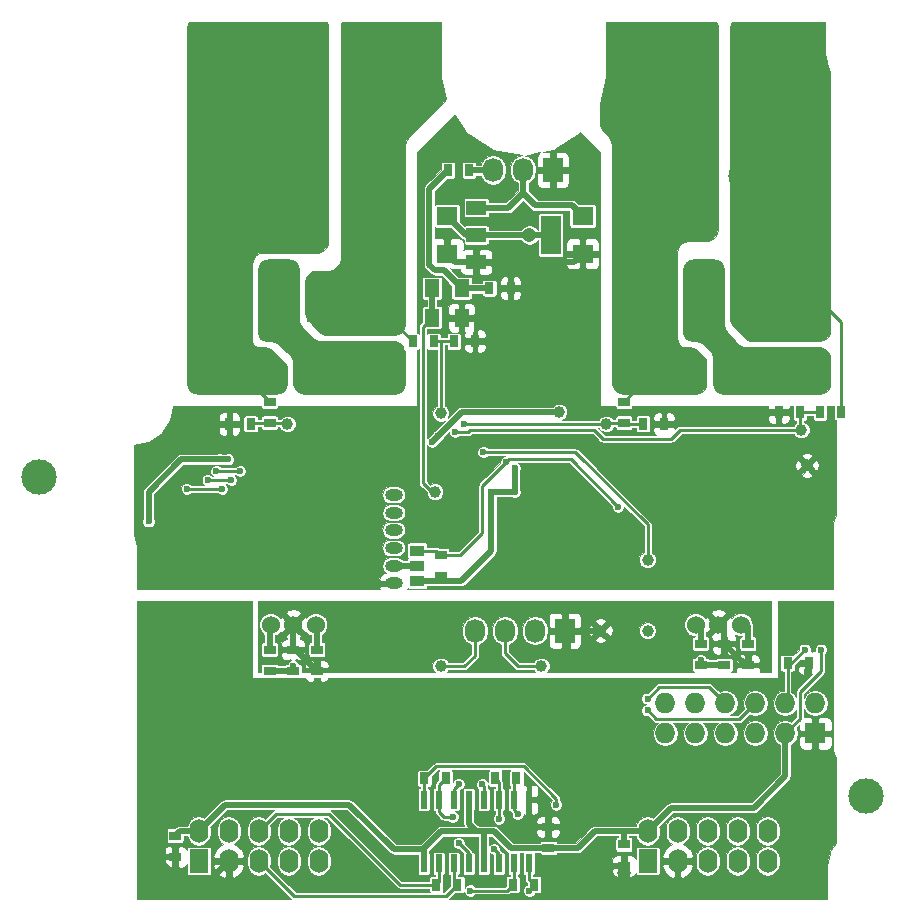
<source format=gbr>
G04 #@! TF.FileFunction,Copper,L2,Bot,Signal*
%FSLAX46Y46*%
G04 Gerber Fmt 4.6, Leading zero omitted, Abs format (unit mm)*
G04 Created by KiCad (PCBNEW 4.0.5) date 02/09/17 17:45:46*
%MOMM*%
%LPD*%
G01*
G04 APERTURE LIST*
%ADD10C,0.100000*%
%ADD11C,2.500000*%
%ADD12C,5.000000*%
%ADD13C,1.524000*%
%ADD14O,8.000000X3.500000*%
%ADD15R,1.000000X0.800000*%
%ADD16R,1.600000X2.000000*%
%ADD17O,1.600000X2.000000*%
%ADD18R,1.727200X2.032000*%
%ADD19O,1.727200X2.032000*%
%ADD20R,0.800000X1.000000*%
%ADD21R,1.727200X1.727200*%
%ADD22O,1.727200X1.727200*%
%ADD23O,1.524000X1.000000*%
%ADD24R,1.300000X1.500000*%
%ADD25R,1.700000X1.200000*%
%ADD26R,1.700000X3.300000*%
%ADD27R,1.270000X0.965200*%
%ADD28R,0.600000X1.500000*%
%ADD29R,1.800000X1.600000*%
%ADD30R,3.000000X6.500000*%
%ADD31R,6.451600X3.000000*%
%ADD32C,1.000000*%
%ADD33C,3.000000*%
%ADD34C,0.600000*%
%ADD35C,1.200000*%
%ADD36C,0.500000*%
%ADD37C,0.250000*%
%ADD38C,0.026000*%
G04 APERTURE END LIST*
D10*
D11*
X57500000Y-13500000D03*
X62580000Y-13500000D03*
D12*
X53690000Y-5880000D03*
X66390000Y-5880000D03*
D11*
X25500000Y-14000000D03*
X30580000Y-14000000D03*
D12*
X21690000Y-6380000D03*
X34390000Y-6380000D03*
D13*
X26410000Y-51500000D03*
X24500000Y-51500000D03*
X22590000Y-51500000D03*
D14*
X19500000Y-30100000D03*
X29500000Y-30100000D03*
D13*
X62410000Y-51500000D03*
X60500000Y-51500000D03*
X58590000Y-51500000D03*
D14*
X55500000Y-30100000D03*
X65500000Y-30100000D03*
D15*
X52500000Y-70100000D03*
X52500000Y-71900000D03*
X26500000Y-53600000D03*
X26500000Y-55400000D03*
X46100000Y-70400000D03*
X46100000Y-68600000D03*
X63000000Y-53100000D03*
X63000000Y-54900000D03*
X14500000Y-69350000D03*
X14500000Y-71150000D03*
X24500000Y-55400000D03*
X24500000Y-53600000D03*
X61000000Y-54900000D03*
X61000000Y-53100000D03*
D16*
X54500000Y-71500000D03*
D17*
X54500000Y-68960000D03*
X57040000Y-71500000D03*
X57040000Y-68960000D03*
X59580000Y-71500000D03*
X59580000Y-68960000D03*
X62120000Y-71500000D03*
X62120000Y-68960000D03*
X64660000Y-71500000D03*
X64660000Y-68960000D03*
D18*
X47500000Y-52000000D03*
D19*
X44960000Y-52000000D03*
X42420000Y-52000000D03*
X39880000Y-52000000D03*
D20*
X35600000Y-64500000D03*
X37400000Y-64500000D03*
X41600000Y-64500000D03*
X43400000Y-64500000D03*
X38400000Y-73500000D03*
X36600000Y-73500000D03*
X44900000Y-73500000D03*
X43100000Y-73500000D03*
D15*
X22500000Y-53600000D03*
X22500000Y-55400000D03*
X59000000Y-53100000D03*
X59000000Y-54900000D03*
D21*
X68700000Y-60700000D03*
D22*
X68700000Y-58160000D03*
X66160000Y-60700000D03*
X66160000Y-58160000D03*
X63620000Y-60700000D03*
X63620000Y-58160000D03*
X61080000Y-60700000D03*
X61080000Y-58160000D03*
X58540000Y-60700000D03*
X58540000Y-58160000D03*
X56000000Y-60700000D03*
X56000000Y-58160000D03*
D20*
X41100000Y-23000000D03*
X42900000Y-23000000D03*
D23*
X33000000Y-48000000D03*
X33000000Y-46500000D03*
X33000000Y-45000000D03*
X33000000Y-43500000D03*
X33000000Y-42000000D03*
X33000000Y-40500000D03*
D24*
X38750000Y-23000000D03*
X36250000Y-23000000D03*
X36250000Y-25500000D03*
X38750000Y-25500000D03*
D15*
X37000000Y-47400000D03*
X37000000Y-45600000D03*
D25*
X40000000Y-20800000D03*
X40000000Y-18500000D03*
X40000000Y-16200000D03*
D26*
X46300000Y-18500000D03*
D27*
X35000000Y-45230000D03*
X35000000Y-46500000D03*
X35000000Y-47770000D03*
D28*
X35555000Y-66300000D03*
X36825000Y-66300000D03*
X38095000Y-66300000D03*
X39365000Y-66300000D03*
X40635000Y-66300000D03*
X41905000Y-66300000D03*
X43175000Y-66300000D03*
X44445000Y-66300000D03*
X44445000Y-71700000D03*
X43175000Y-71700000D03*
X41905000Y-71700000D03*
X40635000Y-71700000D03*
X39365000Y-71700000D03*
X38095000Y-71700000D03*
X36825000Y-71700000D03*
X35555000Y-71700000D03*
D20*
X66350000Y-54750000D03*
X68150000Y-54750000D03*
D29*
X49000000Y-16900000D03*
X49000000Y-20100000D03*
X37500000Y-16900000D03*
X37500000Y-20100000D03*
D16*
X16500000Y-71500000D03*
D17*
X16500000Y-68960000D03*
X19040000Y-71500000D03*
X19040000Y-68960000D03*
X21580000Y-71500000D03*
X21580000Y-68960000D03*
X24120000Y-71500000D03*
X24120000Y-68960000D03*
X26660000Y-71500000D03*
X26660000Y-68960000D03*
D20*
X39400000Y-13000000D03*
X37600000Y-13000000D03*
D30*
X23200000Y-24000000D03*
D31*
X28900000Y-24400000D03*
D30*
X59200000Y-24000000D03*
D31*
X64900000Y-24400000D03*
D18*
X46500000Y-13000000D03*
D19*
X43960000Y-13000000D03*
X41420000Y-13000000D03*
D20*
X36400000Y-27500000D03*
X34600000Y-27500000D03*
D15*
X22500000Y-34400000D03*
X22500000Y-32600000D03*
X52500000Y-34400000D03*
X52500000Y-32600000D03*
D20*
X69100000Y-33500000D03*
X70900000Y-33500000D03*
X39900000Y-27500000D03*
X38100000Y-27500000D03*
X19100000Y-34500000D03*
X20900000Y-34500000D03*
X55900000Y-34500000D03*
X54100000Y-34500000D03*
X65600000Y-33500000D03*
X67400000Y-33500000D03*
D32*
X50500000Y-52000000D03*
X54500000Y-52000000D03*
X45500000Y-55000000D03*
X37000000Y-55000000D03*
X24000000Y-34500000D03*
X37000000Y-33600000D03*
X54500000Y-46000000D03*
X67500000Y-35000000D03*
X36500000Y-40250000D03*
X47000000Y-33500000D03*
X68000000Y-38000000D03*
X51000000Y-34500000D03*
D33*
X3000000Y-39000000D03*
X73000000Y-66000000D03*
D34*
X27000000Y-73250000D03*
X25000000Y-73750000D03*
X44500000Y-54000000D03*
X25000000Y-50000000D03*
X24000000Y-50000000D03*
X23000000Y-50000000D03*
X22000000Y-50000000D03*
X60000000Y-50000000D03*
X61000000Y-50000000D03*
X62000000Y-50000000D03*
X63000000Y-50000000D03*
X64000000Y-50000000D03*
X45000000Y-50000000D03*
X46000000Y-50000000D03*
X47000000Y-50000000D03*
X48000000Y-50000000D03*
X49000000Y-50000000D03*
X50000000Y-50000000D03*
X51000000Y-50000000D03*
X52000000Y-50000000D03*
X53000000Y-50000000D03*
X54000000Y-50000000D03*
X55000000Y-50000000D03*
X56000000Y-50000000D03*
X57000000Y-50000000D03*
X58000000Y-50000000D03*
X59000000Y-50000000D03*
X44000000Y-50000000D03*
X43000000Y-50000000D03*
X42000000Y-50000000D03*
X41000000Y-50000000D03*
X40000000Y-50000000D03*
X39000000Y-50000000D03*
X38000000Y-50000000D03*
X37000000Y-50000000D03*
X36000000Y-50000000D03*
X35000000Y-50000000D03*
X34000000Y-50000000D03*
X33000000Y-50000000D03*
X32000000Y-50000000D03*
X31000000Y-50000000D03*
X30000000Y-50000000D03*
X29000000Y-50000000D03*
X28000000Y-50000000D03*
X27000000Y-50000000D03*
X26000000Y-50000000D03*
X20750000Y-56500000D03*
X47750000Y-56500000D03*
X52500000Y-56500000D03*
X68000000Y-55500000D03*
D35*
X52500000Y-72500000D03*
X47750000Y-65750000D03*
D34*
X34500000Y-71500000D03*
X33250000Y-69500000D03*
D35*
X47750000Y-68750000D03*
D34*
X69200000Y-53600000D03*
X41905000Y-67905000D03*
X43500000Y-67500000D03*
X38000000Y-67750000D03*
X46750000Y-66750000D03*
X39500000Y-74000000D03*
X44500000Y-74000000D03*
X59000000Y-54500000D03*
X24500000Y-55000000D03*
X38500000Y-70000000D03*
X54500000Y-58750000D03*
X41500000Y-70500000D03*
X54500000Y-57750000D03*
X38500000Y-65000000D03*
X40500000Y-65000000D03*
X67800000Y-53600000D03*
X36250000Y-32000000D03*
X41500000Y-17500000D03*
X37500000Y-15500000D03*
X37500000Y-18500000D03*
X45500000Y-24250000D03*
X45500000Y-21750000D03*
X68000000Y-48000000D03*
X69000000Y-48000000D03*
X56000000Y-48000000D03*
X57000000Y-48000000D03*
X58000000Y-48000000D03*
X59000000Y-48000000D03*
X60000000Y-48000000D03*
X61000000Y-48000000D03*
X62000000Y-48000000D03*
X63000000Y-48000000D03*
X64000000Y-48000000D03*
X65000000Y-48000000D03*
X66000000Y-48000000D03*
X67000000Y-48000000D03*
X55000000Y-48000000D03*
X46000000Y-48000000D03*
X47000000Y-48000000D03*
X48000000Y-48000000D03*
X49000000Y-48000000D03*
X50000000Y-48000000D03*
X51000000Y-48000000D03*
X52000000Y-48000000D03*
X53000000Y-48000000D03*
X54000000Y-48000000D03*
X40000000Y-48000000D03*
X41000000Y-48000000D03*
X42000000Y-48000000D03*
X43000000Y-48000000D03*
X44000000Y-48000000D03*
X45000000Y-48000000D03*
X30000000Y-48000000D03*
X31000000Y-48000000D03*
X21000000Y-48000000D03*
X22000000Y-48000000D03*
X23000000Y-48000000D03*
X24000000Y-48000000D03*
X25000000Y-48000000D03*
X26000000Y-48000000D03*
X27000000Y-48000000D03*
X28000000Y-48000000D03*
X29000000Y-48000000D03*
X13000000Y-48000000D03*
X14000000Y-48000000D03*
X15000000Y-48000000D03*
X16000000Y-48000000D03*
X17000000Y-48000000D03*
X18000000Y-48000000D03*
X19000000Y-48000000D03*
X20000000Y-48000000D03*
X12000000Y-48000000D03*
X40500000Y-38750000D03*
X42250000Y-41750000D03*
X44250000Y-39750000D03*
D35*
X48750000Y-33500000D03*
D34*
X48250000Y-25000000D03*
X43000000Y-29000000D03*
X18500000Y-34500000D03*
X36750000Y-35500000D03*
X18250000Y-37500000D03*
X19000000Y-37500000D03*
X12250000Y-42750000D03*
X36250000Y-36000000D03*
D35*
X44500000Y-18500000D03*
D34*
X41250000Y-42250000D03*
X41250000Y-40250000D03*
X43250000Y-40250000D03*
X43250000Y-38250000D03*
X42500000Y-37750000D03*
X52000000Y-41500000D03*
X40600000Y-36900000D03*
X18000000Y-38500000D03*
X20000000Y-38500000D03*
X17250000Y-39250000D03*
X19250000Y-39250000D03*
X18500000Y-40000000D03*
X15500000Y-40000000D03*
X39000000Y-34500000D03*
X38200000Y-35200000D03*
D36*
X26410000Y-51500000D02*
X26500000Y-51590000D01*
X26500000Y-51590000D02*
X26500000Y-53600000D01*
X63000000Y-51590000D02*
X63000000Y-53100000D01*
X62910000Y-51500000D02*
X63000000Y-51590000D01*
D37*
X25500000Y-73250000D02*
X27000000Y-73250000D01*
X25000000Y-73750000D02*
X25500000Y-73250000D01*
X47750000Y-54000000D02*
X44500000Y-54000000D01*
X25000000Y-50000000D02*
X24000000Y-50000000D01*
X23000000Y-50000000D02*
X22000000Y-50000000D01*
X59000000Y-50000000D02*
X60000000Y-50000000D01*
X61000000Y-50000000D02*
X62000000Y-50000000D01*
X63000000Y-50000000D02*
X64000000Y-50000000D01*
X45000000Y-50000000D02*
X46000000Y-50000000D01*
X47000000Y-50000000D02*
X48000000Y-50000000D01*
X49000000Y-50000000D02*
X50000000Y-50000000D01*
X51000000Y-50000000D02*
X52000000Y-50000000D01*
X53000000Y-50000000D02*
X54000000Y-50000000D01*
X55000000Y-50000000D02*
X56000000Y-50000000D01*
X57000000Y-50000000D02*
X58000000Y-50000000D01*
X42000000Y-50000000D02*
X43000000Y-50000000D01*
X40000000Y-50000000D02*
X41000000Y-50000000D01*
X38000000Y-50000000D02*
X39000000Y-50000000D01*
X36000000Y-50000000D02*
X37000000Y-50000000D01*
X34000000Y-50000000D02*
X35000000Y-50000000D01*
X32000000Y-50000000D02*
X33000000Y-50000000D01*
X30000000Y-50000000D02*
X31000000Y-50000000D01*
X28000000Y-50000000D02*
X29000000Y-50000000D01*
X26000000Y-50000000D02*
X27000000Y-50000000D01*
X47750000Y-56500000D02*
X20750000Y-56500000D01*
D36*
X47750000Y-64500000D02*
X47750000Y-56500000D01*
X47750000Y-54000000D02*
X47750000Y-52250000D01*
X47750000Y-52250000D02*
X47500000Y-52000000D01*
D37*
X68150000Y-54750000D02*
X68000000Y-54900000D01*
X68000000Y-54900000D02*
X68000000Y-55500000D01*
D36*
X26500000Y-55400000D02*
X24700000Y-53600000D01*
X24700000Y-53600000D02*
X24500000Y-53600000D01*
X24500000Y-51500000D02*
X24500000Y-53600000D01*
X50500000Y-52000000D02*
X47500000Y-52000000D01*
X61000000Y-53100000D02*
X62800000Y-54900000D01*
X62800000Y-54900000D02*
X63000000Y-54900000D01*
X61000000Y-51500000D02*
X61000000Y-53100000D01*
X14500000Y-71150000D02*
X14500000Y-72750000D01*
X14500000Y-72750000D02*
X14500000Y-72500000D01*
X14500000Y-72500000D02*
X14500000Y-72750000D01*
X52500000Y-72500000D02*
X52500000Y-71900000D01*
X19040000Y-71500000D02*
X17290000Y-73250000D01*
X17290000Y-73250000D02*
X15000000Y-73250000D01*
X15000000Y-73250000D02*
X14500000Y-72750000D01*
X14500000Y-72750000D02*
X13500000Y-71750000D01*
X13500000Y-71750000D02*
X13500000Y-68250000D01*
X13500000Y-68250000D02*
X16000000Y-65750000D01*
X47600000Y-68600000D02*
X46100000Y-68600000D01*
X44445000Y-66300000D02*
X44445000Y-67945000D01*
X45100000Y-68600000D02*
X46100000Y-68600000D01*
X44445000Y-67945000D02*
X45100000Y-68600000D01*
X47750000Y-65750000D02*
X44750000Y-62750000D01*
X35500000Y-62750000D02*
X44750000Y-62750000D01*
X32500000Y-65750000D02*
X35500000Y-62750000D01*
D37*
X32500000Y-65750000D02*
X32500000Y-68750000D01*
X32500000Y-68750000D02*
X33250000Y-69500000D01*
D36*
X47750000Y-64500000D02*
X47750000Y-65750000D01*
X47750000Y-65750000D02*
X47750000Y-68750000D01*
X16000000Y-65750000D02*
X32500000Y-65750000D01*
X47750000Y-68750000D02*
X47600000Y-68600000D01*
X40000000Y-69000000D02*
X37000000Y-69000000D01*
X37000000Y-69000000D02*
X35500000Y-70500000D01*
X66160000Y-60700000D02*
X66160000Y-64340000D01*
X63500000Y-67000000D02*
X56460000Y-67000000D01*
X66160000Y-64340000D02*
X63500000Y-67000000D01*
X54500000Y-68960000D02*
X56460000Y-67000000D01*
D37*
X66160000Y-60700000D02*
X67400000Y-59460000D01*
X69200000Y-55400000D02*
X69200000Y-53600000D01*
X67400000Y-57200000D02*
X69200000Y-55400000D01*
X67400000Y-59460000D02*
X67400000Y-57200000D01*
D36*
X14500000Y-69350000D02*
X14890000Y-68960000D01*
X14890000Y-68960000D02*
X16500000Y-68960000D01*
X52500000Y-70100000D02*
X52500000Y-68960000D01*
X52500000Y-68960000D02*
X52500000Y-69000000D01*
X52500000Y-69000000D02*
X52500000Y-68960000D01*
X46100000Y-70400000D02*
X48600000Y-70400000D01*
X50040000Y-68960000D02*
X52500000Y-68960000D01*
X52500000Y-68960000D02*
X54500000Y-68960000D01*
X48600000Y-70400000D02*
X50040000Y-68960000D01*
X35555000Y-70500000D02*
X35500000Y-70500000D01*
X35500000Y-70500000D02*
X33000000Y-70500000D01*
X33000000Y-70500000D02*
X29250000Y-66750000D01*
X29250000Y-66750000D02*
X18710000Y-66750000D01*
X18710000Y-66750000D02*
X16500000Y-68960000D01*
X35555000Y-70500000D02*
X35555000Y-71700000D01*
X40635000Y-71700000D02*
X40635000Y-69000000D01*
X40635000Y-69000000D02*
X40500000Y-69000000D01*
X46100000Y-70400000D02*
X42900000Y-70400000D01*
X39365000Y-68365000D02*
X39365000Y-66300000D01*
X40000000Y-69000000D02*
X39365000Y-68365000D01*
X41500000Y-69000000D02*
X40500000Y-69000000D01*
X40500000Y-69000000D02*
X40000000Y-69000000D01*
X42900000Y-70400000D02*
X41500000Y-69000000D01*
D37*
X41905000Y-66300000D02*
X41905000Y-67905000D01*
X41905000Y-66300000D02*
X41905000Y-64805000D01*
X41905000Y-64805000D02*
X41600000Y-64500000D01*
X43175000Y-66300000D02*
X43175000Y-67175000D01*
X43175000Y-67175000D02*
X43500000Y-67500000D01*
X43175000Y-66300000D02*
X43175000Y-64725000D01*
X43175000Y-64725000D02*
X43400000Y-64500000D01*
X36825000Y-67325000D02*
X36825000Y-66300000D01*
X37250000Y-67750000D02*
X36825000Y-67325000D01*
X38000000Y-67750000D02*
X37250000Y-67750000D01*
X36825000Y-66300000D02*
X36825000Y-66825000D01*
X36825000Y-66300000D02*
X36825000Y-65075000D01*
X36825000Y-65075000D02*
X37400000Y-64500000D01*
X35600000Y-64500000D02*
X36600000Y-63500000D01*
X36600000Y-63500000D02*
X44000000Y-63500000D01*
X44000000Y-63500000D02*
X46750000Y-66250000D01*
X35555000Y-66300000D02*
X35555000Y-64545000D01*
X35555000Y-64545000D02*
X35600000Y-64500000D01*
X46750000Y-66250000D02*
X46750000Y-66750000D01*
X21580000Y-71500000D02*
X24580000Y-74500000D01*
X24580000Y-74500000D02*
X37400000Y-74500000D01*
X37400000Y-74500000D02*
X38400000Y-73500000D01*
X38095000Y-71700000D02*
X38095000Y-73195000D01*
X38095000Y-73195000D02*
X38400000Y-73500000D01*
X23040000Y-67500000D02*
X21580000Y-68960000D01*
X27500000Y-67500000D02*
X23040000Y-67500000D01*
X36600000Y-73500000D02*
X33500000Y-73500000D01*
X33500000Y-73500000D02*
X27500000Y-67500000D01*
X36825000Y-71700000D02*
X36825000Y-73275000D01*
X36825000Y-73275000D02*
X36600000Y-73500000D01*
X43100000Y-73500000D02*
X42600000Y-74000000D01*
X42600000Y-74000000D02*
X39500000Y-74000000D01*
X43175000Y-71700000D02*
X43175000Y-73425000D01*
X43175000Y-73425000D02*
X43100000Y-73500000D01*
X44900000Y-73500000D02*
X44500000Y-73900000D01*
X44500000Y-73900000D02*
X44500000Y-74000000D01*
X44445000Y-71700000D02*
X44445000Y-73045000D01*
X44445000Y-73045000D02*
X44900000Y-73500000D01*
X59000000Y-54500000D02*
X59000000Y-54900000D01*
X58900000Y-55000000D02*
X59000000Y-54900000D01*
X42420000Y-52000000D02*
X42420000Y-53920000D01*
X42420000Y-53920000D02*
X43500000Y-55000000D01*
X43500000Y-55000000D02*
X45500000Y-55000000D01*
D36*
X59000000Y-54900000D02*
X61000000Y-54900000D01*
D37*
X37000000Y-55000000D02*
X39000000Y-55000000D01*
X39000000Y-55000000D02*
X39880000Y-54120000D01*
X39880000Y-54120000D02*
X39880000Y-52000000D01*
X24500000Y-55400000D02*
X24500000Y-55000000D01*
D36*
X22500000Y-55400000D02*
X24500000Y-55400000D01*
D37*
X39365000Y-71700000D02*
X39365000Y-70865000D01*
X39365000Y-70865000D02*
X38500000Y-70000000D01*
X55250000Y-59500000D02*
X54500000Y-58750000D01*
X62280000Y-59500000D02*
X55250000Y-59500000D01*
X62280000Y-59500000D02*
X63620000Y-58160000D01*
X41905000Y-70905000D02*
X41500000Y-70500000D01*
X41905000Y-70905000D02*
X41905000Y-71700000D01*
X55500000Y-56750000D02*
X54500000Y-57750000D01*
X59670000Y-56750000D02*
X55500000Y-56750000D01*
X61080000Y-58160000D02*
X59670000Y-56750000D01*
X38095000Y-65405000D02*
X38095000Y-66300000D01*
X38095000Y-65405000D02*
X38500000Y-65000000D01*
X40635000Y-65135000D02*
X40500000Y-65000000D01*
X40635000Y-66300000D02*
X40635000Y-65135000D01*
D36*
X22590000Y-51500000D02*
X22500000Y-51590000D01*
X22500000Y-51590000D02*
X22500000Y-53600000D01*
X59090000Y-51500000D02*
X59000000Y-51590000D01*
X59000000Y-51590000D02*
X59000000Y-53100000D01*
D37*
X67800000Y-53600000D02*
X66650000Y-54750000D01*
X66650000Y-54750000D02*
X66350000Y-54750000D01*
X66160000Y-58160000D02*
X66350000Y-57970000D01*
X66350000Y-57970000D02*
X66350000Y-54750000D01*
X37500000Y-20100000D02*
X37500000Y-18500000D01*
X45250000Y-20800000D02*
X45250000Y-21500000D01*
X45250000Y-21500000D02*
X45500000Y-21750000D01*
X68000000Y-48000000D02*
X69000000Y-48000000D01*
X56000000Y-48000000D02*
X57000000Y-48000000D01*
X58000000Y-48000000D02*
X59000000Y-48000000D01*
X60000000Y-48000000D02*
X61000000Y-48000000D01*
X62000000Y-48000000D02*
X63000000Y-48000000D01*
X64000000Y-48000000D02*
X65000000Y-48000000D01*
X66000000Y-48000000D02*
X67000000Y-48000000D01*
X54000000Y-48000000D02*
X55000000Y-48000000D01*
X46000000Y-48000000D02*
X47000000Y-48000000D01*
X48000000Y-48000000D02*
X49000000Y-48000000D01*
X50000000Y-48000000D02*
X51000000Y-48000000D01*
X52000000Y-48000000D02*
X53000000Y-48000000D01*
X40000000Y-48000000D02*
X41000000Y-48000000D01*
X42000000Y-48000000D02*
X43000000Y-48000000D01*
X44000000Y-48000000D02*
X45000000Y-48000000D01*
X30000000Y-48000000D02*
X31000000Y-48000000D01*
X20000000Y-48000000D02*
X21000000Y-48000000D01*
X22000000Y-48000000D02*
X23000000Y-48000000D01*
X24000000Y-48000000D02*
X25000000Y-48000000D01*
X26000000Y-48000000D02*
X27000000Y-48000000D01*
X28000000Y-48000000D02*
X29000000Y-48000000D01*
X12000000Y-48000000D02*
X13000000Y-48000000D01*
X14000000Y-48000000D02*
X15000000Y-48000000D01*
X16000000Y-48000000D02*
X17000000Y-48000000D01*
X18000000Y-48000000D02*
X19000000Y-48000000D01*
X55900000Y-34500000D02*
X59500000Y-34500000D01*
X59500000Y-34500000D02*
X60500000Y-33500000D01*
X60500000Y-33500000D02*
X65600000Y-33500000D01*
D36*
X42900000Y-24500000D02*
X48750000Y-30350000D01*
X48750000Y-30350000D02*
X48750000Y-33500000D01*
D37*
X48250000Y-25000000D02*
X44500000Y-25000000D01*
X44500000Y-25000000D02*
X43000000Y-26500000D01*
X40000000Y-25500000D02*
X39900000Y-25600000D01*
X39900000Y-25600000D02*
X39900000Y-27500000D01*
X43000000Y-29000000D02*
X43000000Y-26500000D01*
X43000000Y-26500000D02*
X42000000Y-25500000D01*
D36*
X42900000Y-23000000D02*
X42900000Y-24500000D01*
X42900000Y-24500000D02*
X42900000Y-24600000D01*
X42000000Y-25500000D02*
X40000000Y-25500000D01*
X40000000Y-25500000D02*
X38750000Y-25500000D01*
X42900000Y-24600000D02*
X42000000Y-25500000D01*
X42900000Y-23000000D02*
X42900000Y-20800000D01*
X43000000Y-21000000D02*
X43000000Y-20800000D01*
X43000000Y-20900000D02*
X43000000Y-21000000D01*
X42900000Y-20800000D02*
X43000000Y-20900000D01*
D37*
X19100000Y-34500000D02*
X18500000Y-34500000D01*
D36*
X37500000Y-20100000D02*
X38200000Y-20800000D01*
X38200000Y-20800000D02*
X40000000Y-20800000D01*
X40000000Y-20800000D02*
X42000000Y-20800000D01*
X42000000Y-20800000D02*
X43000000Y-20800000D01*
X43000000Y-20800000D02*
X45250000Y-20800000D01*
X45250000Y-20800000D02*
X48300000Y-20800000D01*
X48300000Y-20800000D02*
X49000000Y-20100000D01*
X41100000Y-23000000D02*
X38750000Y-23000000D01*
X37600000Y-13000000D02*
X36000000Y-14600000D01*
X37250000Y-21500000D02*
X38750000Y-23000000D01*
X36500000Y-21500000D02*
X37250000Y-21500000D01*
X36000000Y-21000000D02*
X36500000Y-21500000D01*
X36000000Y-14600000D02*
X36000000Y-21000000D01*
X40000000Y-16200000D02*
X42720000Y-16200000D01*
X42720000Y-16200000D02*
X43960000Y-14960000D01*
X49000000Y-16900000D02*
X48100000Y-16000000D01*
X43960000Y-14960000D02*
X43960000Y-13000000D01*
X45000000Y-16000000D02*
X43960000Y-14960000D01*
X48100000Y-16000000D02*
X45000000Y-16000000D01*
X18250000Y-37500000D02*
X15000000Y-37500000D01*
X15000000Y-37500000D02*
X12250000Y-40250000D01*
X19000000Y-37500000D02*
X18250000Y-37500000D01*
X12250000Y-42750000D02*
X12250000Y-40250000D01*
X36250000Y-36000000D02*
X36750000Y-35500000D01*
X36750000Y-35500000D02*
X38750000Y-33500000D01*
X38750000Y-33500000D02*
X47000000Y-33500000D01*
D37*
X46750000Y-33750000D02*
X47000000Y-33500000D01*
X35000000Y-47770000D02*
X36630000Y-47770000D01*
X36630000Y-47770000D02*
X37000000Y-47400000D01*
D36*
X41250000Y-42250000D02*
X41250000Y-45250000D01*
X38730000Y-47770000D02*
X35000000Y-47770000D01*
X41250000Y-45250000D02*
X38730000Y-47770000D01*
X41250000Y-40250000D02*
X41250000Y-42250000D01*
X43250000Y-40250000D02*
X41250000Y-40250000D01*
X43250000Y-38250000D02*
X43250000Y-40250000D01*
X40000000Y-18500000D02*
X44500000Y-18500000D01*
X44500000Y-18500000D02*
X46300000Y-18500000D01*
X37500000Y-16900000D02*
X39100000Y-18500000D01*
X39100000Y-18500000D02*
X40000000Y-18500000D01*
X41420000Y-13000000D02*
X39400000Y-13000000D01*
X33000000Y-46500000D02*
X35000000Y-46500000D01*
D37*
X36500000Y-40500000D02*
X35500000Y-39500000D01*
X35500000Y-39500000D02*
X35500000Y-26250000D01*
X35500000Y-26250000D02*
X36250000Y-25500000D01*
X36250000Y-25500000D02*
X35500000Y-26250000D01*
D36*
X36250000Y-23000000D02*
X36250000Y-25500000D01*
D37*
X42500000Y-37750000D02*
X40500000Y-39750000D01*
X40500000Y-39750000D02*
X40500000Y-43750000D01*
X40500000Y-43750000D02*
X38650000Y-45600000D01*
X38650000Y-45600000D02*
X37000000Y-45600000D01*
X42500000Y-37750000D02*
X42750000Y-37500000D01*
X42750000Y-37500000D02*
X48000000Y-37500000D01*
X35000000Y-45230000D02*
X36630000Y-45230000D01*
X36630000Y-45230000D02*
X37000000Y-45600000D01*
X52000000Y-41500000D02*
X48000000Y-37500000D01*
X54500000Y-46000000D02*
X54500000Y-43000000D01*
X54500000Y-43000000D02*
X48400000Y-36900000D01*
X48400000Y-36900000D02*
X40600000Y-36900000D01*
X20000000Y-38500000D02*
X18000000Y-38500000D01*
X19250000Y-39250000D02*
X17250000Y-39250000D01*
X15500000Y-40000000D02*
X18500000Y-40000000D01*
X22500000Y-32600000D02*
X20000000Y-30100000D01*
X20000000Y-30100000D02*
X19500000Y-30100000D01*
X28900000Y-24400000D02*
X31500000Y-24400000D01*
X31500000Y-24400000D02*
X34600000Y-27500000D01*
X52500000Y-32600000D02*
X55000000Y-30100000D01*
X55000000Y-30100000D02*
X55500000Y-30100000D01*
X64900000Y-24400000D02*
X69400000Y-24400000D01*
X70900000Y-25900000D02*
X70900000Y-33500000D01*
X69400000Y-24400000D02*
X70900000Y-25900000D01*
X37000000Y-33600000D02*
X37000000Y-27500000D01*
X37000000Y-27500000D02*
X37000000Y-27600000D01*
X37000000Y-27600000D02*
X37000000Y-27500000D01*
X36400000Y-27500000D02*
X37000000Y-27500000D01*
X37000000Y-27500000D02*
X38100000Y-27500000D01*
X22500000Y-34400000D02*
X23900000Y-34400000D01*
X23900000Y-34400000D02*
X24000000Y-34500000D01*
X20900000Y-34500000D02*
X21000000Y-34400000D01*
X21000000Y-34400000D02*
X22500000Y-34400000D01*
X51000000Y-34500000D02*
X39000000Y-34500000D01*
X51000000Y-34500000D02*
X39000000Y-34500000D01*
X52500000Y-34400000D02*
X52600000Y-34500000D01*
X52600000Y-34500000D02*
X54100000Y-34500000D01*
X51000000Y-34500000D02*
X51100000Y-34400000D01*
X51100000Y-34400000D02*
X52500000Y-34400000D01*
X38200000Y-35200000D02*
X39300000Y-35200000D01*
X39300000Y-35200000D02*
X39500000Y-35000000D01*
X50000000Y-35000000D02*
X50750000Y-35750000D01*
X39500000Y-35000000D02*
X50000000Y-35000000D01*
X67500000Y-35000000D02*
X57250000Y-35000000D01*
X57250000Y-35000000D02*
X56500000Y-35750000D01*
X50750000Y-35750000D02*
X56500000Y-35750000D01*
X67400000Y-33500000D02*
X67400000Y-34900000D01*
X67400000Y-34900000D02*
X67500000Y-35000000D01*
X67400000Y-33500000D02*
X69100000Y-33500000D01*
D38*
G36*
X20987000Y-56000000D02*
X20988024Y-56005058D01*
X20990935Y-56009319D01*
X20995275Y-56012111D01*
X21000000Y-56013000D01*
X21979398Y-56013000D01*
X22000000Y-56017172D01*
X23000000Y-56017172D01*
X23022173Y-56013000D01*
X23979398Y-56013000D01*
X24000000Y-56017172D01*
X25000000Y-56017172D01*
X25022173Y-56013000D01*
X25524301Y-56013000D01*
X25558317Y-56095122D01*
X25704877Y-56241682D01*
X25896366Y-56321000D01*
X26128750Y-56321000D01*
X26259000Y-56190750D01*
X26259000Y-56013000D01*
X26741000Y-56013000D01*
X26741000Y-56190750D01*
X26871250Y-56321000D01*
X27103634Y-56321000D01*
X27295123Y-56241682D01*
X27441683Y-56095122D01*
X27475699Y-56013000D01*
X65500000Y-56013000D01*
X65505058Y-56011976D01*
X65509319Y-56009065D01*
X65512111Y-56004725D01*
X65513000Y-56000000D01*
X65513000Y-49513000D01*
X70212000Y-49513000D01*
X70212000Y-62000000D01*
X70217534Y-62027821D01*
X70217534Y-62056186D01*
X70293654Y-62438869D01*
X70336657Y-62542687D01*
X70487000Y-62767691D01*
X70487000Y-69946485D01*
X69988900Y-70691943D01*
X69988898Y-70691945D01*
X69945895Y-70795764D01*
X69717534Y-71943814D01*
X69717534Y-71972179D01*
X69712000Y-72000000D01*
X69712000Y-74712000D01*
X37666004Y-74712000D01*
X38160832Y-74217172D01*
X38800000Y-74217172D01*
X38878933Y-74202320D01*
X38951428Y-74155671D01*
X38987463Y-74102931D01*
X39064846Y-74290211D01*
X39209030Y-74434646D01*
X39397510Y-74512910D01*
X39601594Y-74513089D01*
X39790211Y-74435154D01*
X39887534Y-74338000D01*
X42600000Y-74338000D01*
X42729347Y-74312271D01*
X42839002Y-74239002D01*
X42860832Y-74217172D01*
X43500000Y-74217172D01*
X43578933Y-74202320D01*
X43651428Y-74155671D01*
X43700062Y-74084492D01*
X43717172Y-74000000D01*
X43717172Y-73000000D01*
X43702320Y-72921067D01*
X43655671Y-72848572D01*
X43584492Y-72799938D01*
X43513000Y-72785461D01*
X43513000Y-72660022D01*
X43553933Y-72652320D01*
X43626428Y-72605671D01*
X43675062Y-72534492D01*
X43692172Y-72450000D01*
X43692172Y-70950000D01*
X43677320Y-70871067D01*
X43672129Y-70863000D01*
X43946652Y-70863000D01*
X43944938Y-70865508D01*
X43927828Y-70950000D01*
X43927828Y-72450000D01*
X43942680Y-72528933D01*
X43989329Y-72601428D01*
X44060508Y-72650062D01*
X44107000Y-72659477D01*
X44107000Y-73045000D01*
X44132729Y-73174347D01*
X44205998Y-73284002D01*
X44282828Y-73360832D01*
X44282828Y-73534667D01*
X44209789Y-73564846D01*
X44065354Y-73709030D01*
X43987090Y-73897510D01*
X43986911Y-74101594D01*
X44064846Y-74290211D01*
X44209030Y-74434646D01*
X44397510Y-74512910D01*
X44601594Y-74513089D01*
X44790211Y-74435154D01*
X44934646Y-74290970D01*
X44965290Y-74217172D01*
X45300000Y-74217172D01*
X45378933Y-74202320D01*
X45451428Y-74155671D01*
X45500062Y-74084492D01*
X45517172Y-74000000D01*
X45517172Y-73000000D01*
X45502320Y-72921067D01*
X45455671Y-72848572D01*
X45384492Y-72799938D01*
X45300000Y-72782828D01*
X44783000Y-72782828D01*
X44783000Y-72660022D01*
X44823933Y-72652320D01*
X44896428Y-72605671D01*
X44945062Y-72534492D01*
X44962172Y-72450000D01*
X44962172Y-72230250D01*
X51479000Y-72230250D01*
X51479000Y-72403633D01*
X51558317Y-72595122D01*
X51704877Y-72741682D01*
X51896366Y-72821000D01*
X52128750Y-72821000D01*
X52259000Y-72690750D01*
X52259000Y-72100000D01*
X51609250Y-72100000D01*
X51479000Y-72230250D01*
X44962172Y-72230250D01*
X44962172Y-71396367D01*
X51479000Y-71396367D01*
X51479000Y-71569750D01*
X51609250Y-71700000D01*
X52259000Y-71700000D01*
X52259000Y-71109250D01*
X52741000Y-71109250D01*
X52741000Y-71700000D01*
X52761000Y-71700000D01*
X52761000Y-72100000D01*
X52741000Y-72100000D01*
X52741000Y-72690750D01*
X52871250Y-72821000D01*
X53103634Y-72821000D01*
X53295123Y-72741682D01*
X53441683Y-72595122D01*
X53482828Y-72495789D01*
X53482828Y-72500000D01*
X53497680Y-72578933D01*
X53544329Y-72651428D01*
X53615508Y-72700062D01*
X53700000Y-72717172D01*
X55300000Y-72717172D01*
X55378933Y-72702320D01*
X55451428Y-72655671D01*
X55500062Y-72584492D01*
X55517172Y-72500000D01*
X55517172Y-71946560D01*
X55745373Y-71946560D01*
X55938275Y-72423224D01*
X56298905Y-72789784D01*
X56598785Y-72945139D01*
X56799000Y-72866107D01*
X56799000Y-71741000D01*
X57281000Y-71741000D01*
X57281000Y-72866107D01*
X57481215Y-72945139D01*
X57781095Y-72789784D01*
X58141725Y-72423224D01*
X58334627Y-71946560D01*
X58227008Y-71741000D01*
X57281000Y-71741000D01*
X56799000Y-71741000D01*
X55852992Y-71741000D01*
X55745373Y-71946560D01*
X55517172Y-71946560D01*
X55517172Y-71276236D01*
X58567000Y-71276236D01*
X58567000Y-71723764D01*
X58644110Y-72111422D01*
X58863701Y-72440063D01*
X59192342Y-72659654D01*
X59580000Y-72736764D01*
X59967658Y-72659654D01*
X60296299Y-72440063D01*
X60515890Y-72111422D01*
X60593000Y-71723764D01*
X60593000Y-71276236D01*
X61107000Y-71276236D01*
X61107000Y-71723764D01*
X61184110Y-72111422D01*
X61403701Y-72440063D01*
X61732342Y-72659654D01*
X62120000Y-72736764D01*
X62507658Y-72659654D01*
X62836299Y-72440063D01*
X63055890Y-72111422D01*
X63133000Y-71723764D01*
X63133000Y-71276236D01*
X63647000Y-71276236D01*
X63647000Y-71723764D01*
X63724110Y-72111422D01*
X63943701Y-72440063D01*
X64272342Y-72659654D01*
X64660000Y-72736764D01*
X65047658Y-72659654D01*
X65376299Y-72440063D01*
X65595890Y-72111422D01*
X65673000Y-71723764D01*
X65673000Y-71276236D01*
X65595890Y-70888578D01*
X65376299Y-70559937D01*
X65047658Y-70340346D01*
X64660000Y-70263236D01*
X64272342Y-70340346D01*
X63943701Y-70559937D01*
X63724110Y-70888578D01*
X63647000Y-71276236D01*
X63133000Y-71276236D01*
X63055890Y-70888578D01*
X62836299Y-70559937D01*
X62507658Y-70340346D01*
X62120000Y-70263236D01*
X61732342Y-70340346D01*
X61403701Y-70559937D01*
X61184110Y-70888578D01*
X61107000Y-71276236D01*
X60593000Y-71276236D01*
X60515890Y-70888578D01*
X60296299Y-70559937D01*
X59967658Y-70340346D01*
X59580000Y-70263236D01*
X59192342Y-70340346D01*
X58863701Y-70559937D01*
X58644110Y-70888578D01*
X58567000Y-71276236D01*
X55517172Y-71276236D01*
X55517172Y-71053440D01*
X55745373Y-71053440D01*
X55852992Y-71259000D01*
X56799000Y-71259000D01*
X56799000Y-71239000D01*
X57281000Y-71239000D01*
X57281000Y-71259000D01*
X58227008Y-71259000D01*
X58334627Y-71053440D01*
X58141725Y-70576776D01*
X57781095Y-70210216D01*
X57505668Y-70067529D01*
X57756299Y-69900063D01*
X57975890Y-69571422D01*
X58053000Y-69183764D01*
X58053000Y-68736236D01*
X58567000Y-68736236D01*
X58567000Y-69183764D01*
X58644110Y-69571422D01*
X58863701Y-69900063D01*
X59192342Y-70119654D01*
X59580000Y-70196764D01*
X59967658Y-70119654D01*
X60296299Y-69900063D01*
X60515890Y-69571422D01*
X60593000Y-69183764D01*
X60593000Y-68736236D01*
X61107000Y-68736236D01*
X61107000Y-69183764D01*
X61184110Y-69571422D01*
X61403701Y-69900063D01*
X61732342Y-70119654D01*
X62120000Y-70196764D01*
X62507658Y-70119654D01*
X62836299Y-69900063D01*
X63055890Y-69571422D01*
X63133000Y-69183764D01*
X63133000Y-68736236D01*
X63647000Y-68736236D01*
X63647000Y-69183764D01*
X63724110Y-69571422D01*
X63943701Y-69900063D01*
X64272342Y-70119654D01*
X64660000Y-70196764D01*
X65047658Y-70119654D01*
X65376299Y-69900063D01*
X65595890Y-69571422D01*
X65673000Y-69183764D01*
X65673000Y-68736236D01*
X65595890Y-68348578D01*
X65376299Y-68019937D01*
X65047658Y-67800346D01*
X64660000Y-67723236D01*
X64272342Y-67800346D01*
X63943701Y-68019937D01*
X63724110Y-68348578D01*
X63647000Y-68736236D01*
X63133000Y-68736236D01*
X63055890Y-68348578D01*
X62836299Y-68019937D01*
X62507658Y-67800346D01*
X62120000Y-67723236D01*
X61732342Y-67800346D01*
X61403701Y-68019937D01*
X61184110Y-68348578D01*
X61107000Y-68736236D01*
X60593000Y-68736236D01*
X60515890Y-68348578D01*
X60296299Y-68019937D01*
X59967658Y-67800346D01*
X59580000Y-67723236D01*
X59192342Y-67800346D01*
X58863701Y-68019937D01*
X58644110Y-68348578D01*
X58567000Y-68736236D01*
X58053000Y-68736236D01*
X57975890Y-68348578D01*
X57756299Y-68019937D01*
X57427658Y-67800346D01*
X57040000Y-67723236D01*
X56652342Y-67800346D01*
X56323701Y-68019937D01*
X56104110Y-68348578D01*
X56027000Y-68736236D01*
X56027000Y-69183764D01*
X56104110Y-69571422D01*
X56323701Y-69900063D01*
X56574332Y-70067529D01*
X56298905Y-70210216D01*
X55938275Y-70576776D01*
X55745373Y-71053440D01*
X55517172Y-71053440D01*
X55517172Y-70500000D01*
X55502320Y-70421067D01*
X55455671Y-70348572D01*
X55384492Y-70299938D01*
X55300000Y-70282828D01*
X53700000Y-70282828D01*
X53621067Y-70297680D01*
X53548572Y-70344329D01*
X53499938Y-70415508D01*
X53482828Y-70500000D01*
X53482828Y-71304211D01*
X53441683Y-71204878D01*
X53295123Y-71058318D01*
X53103634Y-70979000D01*
X52871250Y-70979000D01*
X52741000Y-71109250D01*
X52259000Y-71109250D01*
X52128750Y-70979000D01*
X51896366Y-70979000D01*
X51704877Y-71058318D01*
X51558317Y-71204878D01*
X51479000Y-71396367D01*
X44962172Y-71396367D01*
X44962172Y-70950000D01*
X44947320Y-70871067D01*
X44942129Y-70863000D01*
X45394682Y-70863000D01*
X45397680Y-70878933D01*
X45444329Y-70951428D01*
X45515508Y-71000062D01*
X45600000Y-71017172D01*
X46600000Y-71017172D01*
X46678933Y-71002320D01*
X46751428Y-70955671D01*
X46800062Y-70884492D01*
X46804414Y-70863000D01*
X48600000Y-70863000D01*
X48747786Y-70833603D01*
X48777183Y-70827756D01*
X48927390Y-70727390D01*
X50231781Y-69423000D01*
X52037000Y-69423000D01*
X52037000Y-69482828D01*
X52000000Y-69482828D01*
X51921067Y-69497680D01*
X51848572Y-69544329D01*
X51799938Y-69615508D01*
X51782828Y-69700000D01*
X51782828Y-70500000D01*
X51797680Y-70578933D01*
X51844329Y-70651428D01*
X51915508Y-70700062D01*
X52000000Y-70717172D01*
X53000000Y-70717172D01*
X53078933Y-70702320D01*
X53151428Y-70655671D01*
X53200062Y-70584492D01*
X53217172Y-70500000D01*
X53217172Y-69700000D01*
X53202320Y-69621067D01*
X53155671Y-69548572D01*
X53084492Y-69499938D01*
X53000000Y-69482828D01*
X52963000Y-69482828D01*
X52963000Y-69423000D01*
X53534587Y-69423000D01*
X53564110Y-69571422D01*
X53783701Y-69900063D01*
X54112342Y-70119654D01*
X54500000Y-70196764D01*
X54887658Y-70119654D01*
X55216299Y-69900063D01*
X55435890Y-69571422D01*
X55513000Y-69183764D01*
X55513000Y-68736236D01*
X55490692Y-68624088D01*
X56651781Y-67463000D01*
X63500000Y-67463000D01*
X63663307Y-67430516D01*
X63677183Y-67427756D01*
X63827390Y-67327390D01*
X66487390Y-64667390D01*
X66587756Y-64517183D01*
X66597738Y-64467000D01*
X66623000Y-64340000D01*
X66623000Y-61681662D01*
X66921271Y-61482363D01*
X67154649Y-61133089D01*
X67166949Y-61071250D01*
X67315400Y-61071250D01*
X67315400Y-61667233D01*
X67394717Y-61858722D01*
X67541277Y-62005282D01*
X67732766Y-62084600D01*
X68328750Y-62084600D01*
X68459000Y-61954350D01*
X68459000Y-60941000D01*
X68941000Y-60941000D01*
X68941000Y-61954350D01*
X69071250Y-62084600D01*
X69667234Y-62084600D01*
X69858723Y-62005282D01*
X70005283Y-61858722D01*
X70084600Y-61667233D01*
X70084600Y-61071250D01*
X69954350Y-60941000D01*
X68941000Y-60941000D01*
X68459000Y-60941000D01*
X67445650Y-60941000D01*
X67315400Y-61071250D01*
X67166949Y-61071250D01*
X67236600Y-60721092D01*
X67236600Y-60678908D01*
X67154649Y-60266911D01*
X67121181Y-60216823D01*
X67315400Y-60022604D01*
X67315400Y-60328750D01*
X67445650Y-60459000D01*
X68459000Y-60459000D01*
X68459000Y-59445650D01*
X68941000Y-59445650D01*
X68941000Y-60459000D01*
X69954350Y-60459000D01*
X70084600Y-60328750D01*
X70084600Y-59732767D01*
X70005283Y-59541278D01*
X69858723Y-59394718D01*
X69667234Y-59315400D01*
X69071250Y-59315400D01*
X68941000Y-59445650D01*
X68459000Y-59445650D01*
X68328750Y-59315400D01*
X67738000Y-59315400D01*
X67738000Y-58641952D01*
X67938729Y-58942363D01*
X68288003Y-59175741D01*
X68700000Y-59257692D01*
X69111997Y-59175741D01*
X69461271Y-58942363D01*
X69694649Y-58593089D01*
X69776600Y-58181092D01*
X69776600Y-58138908D01*
X69694649Y-57726911D01*
X69461271Y-57377637D01*
X69111997Y-57144259D01*
X68700000Y-57062308D01*
X68288003Y-57144259D01*
X67938729Y-57377637D01*
X67738000Y-57678048D01*
X67738000Y-57340004D01*
X69439002Y-55639002D01*
X69512271Y-55529347D01*
X69538000Y-55400000D01*
X69538000Y-53987448D01*
X69634646Y-53890970D01*
X69712910Y-53702490D01*
X69713089Y-53498406D01*
X69635154Y-53309789D01*
X69490970Y-53165354D01*
X69302490Y-53087090D01*
X69098406Y-53086911D01*
X68909789Y-53164846D01*
X68765354Y-53309030D01*
X68687090Y-53497510D01*
X68686911Y-53701594D01*
X68707445Y-53751289D01*
X68653633Y-53729000D01*
X68480250Y-53729000D01*
X68391002Y-53818248D01*
X68391002Y-53729000D01*
X68301902Y-53729000D01*
X68312910Y-53702490D01*
X68313089Y-53498406D01*
X68235154Y-53309789D01*
X68090970Y-53165354D01*
X67902490Y-53087090D01*
X67698406Y-53086911D01*
X67509789Y-53164846D01*
X67365354Y-53309030D01*
X67287090Y-53497510D01*
X67286969Y-53635027D01*
X66856809Y-54065187D01*
X66834492Y-54049938D01*
X66750000Y-54032828D01*
X65950000Y-54032828D01*
X65871067Y-54047680D01*
X65798572Y-54094329D01*
X65749938Y-54165508D01*
X65732828Y-54250000D01*
X65732828Y-55250000D01*
X65747680Y-55328933D01*
X65794329Y-55401428D01*
X65865508Y-55450062D01*
X65950000Y-55467172D01*
X66012000Y-55467172D01*
X66012000Y-57091747D01*
X65748003Y-57144259D01*
X65398729Y-57377637D01*
X65165351Y-57726911D01*
X65083400Y-58138908D01*
X65083400Y-58181092D01*
X65165351Y-58593089D01*
X65398729Y-58942363D01*
X65748003Y-59175741D01*
X66160000Y-59257692D01*
X66571997Y-59175741D01*
X66921271Y-58942363D01*
X67062000Y-58731748D01*
X67062000Y-59319996D01*
X66647373Y-59734623D01*
X66571997Y-59684259D01*
X66160000Y-59602308D01*
X65748003Y-59684259D01*
X65398729Y-59917637D01*
X65165351Y-60266911D01*
X65083400Y-60678908D01*
X65083400Y-60721092D01*
X65165351Y-61133089D01*
X65398729Y-61482363D01*
X65697000Y-61681662D01*
X65697000Y-64148220D01*
X63308220Y-66537000D01*
X56460000Y-66537000D01*
X56282818Y-66572244D01*
X56132610Y-66672609D01*
X54957924Y-67847296D01*
X54887658Y-67800346D01*
X54500000Y-67723236D01*
X54112342Y-67800346D01*
X53783701Y-68019937D01*
X53564110Y-68348578D01*
X53534587Y-68497000D01*
X50040000Y-68497000D01*
X49862818Y-68532244D01*
X49712610Y-68632609D01*
X48408220Y-69937000D01*
X46805318Y-69937000D01*
X46802320Y-69921067D01*
X46755671Y-69848572D01*
X46684492Y-69799938D01*
X46600000Y-69782828D01*
X45600000Y-69782828D01*
X45521067Y-69797680D01*
X45448572Y-69844329D01*
X45399938Y-69915508D01*
X45395586Y-69937000D01*
X43091780Y-69937000D01*
X42085030Y-68930250D01*
X45079000Y-68930250D01*
X45079000Y-69103633D01*
X45158317Y-69295122D01*
X45304877Y-69441682D01*
X45496366Y-69521000D01*
X45728750Y-69521000D01*
X45859000Y-69390750D01*
X45859000Y-68800000D01*
X46341000Y-68800000D01*
X46341000Y-69390750D01*
X46471250Y-69521000D01*
X46703634Y-69521000D01*
X46895123Y-69441682D01*
X47041683Y-69295122D01*
X47121000Y-69103633D01*
X47121000Y-68930250D01*
X46990750Y-68800000D01*
X46341000Y-68800000D01*
X45859000Y-68800000D01*
X45209250Y-68800000D01*
X45079000Y-68930250D01*
X42085030Y-68930250D01*
X41827390Y-68672610D01*
X41677183Y-68572244D01*
X41647786Y-68566397D01*
X41500000Y-68537000D01*
X40191781Y-68537000D01*
X39828000Y-68173220D01*
X39828000Y-67188735D01*
X39865062Y-67134492D01*
X39882172Y-67050000D01*
X39882172Y-65550000D01*
X39867320Y-65471067D01*
X39820671Y-65398572D01*
X39749492Y-65349938D01*
X39665000Y-65332828D01*
X39065000Y-65332828D01*
X38986067Y-65347680D01*
X38913572Y-65394329D01*
X38864938Y-65465508D01*
X38847828Y-65550000D01*
X38847828Y-67050000D01*
X38862680Y-67128933D01*
X38902000Y-67190038D01*
X38902000Y-68365000D01*
X38926700Y-68489173D01*
X38936213Y-68537000D01*
X37000000Y-68537000D01*
X36852214Y-68566397D01*
X36822817Y-68572244D01*
X36672609Y-68672610D01*
X35308220Y-70037000D01*
X33191781Y-70037000D01*
X29577390Y-66422610D01*
X29427183Y-66322244D01*
X29389990Y-66314846D01*
X29250000Y-66287000D01*
X18710000Y-66287000D01*
X18570010Y-66314846D01*
X18532817Y-66322244D01*
X18382610Y-66422610D01*
X16957924Y-67847296D01*
X16887658Y-67800346D01*
X16500000Y-67723236D01*
X16112342Y-67800346D01*
X15783701Y-68019937D01*
X15564110Y-68348578D01*
X15534587Y-68497000D01*
X14890000Y-68497000D01*
X14742214Y-68526397D01*
X14712817Y-68532244D01*
X14562609Y-68632610D01*
X14462391Y-68732828D01*
X14000000Y-68732828D01*
X13921067Y-68747680D01*
X13848572Y-68794329D01*
X13799938Y-68865508D01*
X13782828Y-68950000D01*
X13782828Y-69750000D01*
X13797680Y-69828933D01*
X13844329Y-69901428D01*
X13915508Y-69950062D01*
X14000000Y-69967172D01*
X15000000Y-69967172D01*
X15078933Y-69952320D01*
X15151428Y-69905671D01*
X15200062Y-69834492D01*
X15217172Y-69750000D01*
X15217172Y-69423000D01*
X15534587Y-69423000D01*
X15564110Y-69571422D01*
X15783701Y-69900063D01*
X16112342Y-70119654D01*
X16500000Y-70196764D01*
X16887658Y-70119654D01*
X17216299Y-69900063D01*
X17435890Y-69571422D01*
X17513000Y-69183764D01*
X17513000Y-68736236D01*
X17490692Y-68624088D01*
X18901780Y-67213000D01*
X22872832Y-67213000D01*
X22800998Y-67260998D01*
X22143893Y-67918103D01*
X21967658Y-67800346D01*
X21580000Y-67723236D01*
X21192342Y-67800346D01*
X20863701Y-68019937D01*
X20644110Y-68348578D01*
X20567000Y-68736236D01*
X20567000Y-69183764D01*
X20644110Y-69571422D01*
X20863701Y-69900063D01*
X21192342Y-70119654D01*
X21580000Y-70196764D01*
X21967658Y-70119654D01*
X22296299Y-69900063D01*
X22515890Y-69571422D01*
X22593000Y-69183764D01*
X22593000Y-68736236D01*
X22541363Y-68476641D01*
X23180004Y-67838000D01*
X23675989Y-67838000D01*
X23403701Y-68019937D01*
X23184110Y-68348578D01*
X23107000Y-68736236D01*
X23107000Y-69183764D01*
X23184110Y-69571422D01*
X23403701Y-69900063D01*
X23732342Y-70119654D01*
X24120000Y-70196764D01*
X24507658Y-70119654D01*
X24836299Y-69900063D01*
X25055890Y-69571422D01*
X25133000Y-69183764D01*
X25133000Y-68736236D01*
X25055890Y-68348578D01*
X24836299Y-68019937D01*
X24564011Y-67838000D01*
X26215989Y-67838000D01*
X25943701Y-68019937D01*
X25724110Y-68348578D01*
X25647000Y-68736236D01*
X25647000Y-69183764D01*
X25724110Y-69571422D01*
X25943701Y-69900063D01*
X26272342Y-70119654D01*
X26660000Y-70196764D01*
X27047658Y-70119654D01*
X27376299Y-69900063D01*
X27595890Y-69571422D01*
X27673000Y-69183764D01*
X27673000Y-68736236D01*
X27595890Y-68348578D01*
X27376299Y-68019937D01*
X27104011Y-67838000D01*
X27359996Y-67838000D01*
X33260998Y-73739002D01*
X33370653Y-73812271D01*
X33500000Y-73838000D01*
X35982828Y-73838000D01*
X35982828Y-74000000D01*
X35997680Y-74078933D01*
X36044329Y-74151428D01*
X36059802Y-74162000D01*
X24720004Y-74162000D01*
X22541363Y-71983359D01*
X22593000Y-71723764D01*
X22593000Y-71276236D01*
X23107000Y-71276236D01*
X23107000Y-71723764D01*
X23184110Y-72111422D01*
X23403701Y-72440063D01*
X23732342Y-72659654D01*
X24120000Y-72736764D01*
X24507658Y-72659654D01*
X24836299Y-72440063D01*
X25055890Y-72111422D01*
X25133000Y-71723764D01*
X25133000Y-71276236D01*
X25647000Y-71276236D01*
X25647000Y-71723764D01*
X25724110Y-72111422D01*
X25943701Y-72440063D01*
X26272342Y-72659654D01*
X26660000Y-72736764D01*
X27047658Y-72659654D01*
X27376299Y-72440063D01*
X27595890Y-72111422D01*
X27673000Y-71723764D01*
X27673000Y-71276236D01*
X27595890Y-70888578D01*
X27376299Y-70559937D01*
X27047658Y-70340346D01*
X26660000Y-70263236D01*
X26272342Y-70340346D01*
X25943701Y-70559937D01*
X25724110Y-70888578D01*
X25647000Y-71276236D01*
X25133000Y-71276236D01*
X25055890Y-70888578D01*
X24836299Y-70559937D01*
X24507658Y-70340346D01*
X24120000Y-70263236D01*
X23732342Y-70340346D01*
X23403701Y-70559937D01*
X23184110Y-70888578D01*
X23107000Y-71276236D01*
X22593000Y-71276236D01*
X22515890Y-70888578D01*
X22296299Y-70559937D01*
X21967658Y-70340346D01*
X21580000Y-70263236D01*
X21192342Y-70340346D01*
X20863701Y-70559937D01*
X20644110Y-70888578D01*
X20567000Y-71276236D01*
X20567000Y-71723764D01*
X20644110Y-72111422D01*
X20863701Y-72440063D01*
X21192342Y-72659654D01*
X21580000Y-72736764D01*
X21967658Y-72659654D01*
X22143893Y-72541897D01*
X24313996Y-74712000D01*
X11288000Y-74712000D01*
X11288000Y-71480250D01*
X13479000Y-71480250D01*
X13479000Y-71653633D01*
X13558317Y-71845122D01*
X13704877Y-71991682D01*
X13896366Y-72071000D01*
X14128750Y-72071000D01*
X14259000Y-71940750D01*
X14259000Y-71350000D01*
X13609250Y-71350000D01*
X13479000Y-71480250D01*
X11288000Y-71480250D01*
X11288000Y-70646367D01*
X13479000Y-70646367D01*
X13479000Y-70819750D01*
X13609250Y-70950000D01*
X14259000Y-70950000D01*
X14259000Y-70359250D01*
X14741000Y-70359250D01*
X14741000Y-70950000D01*
X14761000Y-70950000D01*
X14761000Y-71350000D01*
X14741000Y-71350000D01*
X14741000Y-71940750D01*
X14871250Y-72071000D01*
X15103634Y-72071000D01*
X15295123Y-71991682D01*
X15441683Y-71845122D01*
X15482828Y-71745789D01*
X15482828Y-72500000D01*
X15497680Y-72578933D01*
X15544329Y-72651428D01*
X15615508Y-72700062D01*
X15700000Y-72717172D01*
X17300000Y-72717172D01*
X17378933Y-72702320D01*
X17451428Y-72655671D01*
X17500062Y-72584492D01*
X17517172Y-72500000D01*
X17517172Y-71946560D01*
X17745373Y-71946560D01*
X17938275Y-72423224D01*
X18298905Y-72789784D01*
X18598785Y-72945139D01*
X18799000Y-72866107D01*
X18799000Y-71741000D01*
X19281000Y-71741000D01*
X19281000Y-72866107D01*
X19481215Y-72945139D01*
X19781095Y-72789784D01*
X20141725Y-72423224D01*
X20334627Y-71946560D01*
X20227008Y-71741000D01*
X19281000Y-71741000D01*
X18799000Y-71741000D01*
X17852992Y-71741000D01*
X17745373Y-71946560D01*
X17517172Y-71946560D01*
X17517172Y-71053440D01*
X17745373Y-71053440D01*
X17852992Y-71259000D01*
X18799000Y-71259000D01*
X18799000Y-71239000D01*
X19281000Y-71239000D01*
X19281000Y-71259000D01*
X20227008Y-71259000D01*
X20334627Y-71053440D01*
X20141725Y-70576776D01*
X19781095Y-70210216D01*
X19505668Y-70067529D01*
X19756299Y-69900063D01*
X19975890Y-69571422D01*
X20053000Y-69183764D01*
X20053000Y-68736236D01*
X19975890Y-68348578D01*
X19756299Y-68019937D01*
X19427658Y-67800346D01*
X19040000Y-67723236D01*
X18652342Y-67800346D01*
X18323701Y-68019937D01*
X18104110Y-68348578D01*
X18027000Y-68736236D01*
X18027000Y-69183764D01*
X18104110Y-69571422D01*
X18323701Y-69900063D01*
X18574332Y-70067529D01*
X18298905Y-70210216D01*
X17938275Y-70576776D01*
X17745373Y-71053440D01*
X17517172Y-71053440D01*
X17517172Y-70500000D01*
X17502320Y-70421067D01*
X17455671Y-70348572D01*
X17384492Y-70299938D01*
X17300000Y-70282828D01*
X15700000Y-70282828D01*
X15621067Y-70297680D01*
X15548572Y-70344329D01*
X15499938Y-70415508D01*
X15482828Y-70500000D01*
X15482828Y-70554211D01*
X15441683Y-70454878D01*
X15295123Y-70308318D01*
X15103634Y-70229000D01*
X14871250Y-70229000D01*
X14741000Y-70359250D01*
X14259000Y-70359250D01*
X14128750Y-70229000D01*
X13896366Y-70229000D01*
X13704877Y-70308318D01*
X13558317Y-70454878D01*
X13479000Y-70646367D01*
X11288000Y-70646367D01*
X11288000Y-64000000D01*
X34982828Y-64000000D01*
X34982828Y-65000000D01*
X34997680Y-65078933D01*
X35044329Y-65151428D01*
X35115508Y-65200062D01*
X35200000Y-65217172D01*
X35217000Y-65217172D01*
X35217000Y-65339978D01*
X35176067Y-65347680D01*
X35103572Y-65394329D01*
X35054938Y-65465508D01*
X35037828Y-65550000D01*
X35037828Y-67050000D01*
X35052680Y-67128933D01*
X35099329Y-67201428D01*
X35170508Y-67250062D01*
X35255000Y-67267172D01*
X35855000Y-67267172D01*
X35933933Y-67252320D01*
X36006428Y-67205671D01*
X36055062Y-67134492D01*
X36072172Y-67050000D01*
X36072172Y-65550000D01*
X36057320Y-65471067D01*
X36010671Y-65398572D01*
X35939492Y-65349938D01*
X35893000Y-65340523D01*
X35893000Y-65217172D01*
X36000000Y-65217172D01*
X36078933Y-65202320D01*
X36151428Y-65155671D01*
X36200062Y-65084492D01*
X36217172Y-65000000D01*
X36217172Y-64360832D01*
X36740004Y-63838000D01*
X36858408Y-63838000D01*
X36848572Y-63844329D01*
X36799938Y-63915508D01*
X36782828Y-64000000D01*
X36782828Y-64639168D01*
X36585998Y-64835998D01*
X36512729Y-64945653D01*
X36487000Y-65075000D01*
X36487000Y-65339978D01*
X36446067Y-65347680D01*
X36373572Y-65394329D01*
X36324938Y-65465508D01*
X36307828Y-65550000D01*
X36307828Y-67050000D01*
X36322680Y-67128933D01*
X36369329Y-67201428D01*
X36440508Y-67250062D01*
X36487000Y-67259477D01*
X36487000Y-67325000D01*
X36512729Y-67454347D01*
X36585998Y-67564002D01*
X37010998Y-67989002D01*
X37120653Y-68062271D01*
X37250000Y-68088000D01*
X37612552Y-68088000D01*
X37709030Y-68184646D01*
X37897510Y-68262910D01*
X38101594Y-68263089D01*
X38290211Y-68185154D01*
X38434646Y-68040970D01*
X38512910Y-67852490D01*
X38513089Y-67648406D01*
X38435154Y-67459789D01*
X38290970Y-67315354D01*
X38174935Y-67267172D01*
X38395000Y-67267172D01*
X38473933Y-67252320D01*
X38546428Y-67205671D01*
X38595062Y-67134492D01*
X38612172Y-67050000D01*
X38612172Y-65550000D01*
X38604965Y-65511696D01*
X38790211Y-65435154D01*
X38934646Y-65290970D01*
X39012910Y-65102490D01*
X39013089Y-64898406D01*
X38935154Y-64709789D01*
X38790970Y-64565354D01*
X38602490Y-64487090D01*
X38398406Y-64486911D01*
X38209789Y-64564846D01*
X38065354Y-64709030D01*
X38017172Y-64825065D01*
X38017172Y-64000000D01*
X38002320Y-63921067D01*
X37955671Y-63848572D01*
X37940198Y-63838000D01*
X41058408Y-63838000D01*
X41048572Y-63844329D01*
X40999938Y-63915508D01*
X40982828Y-64000000D01*
X40982828Y-64825169D01*
X40935154Y-64709789D01*
X40790970Y-64565354D01*
X40602490Y-64487090D01*
X40398406Y-64486911D01*
X40209789Y-64564846D01*
X40065354Y-64709030D01*
X39987090Y-64897510D01*
X39986911Y-65101594D01*
X40064846Y-65290211D01*
X40177563Y-65403124D01*
X40134938Y-65465508D01*
X40117828Y-65550000D01*
X40117828Y-67050000D01*
X40132680Y-67128933D01*
X40179329Y-67201428D01*
X40250508Y-67250062D01*
X40335000Y-67267172D01*
X40935000Y-67267172D01*
X41013933Y-67252320D01*
X41086428Y-67205671D01*
X41135062Y-67134492D01*
X41152172Y-67050000D01*
X41152172Y-65550000D01*
X41137320Y-65471067D01*
X41090671Y-65398572D01*
X41019492Y-65349938D01*
X40973000Y-65340523D01*
X40973000Y-65198604D01*
X41012882Y-65102558D01*
X41044329Y-65151428D01*
X41115508Y-65200062D01*
X41200000Y-65217172D01*
X41567000Y-65217172D01*
X41567000Y-65339978D01*
X41526067Y-65347680D01*
X41453572Y-65394329D01*
X41404938Y-65465508D01*
X41387828Y-65550000D01*
X41387828Y-67050000D01*
X41402680Y-67128933D01*
X41449329Y-67201428D01*
X41520508Y-67250062D01*
X41567000Y-67259477D01*
X41567000Y-67517552D01*
X41470354Y-67614030D01*
X41392090Y-67802510D01*
X41391911Y-68006594D01*
X41469846Y-68195211D01*
X41614030Y-68339646D01*
X41802510Y-68417910D01*
X42006594Y-68418089D01*
X42195211Y-68340154D01*
X42339646Y-68195970D01*
X42381004Y-68096367D01*
X45079000Y-68096367D01*
X45079000Y-68269750D01*
X45209250Y-68400000D01*
X45859000Y-68400000D01*
X45859000Y-67809250D01*
X46341000Y-67809250D01*
X46341000Y-68400000D01*
X46990750Y-68400000D01*
X47121000Y-68269750D01*
X47121000Y-68096367D01*
X47041683Y-67904878D01*
X46895123Y-67758318D01*
X46703634Y-67679000D01*
X46471250Y-67679000D01*
X46341000Y-67809250D01*
X45859000Y-67809250D01*
X45728750Y-67679000D01*
X45496366Y-67679000D01*
X45304877Y-67758318D01*
X45158317Y-67904878D01*
X45079000Y-68096367D01*
X42381004Y-68096367D01*
X42417910Y-68007490D01*
X42418089Y-67803406D01*
X42340154Y-67614789D01*
X42243000Y-67517466D01*
X42243000Y-67260022D01*
X42283933Y-67252320D01*
X42356428Y-67205671D01*
X42405062Y-67134492D01*
X42422172Y-67050000D01*
X42422172Y-65550000D01*
X42407320Y-65471067D01*
X42360671Y-65398572D01*
X42289492Y-65349938D01*
X42243000Y-65340523D01*
X42243000Y-64805000D01*
X42217271Y-64675653D01*
X42217172Y-64675505D01*
X42217172Y-64000000D01*
X42202320Y-63921067D01*
X42155671Y-63848572D01*
X42140198Y-63838000D01*
X42858408Y-63838000D01*
X42848572Y-63844329D01*
X42799938Y-63915508D01*
X42782828Y-64000000D01*
X42782828Y-65000000D01*
X42797680Y-65078933D01*
X42837000Y-65140038D01*
X42837000Y-65339978D01*
X42796067Y-65347680D01*
X42723572Y-65394329D01*
X42674938Y-65465508D01*
X42657828Y-65550000D01*
X42657828Y-67050000D01*
X42672680Y-67128933D01*
X42719329Y-67201428D01*
X42790508Y-67250062D01*
X42854509Y-67263022D01*
X42862729Y-67304347D01*
X42935998Y-67414002D01*
X42987031Y-67465035D01*
X42986911Y-67601594D01*
X43064846Y-67790211D01*
X43209030Y-67934646D01*
X43397510Y-68012910D01*
X43601594Y-68013089D01*
X43790211Y-67935154D01*
X43934646Y-67790970D01*
X44012910Y-67602490D01*
X44012948Y-67559229D01*
X44041366Y-67571000D01*
X44164750Y-67571000D01*
X44295000Y-67440750D01*
X44295000Y-66541000D01*
X44595000Y-66541000D01*
X44595000Y-67440750D01*
X44725250Y-67571000D01*
X44848634Y-67571000D01*
X45040123Y-67491682D01*
X45186683Y-67345122D01*
X45266000Y-67153633D01*
X45266000Y-66671250D01*
X45135750Y-66541000D01*
X44595000Y-66541000D01*
X44295000Y-66541000D01*
X44184000Y-66541000D01*
X44184000Y-66059000D01*
X44295000Y-66059000D01*
X44295000Y-65159250D01*
X44595000Y-65159250D01*
X44595000Y-66059000D01*
X45135750Y-66059000D01*
X45266000Y-65928750D01*
X45266000Y-65446367D01*
X45186683Y-65254878D01*
X45040123Y-65108318D01*
X44848634Y-65029000D01*
X44725250Y-65029000D01*
X44595000Y-65159250D01*
X44295000Y-65159250D01*
X44164750Y-65029000D01*
X44041366Y-65029000D01*
X44008546Y-65042594D01*
X44017172Y-65000000D01*
X44017172Y-64000000D01*
X44016054Y-63994058D01*
X46398262Y-66376266D01*
X46315354Y-66459030D01*
X46237090Y-66647510D01*
X46236911Y-66851594D01*
X46314846Y-67040211D01*
X46459030Y-67184646D01*
X46647510Y-67262910D01*
X46851594Y-67263089D01*
X47040211Y-67185154D01*
X47184646Y-67040970D01*
X47262910Y-66852490D01*
X47263089Y-66648406D01*
X47185154Y-66459789D01*
X47088000Y-66362466D01*
X47088000Y-66250000D01*
X47062271Y-66120653D01*
X46989002Y-66010998D01*
X44239002Y-63260998D01*
X44129347Y-63187729D01*
X44000000Y-63162000D01*
X36600000Y-63162000D01*
X36470653Y-63187729D01*
X36360998Y-63260998D01*
X35839168Y-63782828D01*
X35200000Y-63782828D01*
X35121067Y-63797680D01*
X35048572Y-63844329D01*
X34999938Y-63915508D01*
X34982828Y-64000000D01*
X11288000Y-64000000D01*
X11288000Y-57851594D01*
X53986911Y-57851594D01*
X54064846Y-58040211D01*
X54209030Y-58184646D01*
X54366573Y-58250064D01*
X54209789Y-58314846D01*
X54065354Y-58459030D01*
X53987090Y-58647510D01*
X53986911Y-58851594D01*
X54064846Y-59040211D01*
X54209030Y-59184646D01*
X54397510Y-59262910D01*
X54535027Y-59263031D01*
X55010998Y-59739002D01*
X55120653Y-59812271D01*
X55250000Y-59838000D01*
X55357914Y-59838000D01*
X55238729Y-59917637D01*
X55005351Y-60266911D01*
X54923400Y-60678908D01*
X54923400Y-60721092D01*
X55005351Y-61133089D01*
X55238729Y-61482363D01*
X55588003Y-61715741D01*
X56000000Y-61797692D01*
X56411997Y-61715741D01*
X56761271Y-61482363D01*
X56994649Y-61133089D01*
X57076600Y-60721092D01*
X57076600Y-60678908D01*
X56994649Y-60266911D01*
X56761271Y-59917637D01*
X56642086Y-59838000D01*
X57897914Y-59838000D01*
X57778729Y-59917637D01*
X57545351Y-60266911D01*
X57463400Y-60678908D01*
X57463400Y-60721092D01*
X57545351Y-61133089D01*
X57778729Y-61482363D01*
X58128003Y-61715741D01*
X58540000Y-61797692D01*
X58951997Y-61715741D01*
X59301271Y-61482363D01*
X59534649Y-61133089D01*
X59616600Y-60721092D01*
X59616600Y-60678908D01*
X59534649Y-60266911D01*
X59301271Y-59917637D01*
X59182086Y-59838000D01*
X60437914Y-59838000D01*
X60318729Y-59917637D01*
X60085351Y-60266911D01*
X60003400Y-60678908D01*
X60003400Y-60721092D01*
X60085351Y-61133089D01*
X60318729Y-61482363D01*
X60668003Y-61715741D01*
X61080000Y-61797692D01*
X61491997Y-61715741D01*
X61841271Y-61482363D01*
X62074649Y-61133089D01*
X62156600Y-60721092D01*
X62156600Y-60678908D01*
X62543400Y-60678908D01*
X62543400Y-60721092D01*
X62625351Y-61133089D01*
X62858729Y-61482363D01*
X63208003Y-61715741D01*
X63620000Y-61797692D01*
X64031997Y-61715741D01*
X64381271Y-61482363D01*
X64614649Y-61133089D01*
X64696600Y-60721092D01*
X64696600Y-60678908D01*
X64614649Y-60266911D01*
X64381271Y-59917637D01*
X64031997Y-59684259D01*
X63620000Y-59602308D01*
X63208003Y-59684259D01*
X62858729Y-59917637D01*
X62625351Y-60266911D01*
X62543400Y-60678908D01*
X62156600Y-60678908D01*
X62074649Y-60266911D01*
X61841271Y-59917637D01*
X61722086Y-59838000D01*
X62280000Y-59838000D01*
X62409347Y-59812271D01*
X62519002Y-59739002D01*
X63132627Y-59125377D01*
X63208003Y-59175741D01*
X63620000Y-59257692D01*
X64031997Y-59175741D01*
X64381271Y-58942363D01*
X64614649Y-58593089D01*
X64696600Y-58181092D01*
X64696600Y-58138908D01*
X64614649Y-57726911D01*
X64381271Y-57377637D01*
X64031997Y-57144259D01*
X63620000Y-57062308D01*
X63208003Y-57144259D01*
X62858729Y-57377637D01*
X62625351Y-57726911D01*
X62543400Y-58138908D01*
X62543400Y-58181092D01*
X62625351Y-58593089D01*
X62658819Y-58643177D01*
X62139996Y-59162000D01*
X61512562Y-59162000D01*
X61841271Y-58942363D01*
X62074649Y-58593089D01*
X62156600Y-58181092D01*
X62156600Y-58138908D01*
X62074649Y-57726911D01*
X61841271Y-57377637D01*
X61491997Y-57144259D01*
X61080000Y-57062308D01*
X60668003Y-57144259D01*
X60592627Y-57194623D01*
X59909002Y-56510998D01*
X59799347Y-56437729D01*
X59670000Y-56412000D01*
X55500000Y-56412000D01*
X55370653Y-56437729D01*
X55260998Y-56510998D01*
X54534965Y-57237031D01*
X54398406Y-57236911D01*
X54209789Y-57314846D01*
X54065354Y-57459030D01*
X53987090Y-57647510D01*
X53986911Y-57851594D01*
X11288000Y-57851594D01*
X11288000Y-49513000D01*
X20987000Y-49513000D01*
X20987000Y-56000000D01*
X20987000Y-56000000D01*
G37*
X20987000Y-56000000D02*
X20988024Y-56005058D01*
X20990935Y-56009319D01*
X20995275Y-56012111D01*
X21000000Y-56013000D01*
X21979398Y-56013000D01*
X22000000Y-56017172D01*
X23000000Y-56017172D01*
X23022173Y-56013000D01*
X23979398Y-56013000D01*
X24000000Y-56017172D01*
X25000000Y-56017172D01*
X25022173Y-56013000D01*
X25524301Y-56013000D01*
X25558317Y-56095122D01*
X25704877Y-56241682D01*
X25896366Y-56321000D01*
X26128750Y-56321000D01*
X26259000Y-56190750D01*
X26259000Y-56013000D01*
X26741000Y-56013000D01*
X26741000Y-56190750D01*
X26871250Y-56321000D01*
X27103634Y-56321000D01*
X27295123Y-56241682D01*
X27441683Y-56095122D01*
X27475699Y-56013000D01*
X65500000Y-56013000D01*
X65505058Y-56011976D01*
X65509319Y-56009065D01*
X65512111Y-56004725D01*
X65513000Y-56000000D01*
X65513000Y-49513000D01*
X70212000Y-49513000D01*
X70212000Y-62000000D01*
X70217534Y-62027821D01*
X70217534Y-62056186D01*
X70293654Y-62438869D01*
X70336657Y-62542687D01*
X70487000Y-62767691D01*
X70487000Y-69946485D01*
X69988900Y-70691943D01*
X69988898Y-70691945D01*
X69945895Y-70795764D01*
X69717534Y-71943814D01*
X69717534Y-71972179D01*
X69712000Y-72000000D01*
X69712000Y-74712000D01*
X37666004Y-74712000D01*
X38160832Y-74217172D01*
X38800000Y-74217172D01*
X38878933Y-74202320D01*
X38951428Y-74155671D01*
X38987463Y-74102931D01*
X39064846Y-74290211D01*
X39209030Y-74434646D01*
X39397510Y-74512910D01*
X39601594Y-74513089D01*
X39790211Y-74435154D01*
X39887534Y-74338000D01*
X42600000Y-74338000D01*
X42729347Y-74312271D01*
X42839002Y-74239002D01*
X42860832Y-74217172D01*
X43500000Y-74217172D01*
X43578933Y-74202320D01*
X43651428Y-74155671D01*
X43700062Y-74084492D01*
X43717172Y-74000000D01*
X43717172Y-73000000D01*
X43702320Y-72921067D01*
X43655671Y-72848572D01*
X43584492Y-72799938D01*
X43513000Y-72785461D01*
X43513000Y-72660022D01*
X43553933Y-72652320D01*
X43626428Y-72605671D01*
X43675062Y-72534492D01*
X43692172Y-72450000D01*
X43692172Y-70950000D01*
X43677320Y-70871067D01*
X43672129Y-70863000D01*
X43946652Y-70863000D01*
X43944938Y-70865508D01*
X43927828Y-70950000D01*
X43927828Y-72450000D01*
X43942680Y-72528933D01*
X43989329Y-72601428D01*
X44060508Y-72650062D01*
X44107000Y-72659477D01*
X44107000Y-73045000D01*
X44132729Y-73174347D01*
X44205998Y-73284002D01*
X44282828Y-73360832D01*
X44282828Y-73534667D01*
X44209789Y-73564846D01*
X44065354Y-73709030D01*
X43987090Y-73897510D01*
X43986911Y-74101594D01*
X44064846Y-74290211D01*
X44209030Y-74434646D01*
X44397510Y-74512910D01*
X44601594Y-74513089D01*
X44790211Y-74435154D01*
X44934646Y-74290970D01*
X44965290Y-74217172D01*
X45300000Y-74217172D01*
X45378933Y-74202320D01*
X45451428Y-74155671D01*
X45500062Y-74084492D01*
X45517172Y-74000000D01*
X45517172Y-73000000D01*
X45502320Y-72921067D01*
X45455671Y-72848572D01*
X45384492Y-72799938D01*
X45300000Y-72782828D01*
X44783000Y-72782828D01*
X44783000Y-72660022D01*
X44823933Y-72652320D01*
X44896428Y-72605671D01*
X44945062Y-72534492D01*
X44962172Y-72450000D01*
X44962172Y-72230250D01*
X51479000Y-72230250D01*
X51479000Y-72403633D01*
X51558317Y-72595122D01*
X51704877Y-72741682D01*
X51896366Y-72821000D01*
X52128750Y-72821000D01*
X52259000Y-72690750D01*
X52259000Y-72100000D01*
X51609250Y-72100000D01*
X51479000Y-72230250D01*
X44962172Y-72230250D01*
X44962172Y-71396367D01*
X51479000Y-71396367D01*
X51479000Y-71569750D01*
X51609250Y-71700000D01*
X52259000Y-71700000D01*
X52259000Y-71109250D01*
X52741000Y-71109250D01*
X52741000Y-71700000D01*
X52761000Y-71700000D01*
X52761000Y-72100000D01*
X52741000Y-72100000D01*
X52741000Y-72690750D01*
X52871250Y-72821000D01*
X53103634Y-72821000D01*
X53295123Y-72741682D01*
X53441683Y-72595122D01*
X53482828Y-72495789D01*
X53482828Y-72500000D01*
X53497680Y-72578933D01*
X53544329Y-72651428D01*
X53615508Y-72700062D01*
X53700000Y-72717172D01*
X55300000Y-72717172D01*
X55378933Y-72702320D01*
X55451428Y-72655671D01*
X55500062Y-72584492D01*
X55517172Y-72500000D01*
X55517172Y-71946560D01*
X55745373Y-71946560D01*
X55938275Y-72423224D01*
X56298905Y-72789784D01*
X56598785Y-72945139D01*
X56799000Y-72866107D01*
X56799000Y-71741000D01*
X57281000Y-71741000D01*
X57281000Y-72866107D01*
X57481215Y-72945139D01*
X57781095Y-72789784D01*
X58141725Y-72423224D01*
X58334627Y-71946560D01*
X58227008Y-71741000D01*
X57281000Y-71741000D01*
X56799000Y-71741000D01*
X55852992Y-71741000D01*
X55745373Y-71946560D01*
X55517172Y-71946560D01*
X55517172Y-71276236D01*
X58567000Y-71276236D01*
X58567000Y-71723764D01*
X58644110Y-72111422D01*
X58863701Y-72440063D01*
X59192342Y-72659654D01*
X59580000Y-72736764D01*
X59967658Y-72659654D01*
X60296299Y-72440063D01*
X60515890Y-72111422D01*
X60593000Y-71723764D01*
X60593000Y-71276236D01*
X61107000Y-71276236D01*
X61107000Y-71723764D01*
X61184110Y-72111422D01*
X61403701Y-72440063D01*
X61732342Y-72659654D01*
X62120000Y-72736764D01*
X62507658Y-72659654D01*
X62836299Y-72440063D01*
X63055890Y-72111422D01*
X63133000Y-71723764D01*
X63133000Y-71276236D01*
X63647000Y-71276236D01*
X63647000Y-71723764D01*
X63724110Y-72111422D01*
X63943701Y-72440063D01*
X64272342Y-72659654D01*
X64660000Y-72736764D01*
X65047658Y-72659654D01*
X65376299Y-72440063D01*
X65595890Y-72111422D01*
X65673000Y-71723764D01*
X65673000Y-71276236D01*
X65595890Y-70888578D01*
X65376299Y-70559937D01*
X65047658Y-70340346D01*
X64660000Y-70263236D01*
X64272342Y-70340346D01*
X63943701Y-70559937D01*
X63724110Y-70888578D01*
X63647000Y-71276236D01*
X63133000Y-71276236D01*
X63055890Y-70888578D01*
X62836299Y-70559937D01*
X62507658Y-70340346D01*
X62120000Y-70263236D01*
X61732342Y-70340346D01*
X61403701Y-70559937D01*
X61184110Y-70888578D01*
X61107000Y-71276236D01*
X60593000Y-71276236D01*
X60515890Y-70888578D01*
X60296299Y-70559937D01*
X59967658Y-70340346D01*
X59580000Y-70263236D01*
X59192342Y-70340346D01*
X58863701Y-70559937D01*
X58644110Y-70888578D01*
X58567000Y-71276236D01*
X55517172Y-71276236D01*
X55517172Y-71053440D01*
X55745373Y-71053440D01*
X55852992Y-71259000D01*
X56799000Y-71259000D01*
X56799000Y-71239000D01*
X57281000Y-71239000D01*
X57281000Y-71259000D01*
X58227008Y-71259000D01*
X58334627Y-71053440D01*
X58141725Y-70576776D01*
X57781095Y-70210216D01*
X57505668Y-70067529D01*
X57756299Y-69900063D01*
X57975890Y-69571422D01*
X58053000Y-69183764D01*
X58053000Y-68736236D01*
X58567000Y-68736236D01*
X58567000Y-69183764D01*
X58644110Y-69571422D01*
X58863701Y-69900063D01*
X59192342Y-70119654D01*
X59580000Y-70196764D01*
X59967658Y-70119654D01*
X60296299Y-69900063D01*
X60515890Y-69571422D01*
X60593000Y-69183764D01*
X60593000Y-68736236D01*
X61107000Y-68736236D01*
X61107000Y-69183764D01*
X61184110Y-69571422D01*
X61403701Y-69900063D01*
X61732342Y-70119654D01*
X62120000Y-70196764D01*
X62507658Y-70119654D01*
X62836299Y-69900063D01*
X63055890Y-69571422D01*
X63133000Y-69183764D01*
X63133000Y-68736236D01*
X63647000Y-68736236D01*
X63647000Y-69183764D01*
X63724110Y-69571422D01*
X63943701Y-69900063D01*
X64272342Y-70119654D01*
X64660000Y-70196764D01*
X65047658Y-70119654D01*
X65376299Y-69900063D01*
X65595890Y-69571422D01*
X65673000Y-69183764D01*
X65673000Y-68736236D01*
X65595890Y-68348578D01*
X65376299Y-68019937D01*
X65047658Y-67800346D01*
X64660000Y-67723236D01*
X64272342Y-67800346D01*
X63943701Y-68019937D01*
X63724110Y-68348578D01*
X63647000Y-68736236D01*
X63133000Y-68736236D01*
X63055890Y-68348578D01*
X62836299Y-68019937D01*
X62507658Y-67800346D01*
X62120000Y-67723236D01*
X61732342Y-67800346D01*
X61403701Y-68019937D01*
X61184110Y-68348578D01*
X61107000Y-68736236D01*
X60593000Y-68736236D01*
X60515890Y-68348578D01*
X60296299Y-68019937D01*
X59967658Y-67800346D01*
X59580000Y-67723236D01*
X59192342Y-67800346D01*
X58863701Y-68019937D01*
X58644110Y-68348578D01*
X58567000Y-68736236D01*
X58053000Y-68736236D01*
X57975890Y-68348578D01*
X57756299Y-68019937D01*
X57427658Y-67800346D01*
X57040000Y-67723236D01*
X56652342Y-67800346D01*
X56323701Y-68019937D01*
X56104110Y-68348578D01*
X56027000Y-68736236D01*
X56027000Y-69183764D01*
X56104110Y-69571422D01*
X56323701Y-69900063D01*
X56574332Y-70067529D01*
X56298905Y-70210216D01*
X55938275Y-70576776D01*
X55745373Y-71053440D01*
X55517172Y-71053440D01*
X55517172Y-70500000D01*
X55502320Y-70421067D01*
X55455671Y-70348572D01*
X55384492Y-70299938D01*
X55300000Y-70282828D01*
X53700000Y-70282828D01*
X53621067Y-70297680D01*
X53548572Y-70344329D01*
X53499938Y-70415508D01*
X53482828Y-70500000D01*
X53482828Y-71304211D01*
X53441683Y-71204878D01*
X53295123Y-71058318D01*
X53103634Y-70979000D01*
X52871250Y-70979000D01*
X52741000Y-71109250D01*
X52259000Y-71109250D01*
X52128750Y-70979000D01*
X51896366Y-70979000D01*
X51704877Y-71058318D01*
X51558317Y-71204878D01*
X51479000Y-71396367D01*
X44962172Y-71396367D01*
X44962172Y-70950000D01*
X44947320Y-70871067D01*
X44942129Y-70863000D01*
X45394682Y-70863000D01*
X45397680Y-70878933D01*
X45444329Y-70951428D01*
X45515508Y-71000062D01*
X45600000Y-71017172D01*
X46600000Y-71017172D01*
X46678933Y-71002320D01*
X46751428Y-70955671D01*
X46800062Y-70884492D01*
X46804414Y-70863000D01*
X48600000Y-70863000D01*
X48747786Y-70833603D01*
X48777183Y-70827756D01*
X48927390Y-70727390D01*
X50231781Y-69423000D01*
X52037000Y-69423000D01*
X52037000Y-69482828D01*
X52000000Y-69482828D01*
X51921067Y-69497680D01*
X51848572Y-69544329D01*
X51799938Y-69615508D01*
X51782828Y-69700000D01*
X51782828Y-70500000D01*
X51797680Y-70578933D01*
X51844329Y-70651428D01*
X51915508Y-70700062D01*
X52000000Y-70717172D01*
X53000000Y-70717172D01*
X53078933Y-70702320D01*
X53151428Y-70655671D01*
X53200062Y-70584492D01*
X53217172Y-70500000D01*
X53217172Y-69700000D01*
X53202320Y-69621067D01*
X53155671Y-69548572D01*
X53084492Y-69499938D01*
X53000000Y-69482828D01*
X52963000Y-69482828D01*
X52963000Y-69423000D01*
X53534587Y-69423000D01*
X53564110Y-69571422D01*
X53783701Y-69900063D01*
X54112342Y-70119654D01*
X54500000Y-70196764D01*
X54887658Y-70119654D01*
X55216299Y-69900063D01*
X55435890Y-69571422D01*
X55513000Y-69183764D01*
X55513000Y-68736236D01*
X55490692Y-68624088D01*
X56651781Y-67463000D01*
X63500000Y-67463000D01*
X63663307Y-67430516D01*
X63677183Y-67427756D01*
X63827390Y-67327390D01*
X66487390Y-64667390D01*
X66587756Y-64517183D01*
X66597738Y-64467000D01*
X66623000Y-64340000D01*
X66623000Y-61681662D01*
X66921271Y-61482363D01*
X67154649Y-61133089D01*
X67166949Y-61071250D01*
X67315400Y-61071250D01*
X67315400Y-61667233D01*
X67394717Y-61858722D01*
X67541277Y-62005282D01*
X67732766Y-62084600D01*
X68328750Y-62084600D01*
X68459000Y-61954350D01*
X68459000Y-60941000D01*
X68941000Y-60941000D01*
X68941000Y-61954350D01*
X69071250Y-62084600D01*
X69667234Y-62084600D01*
X69858723Y-62005282D01*
X70005283Y-61858722D01*
X70084600Y-61667233D01*
X70084600Y-61071250D01*
X69954350Y-60941000D01*
X68941000Y-60941000D01*
X68459000Y-60941000D01*
X67445650Y-60941000D01*
X67315400Y-61071250D01*
X67166949Y-61071250D01*
X67236600Y-60721092D01*
X67236600Y-60678908D01*
X67154649Y-60266911D01*
X67121181Y-60216823D01*
X67315400Y-60022604D01*
X67315400Y-60328750D01*
X67445650Y-60459000D01*
X68459000Y-60459000D01*
X68459000Y-59445650D01*
X68941000Y-59445650D01*
X68941000Y-60459000D01*
X69954350Y-60459000D01*
X70084600Y-60328750D01*
X70084600Y-59732767D01*
X70005283Y-59541278D01*
X69858723Y-59394718D01*
X69667234Y-59315400D01*
X69071250Y-59315400D01*
X68941000Y-59445650D01*
X68459000Y-59445650D01*
X68328750Y-59315400D01*
X67738000Y-59315400D01*
X67738000Y-58641952D01*
X67938729Y-58942363D01*
X68288003Y-59175741D01*
X68700000Y-59257692D01*
X69111997Y-59175741D01*
X69461271Y-58942363D01*
X69694649Y-58593089D01*
X69776600Y-58181092D01*
X69776600Y-58138908D01*
X69694649Y-57726911D01*
X69461271Y-57377637D01*
X69111997Y-57144259D01*
X68700000Y-57062308D01*
X68288003Y-57144259D01*
X67938729Y-57377637D01*
X67738000Y-57678048D01*
X67738000Y-57340004D01*
X69439002Y-55639002D01*
X69512271Y-55529347D01*
X69538000Y-55400000D01*
X69538000Y-53987448D01*
X69634646Y-53890970D01*
X69712910Y-53702490D01*
X69713089Y-53498406D01*
X69635154Y-53309789D01*
X69490970Y-53165354D01*
X69302490Y-53087090D01*
X69098406Y-53086911D01*
X68909789Y-53164846D01*
X68765354Y-53309030D01*
X68687090Y-53497510D01*
X68686911Y-53701594D01*
X68707445Y-53751289D01*
X68653633Y-53729000D01*
X68480250Y-53729000D01*
X68391002Y-53818248D01*
X68391002Y-53729000D01*
X68301902Y-53729000D01*
X68312910Y-53702490D01*
X68313089Y-53498406D01*
X68235154Y-53309789D01*
X68090970Y-53165354D01*
X67902490Y-53087090D01*
X67698406Y-53086911D01*
X67509789Y-53164846D01*
X67365354Y-53309030D01*
X67287090Y-53497510D01*
X67286969Y-53635027D01*
X66856809Y-54065187D01*
X66834492Y-54049938D01*
X66750000Y-54032828D01*
X65950000Y-54032828D01*
X65871067Y-54047680D01*
X65798572Y-54094329D01*
X65749938Y-54165508D01*
X65732828Y-54250000D01*
X65732828Y-55250000D01*
X65747680Y-55328933D01*
X65794329Y-55401428D01*
X65865508Y-55450062D01*
X65950000Y-55467172D01*
X66012000Y-55467172D01*
X66012000Y-57091747D01*
X65748003Y-57144259D01*
X65398729Y-57377637D01*
X65165351Y-57726911D01*
X65083400Y-58138908D01*
X65083400Y-58181092D01*
X65165351Y-58593089D01*
X65398729Y-58942363D01*
X65748003Y-59175741D01*
X66160000Y-59257692D01*
X66571997Y-59175741D01*
X66921271Y-58942363D01*
X67062000Y-58731748D01*
X67062000Y-59319996D01*
X66647373Y-59734623D01*
X66571997Y-59684259D01*
X66160000Y-59602308D01*
X65748003Y-59684259D01*
X65398729Y-59917637D01*
X65165351Y-60266911D01*
X65083400Y-60678908D01*
X65083400Y-60721092D01*
X65165351Y-61133089D01*
X65398729Y-61482363D01*
X65697000Y-61681662D01*
X65697000Y-64148220D01*
X63308220Y-66537000D01*
X56460000Y-66537000D01*
X56282818Y-66572244D01*
X56132610Y-66672609D01*
X54957924Y-67847296D01*
X54887658Y-67800346D01*
X54500000Y-67723236D01*
X54112342Y-67800346D01*
X53783701Y-68019937D01*
X53564110Y-68348578D01*
X53534587Y-68497000D01*
X50040000Y-68497000D01*
X49862818Y-68532244D01*
X49712610Y-68632609D01*
X48408220Y-69937000D01*
X46805318Y-69937000D01*
X46802320Y-69921067D01*
X46755671Y-69848572D01*
X46684492Y-69799938D01*
X46600000Y-69782828D01*
X45600000Y-69782828D01*
X45521067Y-69797680D01*
X45448572Y-69844329D01*
X45399938Y-69915508D01*
X45395586Y-69937000D01*
X43091780Y-69937000D01*
X42085030Y-68930250D01*
X45079000Y-68930250D01*
X45079000Y-69103633D01*
X45158317Y-69295122D01*
X45304877Y-69441682D01*
X45496366Y-69521000D01*
X45728750Y-69521000D01*
X45859000Y-69390750D01*
X45859000Y-68800000D01*
X46341000Y-68800000D01*
X46341000Y-69390750D01*
X46471250Y-69521000D01*
X46703634Y-69521000D01*
X46895123Y-69441682D01*
X47041683Y-69295122D01*
X47121000Y-69103633D01*
X47121000Y-68930250D01*
X46990750Y-68800000D01*
X46341000Y-68800000D01*
X45859000Y-68800000D01*
X45209250Y-68800000D01*
X45079000Y-68930250D01*
X42085030Y-68930250D01*
X41827390Y-68672610D01*
X41677183Y-68572244D01*
X41647786Y-68566397D01*
X41500000Y-68537000D01*
X40191781Y-68537000D01*
X39828000Y-68173220D01*
X39828000Y-67188735D01*
X39865062Y-67134492D01*
X39882172Y-67050000D01*
X39882172Y-65550000D01*
X39867320Y-65471067D01*
X39820671Y-65398572D01*
X39749492Y-65349938D01*
X39665000Y-65332828D01*
X39065000Y-65332828D01*
X38986067Y-65347680D01*
X38913572Y-65394329D01*
X38864938Y-65465508D01*
X38847828Y-65550000D01*
X38847828Y-67050000D01*
X38862680Y-67128933D01*
X38902000Y-67190038D01*
X38902000Y-68365000D01*
X38926700Y-68489173D01*
X38936213Y-68537000D01*
X37000000Y-68537000D01*
X36852214Y-68566397D01*
X36822817Y-68572244D01*
X36672609Y-68672610D01*
X35308220Y-70037000D01*
X33191781Y-70037000D01*
X29577390Y-66422610D01*
X29427183Y-66322244D01*
X29389990Y-66314846D01*
X29250000Y-66287000D01*
X18710000Y-66287000D01*
X18570010Y-66314846D01*
X18532817Y-66322244D01*
X18382610Y-66422610D01*
X16957924Y-67847296D01*
X16887658Y-67800346D01*
X16500000Y-67723236D01*
X16112342Y-67800346D01*
X15783701Y-68019937D01*
X15564110Y-68348578D01*
X15534587Y-68497000D01*
X14890000Y-68497000D01*
X14742214Y-68526397D01*
X14712817Y-68532244D01*
X14562609Y-68632610D01*
X14462391Y-68732828D01*
X14000000Y-68732828D01*
X13921067Y-68747680D01*
X13848572Y-68794329D01*
X13799938Y-68865508D01*
X13782828Y-68950000D01*
X13782828Y-69750000D01*
X13797680Y-69828933D01*
X13844329Y-69901428D01*
X13915508Y-69950062D01*
X14000000Y-69967172D01*
X15000000Y-69967172D01*
X15078933Y-69952320D01*
X15151428Y-69905671D01*
X15200062Y-69834492D01*
X15217172Y-69750000D01*
X15217172Y-69423000D01*
X15534587Y-69423000D01*
X15564110Y-69571422D01*
X15783701Y-69900063D01*
X16112342Y-70119654D01*
X16500000Y-70196764D01*
X16887658Y-70119654D01*
X17216299Y-69900063D01*
X17435890Y-69571422D01*
X17513000Y-69183764D01*
X17513000Y-68736236D01*
X17490692Y-68624088D01*
X18901780Y-67213000D01*
X22872832Y-67213000D01*
X22800998Y-67260998D01*
X22143893Y-67918103D01*
X21967658Y-67800346D01*
X21580000Y-67723236D01*
X21192342Y-67800346D01*
X20863701Y-68019937D01*
X20644110Y-68348578D01*
X20567000Y-68736236D01*
X20567000Y-69183764D01*
X20644110Y-69571422D01*
X20863701Y-69900063D01*
X21192342Y-70119654D01*
X21580000Y-70196764D01*
X21967658Y-70119654D01*
X22296299Y-69900063D01*
X22515890Y-69571422D01*
X22593000Y-69183764D01*
X22593000Y-68736236D01*
X22541363Y-68476641D01*
X23180004Y-67838000D01*
X23675989Y-67838000D01*
X23403701Y-68019937D01*
X23184110Y-68348578D01*
X23107000Y-68736236D01*
X23107000Y-69183764D01*
X23184110Y-69571422D01*
X23403701Y-69900063D01*
X23732342Y-70119654D01*
X24120000Y-70196764D01*
X24507658Y-70119654D01*
X24836299Y-69900063D01*
X25055890Y-69571422D01*
X25133000Y-69183764D01*
X25133000Y-68736236D01*
X25055890Y-68348578D01*
X24836299Y-68019937D01*
X24564011Y-67838000D01*
X26215989Y-67838000D01*
X25943701Y-68019937D01*
X25724110Y-68348578D01*
X25647000Y-68736236D01*
X25647000Y-69183764D01*
X25724110Y-69571422D01*
X25943701Y-69900063D01*
X26272342Y-70119654D01*
X26660000Y-70196764D01*
X27047658Y-70119654D01*
X27376299Y-69900063D01*
X27595890Y-69571422D01*
X27673000Y-69183764D01*
X27673000Y-68736236D01*
X27595890Y-68348578D01*
X27376299Y-68019937D01*
X27104011Y-67838000D01*
X27359996Y-67838000D01*
X33260998Y-73739002D01*
X33370653Y-73812271D01*
X33500000Y-73838000D01*
X35982828Y-73838000D01*
X35982828Y-74000000D01*
X35997680Y-74078933D01*
X36044329Y-74151428D01*
X36059802Y-74162000D01*
X24720004Y-74162000D01*
X22541363Y-71983359D01*
X22593000Y-71723764D01*
X22593000Y-71276236D01*
X23107000Y-71276236D01*
X23107000Y-71723764D01*
X23184110Y-72111422D01*
X23403701Y-72440063D01*
X23732342Y-72659654D01*
X24120000Y-72736764D01*
X24507658Y-72659654D01*
X24836299Y-72440063D01*
X25055890Y-72111422D01*
X25133000Y-71723764D01*
X25133000Y-71276236D01*
X25647000Y-71276236D01*
X25647000Y-71723764D01*
X25724110Y-72111422D01*
X25943701Y-72440063D01*
X26272342Y-72659654D01*
X26660000Y-72736764D01*
X27047658Y-72659654D01*
X27376299Y-72440063D01*
X27595890Y-72111422D01*
X27673000Y-71723764D01*
X27673000Y-71276236D01*
X27595890Y-70888578D01*
X27376299Y-70559937D01*
X27047658Y-70340346D01*
X26660000Y-70263236D01*
X26272342Y-70340346D01*
X25943701Y-70559937D01*
X25724110Y-70888578D01*
X25647000Y-71276236D01*
X25133000Y-71276236D01*
X25055890Y-70888578D01*
X24836299Y-70559937D01*
X24507658Y-70340346D01*
X24120000Y-70263236D01*
X23732342Y-70340346D01*
X23403701Y-70559937D01*
X23184110Y-70888578D01*
X23107000Y-71276236D01*
X22593000Y-71276236D01*
X22515890Y-70888578D01*
X22296299Y-70559937D01*
X21967658Y-70340346D01*
X21580000Y-70263236D01*
X21192342Y-70340346D01*
X20863701Y-70559937D01*
X20644110Y-70888578D01*
X20567000Y-71276236D01*
X20567000Y-71723764D01*
X20644110Y-72111422D01*
X20863701Y-72440063D01*
X21192342Y-72659654D01*
X21580000Y-72736764D01*
X21967658Y-72659654D01*
X22143893Y-72541897D01*
X24313996Y-74712000D01*
X11288000Y-74712000D01*
X11288000Y-71480250D01*
X13479000Y-71480250D01*
X13479000Y-71653633D01*
X13558317Y-71845122D01*
X13704877Y-71991682D01*
X13896366Y-72071000D01*
X14128750Y-72071000D01*
X14259000Y-71940750D01*
X14259000Y-71350000D01*
X13609250Y-71350000D01*
X13479000Y-71480250D01*
X11288000Y-71480250D01*
X11288000Y-70646367D01*
X13479000Y-70646367D01*
X13479000Y-70819750D01*
X13609250Y-70950000D01*
X14259000Y-70950000D01*
X14259000Y-70359250D01*
X14741000Y-70359250D01*
X14741000Y-70950000D01*
X14761000Y-70950000D01*
X14761000Y-71350000D01*
X14741000Y-71350000D01*
X14741000Y-71940750D01*
X14871250Y-72071000D01*
X15103634Y-72071000D01*
X15295123Y-71991682D01*
X15441683Y-71845122D01*
X15482828Y-71745789D01*
X15482828Y-72500000D01*
X15497680Y-72578933D01*
X15544329Y-72651428D01*
X15615508Y-72700062D01*
X15700000Y-72717172D01*
X17300000Y-72717172D01*
X17378933Y-72702320D01*
X17451428Y-72655671D01*
X17500062Y-72584492D01*
X17517172Y-72500000D01*
X17517172Y-71946560D01*
X17745373Y-71946560D01*
X17938275Y-72423224D01*
X18298905Y-72789784D01*
X18598785Y-72945139D01*
X18799000Y-72866107D01*
X18799000Y-71741000D01*
X19281000Y-71741000D01*
X19281000Y-72866107D01*
X19481215Y-72945139D01*
X19781095Y-72789784D01*
X20141725Y-72423224D01*
X20334627Y-71946560D01*
X20227008Y-71741000D01*
X19281000Y-71741000D01*
X18799000Y-71741000D01*
X17852992Y-71741000D01*
X17745373Y-71946560D01*
X17517172Y-71946560D01*
X17517172Y-71053440D01*
X17745373Y-71053440D01*
X17852992Y-71259000D01*
X18799000Y-71259000D01*
X18799000Y-71239000D01*
X19281000Y-71239000D01*
X19281000Y-71259000D01*
X20227008Y-71259000D01*
X20334627Y-71053440D01*
X20141725Y-70576776D01*
X19781095Y-70210216D01*
X19505668Y-70067529D01*
X19756299Y-69900063D01*
X19975890Y-69571422D01*
X20053000Y-69183764D01*
X20053000Y-68736236D01*
X19975890Y-68348578D01*
X19756299Y-68019937D01*
X19427658Y-67800346D01*
X19040000Y-67723236D01*
X18652342Y-67800346D01*
X18323701Y-68019937D01*
X18104110Y-68348578D01*
X18027000Y-68736236D01*
X18027000Y-69183764D01*
X18104110Y-69571422D01*
X18323701Y-69900063D01*
X18574332Y-70067529D01*
X18298905Y-70210216D01*
X17938275Y-70576776D01*
X17745373Y-71053440D01*
X17517172Y-71053440D01*
X17517172Y-70500000D01*
X17502320Y-70421067D01*
X17455671Y-70348572D01*
X17384492Y-70299938D01*
X17300000Y-70282828D01*
X15700000Y-70282828D01*
X15621067Y-70297680D01*
X15548572Y-70344329D01*
X15499938Y-70415508D01*
X15482828Y-70500000D01*
X15482828Y-70554211D01*
X15441683Y-70454878D01*
X15295123Y-70308318D01*
X15103634Y-70229000D01*
X14871250Y-70229000D01*
X14741000Y-70359250D01*
X14259000Y-70359250D01*
X14128750Y-70229000D01*
X13896366Y-70229000D01*
X13704877Y-70308318D01*
X13558317Y-70454878D01*
X13479000Y-70646367D01*
X11288000Y-70646367D01*
X11288000Y-64000000D01*
X34982828Y-64000000D01*
X34982828Y-65000000D01*
X34997680Y-65078933D01*
X35044329Y-65151428D01*
X35115508Y-65200062D01*
X35200000Y-65217172D01*
X35217000Y-65217172D01*
X35217000Y-65339978D01*
X35176067Y-65347680D01*
X35103572Y-65394329D01*
X35054938Y-65465508D01*
X35037828Y-65550000D01*
X35037828Y-67050000D01*
X35052680Y-67128933D01*
X35099329Y-67201428D01*
X35170508Y-67250062D01*
X35255000Y-67267172D01*
X35855000Y-67267172D01*
X35933933Y-67252320D01*
X36006428Y-67205671D01*
X36055062Y-67134492D01*
X36072172Y-67050000D01*
X36072172Y-65550000D01*
X36057320Y-65471067D01*
X36010671Y-65398572D01*
X35939492Y-65349938D01*
X35893000Y-65340523D01*
X35893000Y-65217172D01*
X36000000Y-65217172D01*
X36078933Y-65202320D01*
X36151428Y-65155671D01*
X36200062Y-65084492D01*
X36217172Y-65000000D01*
X36217172Y-64360832D01*
X36740004Y-63838000D01*
X36858408Y-63838000D01*
X36848572Y-63844329D01*
X36799938Y-63915508D01*
X36782828Y-64000000D01*
X36782828Y-64639168D01*
X36585998Y-64835998D01*
X36512729Y-64945653D01*
X36487000Y-65075000D01*
X36487000Y-65339978D01*
X36446067Y-65347680D01*
X36373572Y-65394329D01*
X36324938Y-65465508D01*
X36307828Y-65550000D01*
X36307828Y-67050000D01*
X36322680Y-67128933D01*
X36369329Y-67201428D01*
X36440508Y-67250062D01*
X36487000Y-67259477D01*
X36487000Y-67325000D01*
X36512729Y-67454347D01*
X36585998Y-67564002D01*
X37010998Y-67989002D01*
X37120653Y-68062271D01*
X37250000Y-68088000D01*
X37612552Y-68088000D01*
X37709030Y-68184646D01*
X37897510Y-68262910D01*
X38101594Y-68263089D01*
X38290211Y-68185154D01*
X38434646Y-68040970D01*
X38512910Y-67852490D01*
X38513089Y-67648406D01*
X38435154Y-67459789D01*
X38290970Y-67315354D01*
X38174935Y-67267172D01*
X38395000Y-67267172D01*
X38473933Y-67252320D01*
X38546428Y-67205671D01*
X38595062Y-67134492D01*
X38612172Y-67050000D01*
X38612172Y-65550000D01*
X38604965Y-65511696D01*
X38790211Y-65435154D01*
X38934646Y-65290970D01*
X39012910Y-65102490D01*
X39013089Y-64898406D01*
X38935154Y-64709789D01*
X38790970Y-64565354D01*
X38602490Y-64487090D01*
X38398406Y-64486911D01*
X38209789Y-64564846D01*
X38065354Y-64709030D01*
X38017172Y-64825065D01*
X38017172Y-64000000D01*
X38002320Y-63921067D01*
X37955671Y-63848572D01*
X37940198Y-63838000D01*
X41058408Y-63838000D01*
X41048572Y-63844329D01*
X40999938Y-63915508D01*
X40982828Y-64000000D01*
X40982828Y-64825169D01*
X40935154Y-64709789D01*
X40790970Y-64565354D01*
X40602490Y-64487090D01*
X40398406Y-64486911D01*
X40209789Y-64564846D01*
X40065354Y-64709030D01*
X39987090Y-64897510D01*
X39986911Y-65101594D01*
X40064846Y-65290211D01*
X40177563Y-65403124D01*
X40134938Y-65465508D01*
X40117828Y-65550000D01*
X40117828Y-67050000D01*
X40132680Y-67128933D01*
X40179329Y-67201428D01*
X40250508Y-67250062D01*
X40335000Y-67267172D01*
X40935000Y-67267172D01*
X41013933Y-67252320D01*
X41086428Y-67205671D01*
X41135062Y-67134492D01*
X41152172Y-67050000D01*
X41152172Y-65550000D01*
X41137320Y-65471067D01*
X41090671Y-65398572D01*
X41019492Y-65349938D01*
X40973000Y-65340523D01*
X40973000Y-65198604D01*
X41012882Y-65102558D01*
X41044329Y-65151428D01*
X41115508Y-65200062D01*
X41200000Y-65217172D01*
X41567000Y-65217172D01*
X41567000Y-65339978D01*
X41526067Y-65347680D01*
X41453572Y-65394329D01*
X41404938Y-65465508D01*
X41387828Y-65550000D01*
X41387828Y-67050000D01*
X41402680Y-67128933D01*
X41449329Y-67201428D01*
X41520508Y-67250062D01*
X41567000Y-67259477D01*
X41567000Y-67517552D01*
X41470354Y-67614030D01*
X41392090Y-67802510D01*
X41391911Y-68006594D01*
X41469846Y-68195211D01*
X41614030Y-68339646D01*
X41802510Y-68417910D01*
X42006594Y-68418089D01*
X42195211Y-68340154D01*
X42339646Y-68195970D01*
X42381004Y-68096367D01*
X45079000Y-68096367D01*
X45079000Y-68269750D01*
X45209250Y-68400000D01*
X45859000Y-68400000D01*
X45859000Y-67809250D01*
X46341000Y-67809250D01*
X46341000Y-68400000D01*
X46990750Y-68400000D01*
X47121000Y-68269750D01*
X47121000Y-68096367D01*
X47041683Y-67904878D01*
X46895123Y-67758318D01*
X46703634Y-67679000D01*
X46471250Y-67679000D01*
X46341000Y-67809250D01*
X45859000Y-67809250D01*
X45728750Y-67679000D01*
X45496366Y-67679000D01*
X45304877Y-67758318D01*
X45158317Y-67904878D01*
X45079000Y-68096367D01*
X42381004Y-68096367D01*
X42417910Y-68007490D01*
X42418089Y-67803406D01*
X42340154Y-67614789D01*
X42243000Y-67517466D01*
X42243000Y-67260022D01*
X42283933Y-67252320D01*
X42356428Y-67205671D01*
X42405062Y-67134492D01*
X42422172Y-67050000D01*
X42422172Y-65550000D01*
X42407320Y-65471067D01*
X42360671Y-65398572D01*
X42289492Y-65349938D01*
X42243000Y-65340523D01*
X42243000Y-64805000D01*
X42217271Y-64675653D01*
X42217172Y-64675505D01*
X42217172Y-64000000D01*
X42202320Y-63921067D01*
X42155671Y-63848572D01*
X42140198Y-63838000D01*
X42858408Y-63838000D01*
X42848572Y-63844329D01*
X42799938Y-63915508D01*
X42782828Y-64000000D01*
X42782828Y-65000000D01*
X42797680Y-65078933D01*
X42837000Y-65140038D01*
X42837000Y-65339978D01*
X42796067Y-65347680D01*
X42723572Y-65394329D01*
X42674938Y-65465508D01*
X42657828Y-65550000D01*
X42657828Y-67050000D01*
X42672680Y-67128933D01*
X42719329Y-67201428D01*
X42790508Y-67250062D01*
X42854509Y-67263022D01*
X42862729Y-67304347D01*
X42935998Y-67414002D01*
X42987031Y-67465035D01*
X42986911Y-67601594D01*
X43064846Y-67790211D01*
X43209030Y-67934646D01*
X43397510Y-68012910D01*
X43601594Y-68013089D01*
X43790211Y-67935154D01*
X43934646Y-67790970D01*
X44012910Y-67602490D01*
X44012948Y-67559229D01*
X44041366Y-67571000D01*
X44164750Y-67571000D01*
X44295000Y-67440750D01*
X44295000Y-66541000D01*
X44595000Y-66541000D01*
X44595000Y-67440750D01*
X44725250Y-67571000D01*
X44848634Y-67571000D01*
X45040123Y-67491682D01*
X45186683Y-67345122D01*
X45266000Y-67153633D01*
X45266000Y-66671250D01*
X45135750Y-66541000D01*
X44595000Y-66541000D01*
X44295000Y-66541000D01*
X44184000Y-66541000D01*
X44184000Y-66059000D01*
X44295000Y-66059000D01*
X44295000Y-65159250D01*
X44595000Y-65159250D01*
X44595000Y-66059000D01*
X45135750Y-66059000D01*
X45266000Y-65928750D01*
X45266000Y-65446367D01*
X45186683Y-65254878D01*
X45040123Y-65108318D01*
X44848634Y-65029000D01*
X44725250Y-65029000D01*
X44595000Y-65159250D01*
X44295000Y-65159250D01*
X44164750Y-65029000D01*
X44041366Y-65029000D01*
X44008546Y-65042594D01*
X44017172Y-65000000D01*
X44017172Y-64000000D01*
X44016054Y-63994058D01*
X46398262Y-66376266D01*
X46315354Y-66459030D01*
X46237090Y-66647510D01*
X46236911Y-66851594D01*
X46314846Y-67040211D01*
X46459030Y-67184646D01*
X46647510Y-67262910D01*
X46851594Y-67263089D01*
X47040211Y-67185154D01*
X47184646Y-67040970D01*
X47262910Y-66852490D01*
X47263089Y-66648406D01*
X47185154Y-66459789D01*
X47088000Y-66362466D01*
X47088000Y-66250000D01*
X47062271Y-66120653D01*
X46989002Y-66010998D01*
X44239002Y-63260998D01*
X44129347Y-63187729D01*
X44000000Y-63162000D01*
X36600000Y-63162000D01*
X36470653Y-63187729D01*
X36360998Y-63260998D01*
X35839168Y-63782828D01*
X35200000Y-63782828D01*
X35121067Y-63797680D01*
X35048572Y-63844329D01*
X34999938Y-63915508D01*
X34982828Y-64000000D01*
X11288000Y-64000000D01*
X11288000Y-57851594D01*
X53986911Y-57851594D01*
X54064846Y-58040211D01*
X54209030Y-58184646D01*
X54366573Y-58250064D01*
X54209789Y-58314846D01*
X54065354Y-58459030D01*
X53987090Y-58647510D01*
X53986911Y-58851594D01*
X54064846Y-59040211D01*
X54209030Y-59184646D01*
X54397510Y-59262910D01*
X54535027Y-59263031D01*
X55010998Y-59739002D01*
X55120653Y-59812271D01*
X55250000Y-59838000D01*
X55357914Y-59838000D01*
X55238729Y-59917637D01*
X55005351Y-60266911D01*
X54923400Y-60678908D01*
X54923400Y-60721092D01*
X55005351Y-61133089D01*
X55238729Y-61482363D01*
X55588003Y-61715741D01*
X56000000Y-61797692D01*
X56411997Y-61715741D01*
X56761271Y-61482363D01*
X56994649Y-61133089D01*
X57076600Y-60721092D01*
X57076600Y-60678908D01*
X56994649Y-60266911D01*
X56761271Y-59917637D01*
X56642086Y-59838000D01*
X57897914Y-59838000D01*
X57778729Y-59917637D01*
X57545351Y-60266911D01*
X57463400Y-60678908D01*
X57463400Y-60721092D01*
X57545351Y-61133089D01*
X57778729Y-61482363D01*
X58128003Y-61715741D01*
X58540000Y-61797692D01*
X58951997Y-61715741D01*
X59301271Y-61482363D01*
X59534649Y-61133089D01*
X59616600Y-60721092D01*
X59616600Y-60678908D01*
X59534649Y-60266911D01*
X59301271Y-59917637D01*
X59182086Y-59838000D01*
X60437914Y-59838000D01*
X60318729Y-59917637D01*
X60085351Y-60266911D01*
X60003400Y-60678908D01*
X60003400Y-60721092D01*
X60085351Y-61133089D01*
X60318729Y-61482363D01*
X60668003Y-61715741D01*
X61080000Y-61797692D01*
X61491997Y-61715741D01*
X61841271Y-61482363D01*
X62074649Y-61133089D01*
X62156600Y-60721092D01*
X62156600Y-60678908D01*
X62543400Y-60678908D01*
X62543400Y-60721092D01*
X62625351Y-61133089D01*
X62858729Y-61482363D01*
X63208003Y-61715741D01*
X63620000Y-61797692D01*
X64031997Y-61715741D01*
X64381271Y-61482363D01*
X64614649Y-61133089D01*
X64696600Y-60721092D01*
X64696600Y-60678908D01*
X64614649Y-60266911D01*
X64381271Y-59917637D01*
X64031997Y-59684259D01*
X63620000Y-59602308D01*
X63208003Y-59684259D01*
X62858729Y-59917637D01*
X62625351Y-60266911D01*
X62543400Y-60678908D01*
X62156600Y-60678908D01*
X62074649Y-60266911D01*
X61841271Y-59917637D01*
X61722086Y-59838000D01*
X62280000Y-59838000D01*
X62409347Y-59812271D01*
X62519002Y-59739002D01*
X63132627Y-59125377D01*
X63208003Y-59175741D01*
X63620000Y-59257692D01*
X64031997Y-59175741D01*
X64381271Y-58942363D01*
X64614649Y-58593089D01*
X64696600Y-58181092D01*
X64696600Y-58138908D01*
X64614649Y-57726911D01*
X64381271Y-57377637D01*
X64031997Y-57144259D01*
X63620000Y-57062308D01*
X63208003Y-57144259D01*
X62858729Y-57377637D01*
X62625351Y-57726911D01*
X62543400Y-58138908D01*
X62543400Y-58181092D01*
X62625351Y-58593089D01*
X62658819Y-58643177D01*
X62139996Y-59162000D01*
X61512562Y-59162000D01*
X61841271Y-58942363D01*
X62074649Y-58593089D01*
X62156600Y-58181092D01*
X62156600Y-58138908D01*
X62074649Y-57726911D01*
X61841271Y-57377637D01*
X61491997Y-57144259D01*
X61080000Y-57062308D01*
X60668003Y-57144259D01*
X60592627Y-57194623D01*
X59909002Y-56510998D01*
X59799347Y-56437729D01*
X59670000Y-56412000D01*
X55500000Y-56412000D01*
X55370653Y-56437729D01*
X55260998Y-56510998D01*
X54534965Y-57237031D01*
X54398406Y-57236911D01*
X54209789Y-57314846D01*
X54065354Y-57459030D01*
X53987090Y-57647510D01*
X53986911Y-57851594D01*
X11288000Y-57851594D01*
X11288000Y-49513000D01*
X20987000Y-49513000D01*
X20987000Y-56000000D01*
G36*
X32672610Y-70827391D02*
X32822818Y-70927756D01*
X33000000Y-70963000D01*
X35037828Y-70963000D01*
X35037828Y-72450000D01*
X35052680Y-72528933D01*
X35099329Y-72601428D01*
X35170508Y-72650062D01*
X35255000Y-72667172D01*
X35855000Y-72667172D01*
X35933933Y-72652320D01*
X36006428Y-72605671D01*
X36055062Y-72534492D01*
X36072172Y-72450000D01*
X36072172Y-70950000D01*
X36057320Y-70871067D01*
X36018000Y-70809962D01*
X36018000Y-70636780D01*
X36553186Y-70101594D01*
X37986911Y-70101594D01*
X38064846Y-70290211D01*
X38209030Y-70434646D01*
X38397510Y-70512910D01*
X38535027Y-70513031D01*
X38874098Y-70852102D01*
X38864938Y-70865508D01*
X38847828Y-70950000D01*
X38847828Y-72450000D01*
X38862680Y-72528933D01*
X38909329Y-72601428D01*
X38980508Y-72650062D01*
X39065000Y-72667172D01*
X39665000Y-72667172D01*
X39743933Y-72652320D01*
X39816428Y-72605671D01*
X39865062Y-72534492D01*
X39882172Y-72450000D01*
X39882172Y-70950000D01*
X39867320Y-70871067D01*
X39820671Y-70798572D01*
X39749492Y-70749938D01*
X39677008Y-70735260D01*
X39604002Y-70625998D01*
X39012969Y-70034965D01*
X39013089Y-69898406D01*
X38935154Y-69709789D01*
X38790970Y-69565354D01*
X38602490Y-69487090D01*
X38398406Y-69486911D01*
X38209789Y-69564846D01*
X38065354Y-69709030D01*
X37987090Y-69897510D01*
X37986911Y-70101594D01*
X36553186Y-70101594D01*
X37191781Y-69463000D01*
X40172000Y-69463000D01*
X40172000Y-70811265D01*
X40134938Y-70865508D01*
X40117828Y-70950000D01*
X40117828Y-72450000D01*
X40132680Y-72528933D01*
X40179329Y-72601428D01*
X40250508Y-72650062D01*
X40335000Y-72667172D01*
X40935000Y-72667172D01*
X41013933Y-72652320D01*
X41086428Y-72605671D01*
X41135062Y-72534492D01*
X41152172Y-72450000D01*
X41152172Y-70950000D01*
X41137320Y-70871067D01*
X41122372Y-70847837D01*
X41209030Y-70934646D01*
X41387828Y-71008890D01*
X41387828Y-72450000D01*
X41402680Y-72528933D01*
X41449329Y-72601428D01*
X41520508Y-72650062D01*
X41605000Y-72667172D01*
X42205000Y-72667172D01*
X42283933Y-72652320D01*
X42356428Y-72605671D01*
X42405062Y-72534492D01*
X42422172Y-72450000D01*
X42422172Y-70950000D01*
X42407320Y-70871067D01*
X42360671Y-70798572D01*
X42289492Y-70749938D01*
X42205000Y-70732828D01*
X42188656Y-70732828D01*
X42144002Y-70665998D01*
X42012969Y-70534965D01*
X42013089Y-70398406D01*
X41935154Y-70209789D01*
X41790970Y-70065354D01*
X41602490Y-69987090D01*
X41398406Y-69986911D01*
X41209789Y-70064846D01*
X41098000Y-70176441D01*
X41098000Y-69463000D01*
X41308220Y-69463000D01*
X42572610Y-70727390D01*
X42707655Y-70817625D01*
X42674938Y-70865508D01*
X42657828Y-70950000D01*
X42657828Y-72450000D01*
X42672680Y-72528933D01*
X42719329Y-72601428D01*
X42790508Y-72650062D01*
X42837000Y-72659477D01*
X42837000Y-72782828D01*
X42700000Y-72782828D01*
X42621067Y-72797680D01*
X42548572Y-72844329D01*
X42499938Y-72915508D01*
X42482828Y-73000000D01*
X42482828Y-73639168D01*
X42459996Y-73662000D01*
X39887448Y-73662000D01*
X39790970Y-73565354D01*
X39602490Y-73487090D01*
X39398406Y-73486911D01*
X39209789Y-73564846D01*
X39065354Y-73709030D01*
X39017172Y-73825065D01*
X39017172Y-73000000D01*
X39002320Y-72921067D01*
X38955671Y-72848572D01*
X38884492Y-72799938D01*
X38800000Y-72782828D01*
X38433000Y-72782828D01*
X38433000Y-72660022D01*
X38473933Y-72652320D01*
X38546428Y-72605671D01*
X38595062Y-72534492D01*
X38612172Y-72450000D01*
X38612172Y-70950000D01*
X38597320Y-70871067D01*
X38550671Y-70798572D01*
X38479492Y-70749938D01*
X38395000Y-70732828D01*
X37795000Y-70732828D01*
X37716067Y-70747680D01*
X37643572Y-70794329D01*
X37594938Y-70865508D01*
X37577828Y-70950000D01*
X37577828Y-72450000D01*
X37592680Y-72528933D01*
X37639329Y-72601428D01*
X37710508Y-72650062D01*
X37757000Y-72659477D01*
X37757000Y-73195000D01*
X37782729Y-73324347D01*
X37782828Y-73324495D01*
X37782828Y-73639168D01*
X37259996Y-74162000D01*
X37141592Y-74162000D01*
X37151428Y-74155671D01*
X37200062Y-74084492D01*
X37217172Y-74000000D01*
X37217172Y-73000000D01*
X37202320Y-72921067D01*
X37163000Y-72859962D01*
X37163000Y-72660022D01*
X37203933Y-72652320D01*
X37276428Y-72605671D01*
X37325062Y-72534492D01*
X37342172Y-72450000D01*
X37342172Y-70950000D01*
X37327320Y-70871067D01*
X37280671Y-70798572D01*
X37209492Y-70749938D01*
X37125000Y-70732828D01*
X36525000Y-70732828D01*
X36446067Y-70747680D01*
X36373572Y-70794329D01*
X36324938Y-70865508D01*
X36307828Y-70950000D01*
X36307828Y-72450000D01*
X36322680Y-72528933D01*
X36369329Y-72601428D01*
X36440508Y-72650062D01*
X36487000Y-72659477D01*
X36487000Y-72782828D01*
X36200000Y-72782828D01*
X36121067Y-72797680D01*
X36048572Y-72844329D01*
X35999938Y-72915508D01*
X35982828Y-73000000D01*
X35982828Y-73162000D01*
X33640004Y-73162000D01*
X27739002Y-67260998D01*
X27667168Y-67213000D01*
X29058220Y-67213000D01*
X32672610Y-70827391D01*
X32672610Y-70827391D01*
G37*
X32672610Y-70827391D02*
X32822818Y-70927756D01*
X33000000Y-70963000D01*
X35037828Y-70963000D01*
X35037828Y-72450000D01*
X35052680Y-72528933D01*
X35099329Y-72601428D01*
X35170508Y-72650062D01*
X35255000Y-72667172D01*
X35855000Y-72667172D01*
X35933933Y-72652320D01*
X36006428Y-72605671D01*
X36055062Y-72534492D01*
X36072172Y-72450000D01*
X36072172Y-70950000D01*
X36057320Y-70871067D01*
X36018000Y-70809962D01*
X36018000Y-70636780D01*
X36553186Y-70101594D01*
X37986911Y-70101594D01*
X38064846Y-70290211D01*
X38209030Y-70434646D01*
X38397510Y-70512910D01*
X38535027Y-70513031D01*
X38874098Y-70852102D01*
X38864938Y-70865508D01*
X38847828Y-70950000D01*
X38847828Y-72450000D01*
X38862680Y-72528933D01*
X38909329Y-72601428D01*
X38980508Y-72650062D01*
X39065000Y-72667172D01*
X39665000Y-72667172D01*
X39743933Y-72652320D01*
X39816428Y-72605671D01*
X39865062Y-72534492D01*
X39882172Y-72450000D01*
X39882172Y-70950000D01*
X39867320Y-70871067D01*
X39820671Y-70798572D01*
X39749492Y-70749938D01*
X39677008Y-70735260D01*
X39604002Y-70625998D01*
X39012969Y-70034965D01*
X39013089Y-69898406D01*
X38935154Y-69709789D01*
X38790970Y-69565354D01*
X38602490Y-69487090D01*
X38398406Y-69486911D01*
X38209789Y-69564846D01*
X38065354Y-69709030D01*
X37987090Y-69897510D01*
X37986911Y-70101594D01*
X36553186Y-70101594D01*
X37191781Y-69463000D01*
X40172000Y-69463000D01*
X40172000Y-70811265D01*
X40134938Y-70865508D01*
X40117828Y-70950000D01*
X40117828Y-72450000D01*
X40132680Y-72528933D01*
X40179329Y-72601428D01*
X40250508Y-72650062D01*
X40335000Y-72667172D01*
X40935000Y-72667172D01*
X41013933Y-72652320D01*
X41086428Y-72605671D01*
X41135062Y-72534492D01*
X41152172Y-72450000D01*
X41152172Y-70950000D01*
X41137320Y-70871067D01*
X41122372Y-70847837D01*
X41209030Y-70934646D01*
X41387828Y-71008890D01*
X41387828Y-72450000D01*
X41402680Y-72528933D01*
X41449329Y-72601428D01*
X41520508Y-72650062D01*
X41605000Y-72667172D01*
X42205000Y-72667172D01*
X42283933Y-72652320D01*
X42356428Y-72605671D01*
X42405062Y-72534492D01*
X42422172Y-72450000D01*
X42422172Y-70950000D01*
X42407320Y-70871067D01*
X42360671Y-70798572D01*
X42289492Y-70749938D01*
X42205000Y-70732828D01*
X42188656Y-70732828D01*
X42144002Y-70665998D01*
X42012969Y-70534965D01*
X42013089Y-70398406D01*
X41935154Y-70209789D01*
X41790970Y-70065354D01*
X41602490Y-69987090D01*
X41398406Y-69986911D01*
X41209789Y-70064846D01*
X41098000Y-70176441D01*
X41098000Y-69463000D01*
X41308220Y-69463000D01*
X42572610Y-70727390D01*
X42707655Y-70817625D01*
X42674938Y-70865508D01*
X42657828Y-70950000D01*
X42657828Y-72450000D01*
X42672680Y-72528933D01*
X42719329Y-72601428D01*
X42790508Y-72650062D01*
X42837000Y-72659477D01*
X42837000Y-72782828D01*
X42700000Y-72782828D01*
X42621067Y-72797680D01*
X42548572Y-72844329D01*
X42499938Y-72915508D01*
X42482828Y-73000000D01*
X42482828Y-73639168D01*
X42459996Y-73662000D01*
X39887448Y-73662000D01*
X39790970Y-73565354D01*
X39602490Y-73487090D01*
X39398406Y-73486911D01*
X39209789Y-73564846D01*
X39065354Y-73709030D01*
X39017172Y-73825065D01*
X39017172Y-73000000D01*
X39002320Y-72921067D01*
X38955671Y-72848572D01*
X38884492Y-72799938D01*
X38800000Y-72782828D01*
X38433000Y-72782828D01*
X38433000Y-72660022D01*
X38473933Y-72652320D01*
X38546428Y-72605671D01*
X38595062Y-72534492D01*
X38612172Y-72450000D01*
X38612172Y-70950000D01*
X38597320Y-70871067D01*
X38550671Y-70798572D01*
X38479492Y-70749938D01*
X38395000Y-70732828D01*
X37795000Y-70732828D01*
X37716067Y-70747680D01*
X37643572Y-70794329D01*
X37594938Y-70865508D01*
X37577828Y-70950000D01*
X37577828Y-72450000D01*
X37592680Y-72528933D01*
X37639329Y-72601428D01*
X37710508Y-72650062D01*
X37757000Y-72659477D01*
X37757000Y-73195000D01*
X37782729Y-73324347D01*
X37782828Y-73324495D01*
X37782828Y-73639168D01*
X37259996Y-74162000D01*
X37141592Y-74162000D01*
X37151428Y-74155671D01*
X37200062Y-74084492D01*
X37217172Y-74000000D01*
X37217172Y-73000000D01*
X37202320Y-72921067D01*
X37163000Y-72859962D01*
X37163000Y-72660022D01*
X37203933Y-72652320D01*
X37276428Y-72605671D01*
X37325062Y-72534492D01*
X37342172Y-72450000D01*
X37342172Y-70950000D01*
X37327320Y-70871067D01*
X37280671Y-70798572D01*
X37209492Y-70749938D01*
X37125000Y-70732828D01*
X36525000Y-70732828D01*
X36446067Y-70747680D01*
X36373572Y-70794329D01*
X36324938Y-70865508D01*
X36307828Y-70950000D01*
X36307828Y-72450000D01*
X36322680Y-72528933D01*
X36369329Y-72601428D01*
X36440508Y-72650062D01*
X36487000Y-72659477D01*
X36487000Y-72782828D01*
X36200000Y-72782828D01*
X36121067Y-72797680D01*
X36048572Y-72844329D01*
X35999938Y-72915508D01*
X35982828Y-73000000D01*
X35982828Y-73162000D01*
X33640004Y-73162000D01*
X27739002Y-67260998D01*
X27667168Y-67213000D01*
X29058220Y-67213000D01*
X32672610Y-70827391D01*
G36*
X68350000Y-54509000D02*
X68411000Y-54509000D01*
X68411000Y-54991000D01*
X68350000Y-54991000D01*
X68350000Y-55640750D01*
X68415623Y-55706373D01*
X67160998Y-56960998D01*
X67087729Y-57070653D01*
X67062000Y-57200000D01*
X67062000Y-57588252D01*
X66921271Y-57377637D01*
X66688000Y-57221770D01*
X66688000Y-55467172D01*
X66750000Y-55467172D01*
X66828933Y-55452320D01*
X66901428Y-55405671D01*
X66950062Y-55334492D01*
X66967172Y-55250000D01*
X66967172Y-55121250D01*
X67229000Y-55121250D01*
X67229000Y-55353634D01*
X67308318Y-55545123D01*
X67454878Y-55691683D01*
X67646367Y-55771000D01*
X67819750Y-55771000D01*
X67950000Y-55640750D01*
X67950000Y-54991000D01*
X67359250Y-54991000D01*
X67229000Y-55121250D01*
X66967172Y-55121250D01*
X66967172Y-54910832D01*
X67369004Y-54509000D01*
X67950000Y-54509000D01*
X67950000Y-54489000D01*
X68350000Y-54489000D01*
X68350000Y-54509000D01*
X68350000Y-54509000D01*
G37*
X68350000Y-54509000D02*
X68411000Y-54509000D01*
X68411000Y-54991000D01*
X68350000Y-54991000D01*
X68350000Y-55640750D01*
X68415623Y-55706373D01*
X67160998Y-56960998D01*
X67087729Y-57070653D01*
X67062000Y-57200000D01*
X67062000Y-57588252D01*
X66921271Y-57377637D01*
X66688000Y-57221770D01*
X66688000Y-55467172D01*
X66750000Y-55467172D01*
X66828933Y-55452320D01*
X66901428Y-55405671D01*
X66950062Y-55334492D01*
X66967172Y-55250000D01*
X66967172Y-55121250D01*
X67229000Y-55121250D01*
X67229000Y-55353634D01*
X67308318Y-55545123D01*
X67454878Y-55691683D01*
X67646367Y-55771000D01*
X67819750Y-55771000D01*
X67950000Y-55640750D01*
X67950000Y-54991000D01*
X67359250Y-54991000D01*
X67229000Y-55121250D01*
X66967172Y-55121250D01*
X66967172Y-54910832D01*
X67369004Y-54509000D01*
X67950000Y-54509000D01*
X67950000Y-54489000D01*
X68350000Y-54489000D01*
X68350000Y-54509000D01*
G36*
X35162000Y-39500000D02*
X35187729Y-39629347D01*
X35260998Y-39739002D01*
X35786987Y-40264991D01*
X35786877Y-40391202D01*
X35895196Y-40653354D01*
X36095591Y-40854099D01*
X36357553Y-40962875D01*
X36641202Y-40963123D01*
X36903354Y-40854804D01*
X37104099Y-40654409D01*
X37212875Y-40392447D01*
X37213123Y-40108798D01*
X37104804Y-39846646D01*
X36904409Y-39645901D01*
X36642447Y-39537125D01*
X36358798Y-39536877D01*
X36115436Y-39637432D01*
X35838000Y-39359996D01*
X35838000Y-36313405D01*
X35959030Y-36434646D01*
X36147510Y-36512910D01*
X36351594Y-36513089D01*
X36540211Y-36435154D01*
X36684646Y-36290970D01*
X36734946Y-36169834D01*
X36919926Y-35984855D01*
X37040211Y-35935154D01*
X37184646Y-35790970D01*
X37234946Y-35669834D01*
X37686984Y-35217796D01*
X37686911Y-35301594D01*
X37764846Y-35490211D01*
X37909030Y-35634646D01*
X38097510Y-35712910D01*
X38301594Y-35713089D01*
X38490211Y-35635154D01*
X38587534Y-35538000D01*
X39300000Y-35538000D01*
X39429347Y-35512271D01*
X39539002Y-35439002D01*
X39640004Y-35338000D01*
X49859996Y-35338000D01*
X50510998Y-35989002D01*
X50620653Y-36062271D01*
X50750000Y-36088000D01*
X56500000Y-36088000D01*
X56629347Y-36062271D01*
X56739002Y-35989002D01*
X57390004Y-35338000D01*
X66868192Y-35338000D01*
X66895196Y-35403354D01*
X67095591Y-35604099D01*
X67357553Y-35712875D01*
X67641202Y-35713123D01*
X67903354Y-35604804D01*
X68104099Y-35404409D01*
X68212875Y-35142447D01*
X68213123Y-34858798D01*
X68104804Y-34596646D01*
X67904409Y-34395901D01*
X67738000Y-34326802D01*
X67738000Y-34217172D01*
X67800000Y-34217172D01*
X67878933Y-34202320D01*
X67951428Y-34155671D01*
X68000062Y-34084492D01*
X68017172Y-34000000D01*
X68017172Y-33838000D01*
X68482828Y-33838000D01*
X68482828Y-34000000D01*
X68497680Y-34078933D01*
X68544329Y-34151428D01*
X68615508Y-34200062D01*
X68700000Y-34217172D01*
X69500000Y-34217172D01*
X69578933Y-34202320D01*
X69651428Y-34155671D01*
X69700062Y-34084492D01*
X69717172Y-34000000D01*
X69717172Y-33013000D01*
X70282828Y-33013000D01*
X70282828Y-34000000D01*
X70297680Y-34078933D01*
X70344329Y-34151428D01*
X70415508Y-34200062D01*
X70487000Y-34214539D01*
X70487000Y-42232309D01*
X70336658Y-42457312D01*
X70336657Y-42457313D01*
X70293654Y-42561131D01*
X70217534Y-42943814D01*
X70217534Y-42972179D01*
X70212000Y-43000000D01*
X70212000Y-48487000D01*
X34151567Y-48487000D01*
X34203372Y-48394771D01*
X34209329Y-48404028D01*
X34280508Y-48452662D01*
X34365000Y-48469772D01*
X35635000Y-48469772D01*
X35713933Y-48454920D01*
X35786428Y-48408271D01*
X35835062Y-48337092D01*
X35852172Y-48252600D01*
X35852172Y-48233000D01*
X38730000Y-48233000D01*
X38877786Y-48203603D01*
X38907183Y-48197756D01*
X39057390Y-48097390D01*
X41577390Y-45577391D01*
X41677756Y-45427183D01*
X41691249Y-45359347D01*
X41713000Y-45250000D01*
X41713000Y-42472686D01*
X41762910Y-42352490D01*
X41763089Y-42148406D01*
X41713000Y-42027181D01*
X41713000Y-40713000D01*
X43027314Y-40713000D01*
X43147510Y-40762910D01*
X43351594Y-40763089D01*
X43540211Y-40685154D01*
X43684646Y-40540970D01*
X43762910Y-40352490D01*
X43763089Y-40148406D01*
X43713000Y-40027181D01*
X43713000Y-38472686D01*
X43762910Y-38352490D01*
X43763089Y-38148406D01*
X43685154Y-37959789D01*
X43563577Y-37838000D01*
X47859996Y-37838000D01*
X51487031Y-41465035D01*
X51486911Y-41601594D01*
X51564846Y-41790211D01*
X51709030Y-41934646D01*
X51897510Y-42012910D01*
X52101594Y-42013089D01*
X52290211Y-41935154D01*
X52434646Y-41790970D01*
X52512910Y-41602490D01*
X52513008Y-41491012D01*
X54162000Y-43140004D01*
X54162000Y-45368192D01*
X54096646Y-45395196D01*
X53895901Y-45595591D01*
X53787125Y-45857553D01*
X53786877Y-46141202D01*
X53895196Y-46403354D01*
X54095591Y-46604099D01*
X54357553Y-46712875D01*
X54641202Y-46713123D01*
X54903354Y-46604804D01*
X55104099Y-46404409D01*
X55212875Y-46142447D01*
X55213123Y-45858798D01*
X55104804Y-45596646D01*
X54904409Y-45395901D01*
X54838000Y-45368326D01*
X54838000Y-43000000D01*
X54812271Y-42870653D01*
X54739002Y-42760998D01*
X50769460Y-38791456D01*
X67549369Y-38791456D01*
X67599710Y-38960966D01*
X67997927Y-39041001D01*
X68396459Y-38962553D01*
X68400290Y-38960966D01*
X68450631Y-38791456D01*
X68000000Y-38340825D01*
X67549369Y-38791456D01*
X50769460Y-38791456D01*
X49975931Y-37997927D01*
X66958999Y-37997927D01*
X67037447Y-38396459D01*
X67039034Y-38400290D01*
X67208544Y-38450631D01*
X67659175Y-38000000D01*
X68340825Y-38000000D01*
X68791456Y-38450631D01*
X68960966Y-38400290D01*
X69041001Y-38002073D01*
X68962553Y-37603541D01*
X68960966Y-37599710D01*
X68791456Y-37549369D01*
X68340825Y-38000000D01*
X67659175Y-38000000D01*
X67208544Y-37549369D01*
X67039034Y-37599710D01*
X66958999Y-37997927D01*
X49975931Y-37997927D01*
X49186548Y-37208544D01*
X67549369Y-37208544D01*
X68000000Y-37659175D01*
X68450631Y-37208544D01*
X68400290Y-37039034D01*
X68002073Y-36958999D01*
X67603541Y-37037447D01*
X67599710Y-37039034D01*
X67549369Y-37208544D01*
X49186548Y-37208544D01*
X48639002Y-36660998D01*
X48529347Y-36587729D01*
X48400000Y-36562000D01*
X40987448Y-36562000D01*
X40890970Y-36465354D01*
X40702490Y-36387090D01*
X40498406Y-36386911D01*
X40309789Y-36464846D01*
X40165354Y-36609030D01*
X40087090Y-36797510D01*
X40086911Y-37001594D01*
X40164846Y-37190211D01*
X40309030Y-37334646D01*
X40497510Y-37412910D01*
X40701594Y-37413089D01*
X40890211Y-37335154D01*
X40987534Y-37238000D01*
X42395770Y-37238000D01*
X42209789Y-37314846D01*
X42065354Y-37459030D01*
X41987090Y-37647510D01*
X41986969Y-37785027D01*
X40260998Y-39510998D01*
X40187729Y-39620653D01*
X40162000Y-39750000D01*
X40162000Y-43609996D01*
X38509996Y-45262000D01*
X37717172Y-45262000D01*
X37717172Y-45200000D01*
X37702320Y-45121067D01*
X37655671Y-45048572D01*
X37584492Y-44999938D01*
X37500000Y-44982828D01*
X36856775Y-44982828D01*
X36759347Y-44917729D01*
X36630000Y-44892000D01*
X35852172Y-44892000D01*
X35852172Y-44747400D01*
X35837320Y-44668467D01*
X35790671Y-44595972D01*
X35719492Y-44547338D01*
X35635000Y-44530228D01*
X34365000Y-44530228D01*
X34286067Y-44545080D01*
X34213572Y-44591729D01*
X34164938Y-44662908D01*
X34147828Y-44747400D01*
X34147828Y-45712600D01*
X34162680Y-45791533D01*
X34209329Y-45864028D01*
X34211151Y-45865273D01*
X34164938Y-45932908D01*
X34147828Y-46017400D01*
X34147828Y-46037000D01*
X33812775Y-46037000D01*
X33785268Y-45995833D01*
X33553954Y-45841274D01*
X33281101Y-45787000D01*
X32718899Y-45787000D01*
X32446046Y-45841274D01*
X32214732Y-45995833D01*
X32060173Y-46227147D01*
X32005899Y-46500000D01*
X32060173Y-46772853D01*
X32214732Y-47004167D01*
X32327580Y-47079569D01*
X32221142Y-47116374D01*
X31922336Y-47381429D01*
X31795767Y-47606761D01*
X31880472Y-47759000D01*
X32759000Y-47759000D01*
X32759000Y-47739000D01*
X33241000Y-47739000D01*
X33241000Y-47759000D01*
X33261000Y-47759000D01*
X33261000Y-48241000D01*
X33241000Y-48241000D01*
X33241000Y-48261000D01*
X32759000Y-48261000D01*
X32759000Y-48241000D01*
X31880472Y-48241000D01*
X31795767Y-48393239D01*
X31848433Y-48487000D01*
X11288000Y-48487000D01*
X11288000Y-45000000D01*
X32005899Y-45000000D01*
X32060173Y-45272853D01*
X32214732Y-45504167D01*
X32446046Y-45658726D01*
X32718899Y-45713000D01*
X33281101Y-45713000D01*
X33553954Y-45658726D01*
X33785268Y-45504167D01*
X33939827Y-45272853D01*
X33994101Y-45000000D01*
X33939827Y-44727147D01*
X33785268Y-44495833D01*
X33553954Y-44341274D01*
X33281101Y-44287000D01*
X32718899Y-44287000D01*
X32446046Y-44341274D01*
X32214732Y-44495833D01*
X32060173Y-44727147D01*
X32005899Y-45000000D01*
X11288000Y-45000000D01*
X11282466Y-44972179D01*
X11282466Y-44943814D01*
X11054105Y-43795764D01*
X11013000Y-43696528D01*
X11013000Y-43500000D01*
X32005899Y-43500000D01*
X32060173Y-43772853D01*
X32214732Y-44004167D01*
X32446046Y-44158726D01*
X32718899Y-44213000D01*
X33281101Y-44213000D01*
X33553954Y-44158726D01*
X33785268Y-44004167D01*
X33939827Y-43772853D01*
X33994101Y-43500000D01*
X33939827Y-43227147D01*
X33785268Y-42995833D01*
X33553954Y-42841274D01*
X33281101Y-42787000D01*
X32718899Y-42787000D01*
X32446046Y-42841274D01*
X32214732Y-42995833D01*
X32060173Y-43227147D01*
X32005899Y-43500000D01*
X11013000Y-43500000D01*
X11013000Y-42851594D01*
X11736911Y-42851594D01*
X11814846Y-43040211D01*
X11959030Y-43184646D01*
X12147510Y-43262910D01*
X12351594Y-43263089D01*
X12540211Y-43185154D01*
X12684646Y-43040970D01*
X12762910Y-42852490D01*
X12763089Y-42648406D01*
X12713000Y-42527181D01*
X12713000Y-42000000D01*
X32005899Y-42000000D01*
X32060173Y-42272853D01*
X32214732Y-42504167D01*
X32446046Y-42658726D01*
X32718899Y-42713000D01*
X33281101Y-42713000D01*
X33553954Y-42658726D01*
X33785268Y-42504167D01*
X33939827Y-42272853D01*
X33994101Y-42000000D01*
X33939827Y-41727147D01*
X33785268Y-41495833D01*
X33553954Y-41341274D01*
X33281101Y-41287000D01*
X32718899Y-41287000D01*
X32446046Y-41341274D01*
X32214732Y-41495833D01*
X32060173Y-41727147D01*
X32005899Y-42000000D01*
X12713000Y-42000000D01*
X12713000Y-40441780D01*
X15191781Y-37963000D01*
X18027314Y-37963000D01*
X18085292Y-37987075D01*
X17898406Y-37986911D01*
X17709789Y-38064846D01*
X17565354Y-38209030D01*
X17487090Y-38397510D01*
X17486911Y-38601594D01*
X17564846Y-38790211D01*
X17686423Y-38912000D01*
X17637448Y-38912000D01*
X17540970Y-38815354D01*
X17352490Y-38737090D01*
X17148406Y-38736911D01*
X16959789Y-38814846D01*
X16815354Y-38959030D01*
X16737090Y-39147510D01*
X16736911Y-39351594D01*
X16814846Y-39540211D01*
X16936423Y-39662000D01*
X15887448Y-39662000D01*
X15790970Y-39565354D01*
X15602490Y-39487090D01*
X15398406Y-39486911D01*
X15209789Y-39564846D01*
X15065354Y-39709030D01*
X14987090Y-39897510D01*
X14986911Y-40101594D01*
X15064846Y-40290211D01*
X15209030Y-40434646D01*
X15397510Y-40512910D01*
X15601594Y-40513089D01*
X15790211Y-40435154D01*
X15887534Y-40338000D01*
X18112552Y-40338000D01*
X18209030Y-40434646D01*
X18397510Y-40512910D01*
X18601594Y-40513089D01*
X18633271Y-40500000D01*
X32005899Y-40500000D01*
X32060173Y-40772853D01*
X32214732Y-41004167D01*
X32446046Y-41158726D01*
X32718899Y-41213000D01*
X33281101Y-41213000D01*
X33553954Y-41158726D01*
X33785268Y-41004167D01*
X33939827Y-40772853D01*
X33994101Y-40500000D01*
X33939827Y-40227147D01*
X33785268Y-39995833D01*
X33553954Y-39841274D01*
X33281101Y-39787000D01*
X32718899Y-39787000D01*
X32446046Y-39841274D01*
X32214732Y-39995833D01*
X32060173Y-40227147D01*
X32005899Y-40500000D01*
X18633271Y-40500000D01*
X18790211Y-40435154D01*
X18934646Y-40290970D01*
X19012910Y-40102490D01*
X19013089Y-39898406D01*
X18935154Y-39709789D01*
X18813577Y-39588000D01*
X18862552Y-39588000D01*
X18959030Y-39684646D01*
X19147510Y-39762910D01*
X19351594Y-39763089D01*
X19540211Y-39685154D01*
X19684646Y-39540970D01*
X19762910Y-39352490D01*
X19763089Y-39148406D01*
X19685154Y-38959789D01*
X19563577Y-38838000D01*
X19612552Y-38838000D01*
X19709030Y-38934646D01*
X19897510Y-39012910D01*
X20101594Y-39013089D01*
X20290211Y-38935154D01*
X20434646Y-38790970D01*
X20512910Y-38602490D01*
X20513089Y-38398406D01*
X20435154Y-38209789D01*
X20290970Y-38065354D01*
X20102490Y-37987090D01*
X19898406Y-37986911D01*
X19709789Y-38064846D01*
X19612466Y-38162000D01*
X18387448Y-38162000D01*
X18290970Y-38065354D01*
X18164708Y-38012925D01*
X18351594Y-38013089D01*
X18472819Y-37963000D01*
X18777314Y-37963000D01*
X18897510Y-38012910D01*
X19101594Y-38013089D01*
X19290211Y-37935154D01*
X19434646Y-37790970D01*
X19512910Y-37602490D01*
X19513089Y-37398406D01*
X19435154Y-37209789D01*
X19290970Y-37065354D01*
X19102490Y-36987090D01*
X18898406Y-36986911D01*
X18777181Y-37037000D01*
X18472686Y-37037000D01*
X18352490Y-36987090D01*
X18148406Y-36986911D01*
X18027181Y-37037000D01*
X15000000Y-37037000D01*
X14860010Y-37064846D01*
X14822817Y-37072244D01*
X14672609Y-37172610D01*
X11922610Y-39922610D01*
X11822244Y-40072817D01*
X11822244Y-40072818D01*
X11787000Y-40250000D01*
X11787000Y-42527314D01*
X11737090Y-42647510D01*
X11736911Y-42851594D01*
X11013000Y-42851594D01*
X11013000Y-36285414D01*
X11027821Y-36282466D01*
X11056186Y-36282466D01*
X12204236Y-36054105D01*
X12308055Y-36011102D01*
X12308057Y-36011100D01*
X13281324Y-35360783D01*
X13360783Y-35281324D01*
X13634786Y-34871250D01*
X18179000Y-34871250D01*
X18179000Y-35103634D01*
X18258318Y-35295123D01*
X18404878Y-35441683D01*
X18596367Y-35521000D01*
X18769750Y-35521000D01*
X18900000Y-35390750D01*
X18900000Y-34741000D01*
X19300000Y-34741000D01*
X19300000Y-35390750D01*
X19430250Y-35521000D01*
X19603633Y-35521000D01*
X19795122Y-35441683D01*
X19941682Y-35295123D01*
X20021000Y-35103634D01*
X20021000Y-34871250D01*
X19890750Y-34741000D01*
X19300000Y-34741000D01*
X18900000Y-34741000D01*
X18309250Y-34741000D01*
X18179000Y-34871250D01*
X13634786Y-34871250D01*
X14011102Y-34308055D01*
X14054105Y-34204236D01*
X14115344Y-33896366D01*
X18179000Y-33896366D01*
X18179000Y-34128750D01*
X18309250Y-34259000D01*
X18900000Y-34259000D01*
X18900000Y-33609250D01*
X19300000Y-33609250D01*
X19300000Y-34259000D01*
X19890750Y-34259000D01*
X20021000Y-34128750D01*
X20021000Y-34000000D01*
X20282828Y-34000000D01*
X20282828Y-35000000D01*
X20297680Y-35078933D01*
X20344329Y-35151428D01*
X20415508Y-35200062D01*
X20500000Y-35217172D01*
X21300000Y-35217172D01*
X21378933Y-35202320D01*
X21451428Y-35155671D01*
X21500062Y-35084492D01*
X21517172Y-35000000D01*
X21517172Y-34738000D01*
X21782828Y-34738000D01*
X21782828Y-34800000D01*
X21797680Y-34878933D01*
X21844329Y-34951428D01*
X21915508Y-35000062D01*
X22000000Y-35017172D01*
X23000000Y-35017172D01*
X23078933Y-35002320D01*
X23151428Y-34955671D01*
X23200062Y-34884492D01*
X23217172Y-34800000D01*
X23217172Y-34738000D01*
X23326873Y-34738000D01*
X23395196Y-34903354D01*
X23595591Y-35104099D01*
X23857553Y-35212875D01*
X24141202Y-35213123D01*
X24403354Y-35104804D01*
X24604099Y-34904409D01*
X24712875Y-34642447D01*
X24713123Y-34358798D01*
X24604804Y-34096646D01*
X24404409Y-33895901D01*
X24142447Y-33787125D01*
X23858798Y-33786877D01*
X23596646Y-33895196D01*
X23429551Y-34062000D01*
X23217172Y-34062000D01*
X23217172Y-34000000D01*
X23202320Y-33921067D01*
X23155671Y-33848572D01*
X23084492Y-33799938D01*
X23000000Y-33782828D01*
X22000000Y-33782828D01*
X21921067Y-33797680D01*
X21848572Y-33844329D01*
X21799938Y-33915508D01*
X21782828Y-34000000D01*
X21782828Y-34062000D01*
X21517172Y-34062000D01*
X21517172Y-34000000D01*
X21502320Y-33921067D01*
X21455671Y-33848572D01*
X21384492Y-33799938D01*
X21300000Y-33782828D01*
X20500000Y-33782828D01*
X20421067Y-33797680D01*
X20348572Y-33844329D01*
X20299938Y-33915508D01*
X20282828Y-34000000D01*
X20021000Y-34000000D01*
X20021000Y-33896366D01*
X19941682Y-33704877D01*
X19795122Y-33558317D01*
X19603633Y-33479000D01*
X19430250Y-33479000D01*
X19300000Y-33609250D01*
X18900000Y-33609250D01*
X18769750Y-33479000D01*
X18596367Y-33479000D01*
X18404878Y-33558317D01*
X18258318Y-33704877D01*
X18179000Y-33896366D01*
X14115344Y-33896366D01*
X14282466Y-33056186D01*
X14282466Y-33027821D01*
X14285414Y-33013000D01*
X21785274Y-33013000D01*
X21797680Y-33078933D01*
X21844329Y-33151428D01*
X21915508Y-33200062D01*
X22000000Y-33217172D01*
X23000000Y-33217172D01*
X23078933Y-33202320D01*
X23151428Y-33155671D01*
X23200062Y-33084492D01*
X23214539Y-33013000D01*
X35000000Y-33013000D01*
X35005058Y-33011976D01*
X35009319Y-33009065D01*
X35012111Y-33004725D01*
X35013000Y-33000000D01*
X35013000Y-28214726D01*
X35078933Y-28202320D01*
X35151428Y-28155671D01*
X35162000Y-28140198D01*
X35162000Y-39500000D01*
X35162000Y-39500000D01*
G37*
X35162000Y-39500000D02*
X35187729Y-39629347D01*
X35260998Y-39739002D01*
X35786987Y-40264991D01*
X35786877Y-40391202D01*
X35895196Y-40653354D01*
X36095591Y-40854099D01*
X36357553Y-40962875D01*
X36641202Y-40963123D01*
X36903354Y-40854804D01*
X37104099Y-40654409D01*
X37212875Y-40392447D01*
X37213123Y-40108798D01*
X37104804Y-39846646D01*
X36904409Y-39645901D01*
X36642447Y-39537125D01*
X36358798Y-39536877D01*
X36115436Y-39637432D01*
X35838000Y-39359996D01*
X35838000Y-36313405D01*
X35959030Y-36434646D01*
X36147510Y-36512910D01*
X36351594Y-36513089D01*
X36540211Y-36435154D01*
X36684646Y-36290970D01*
X36734946Y-36169834D01*
X36919926Y-35984855D01*
X37040211Y-35935154D01*
X37184646Y-35790970D01*
X37234946Y-35669834D01*
X37686984Y-35217796D01*
X37686911Y-35301594D01*
X37764846Y-35490211D01*
X37909030Y-35634646D01*
X38097510Y-35712910D01*
X38301594Y-35713089D01*
X38490211Y-35635154D01*
X38587534Y-35538000D01*
X39300000Y-35538000D01*
X39429347Y-35512271D01*
X39539002Y-35439002D01*
X39640004Y-35338000D01*
X49859996Y-35338000D01*
X50510998Y-35989002D01*
X50620653Y-36062271D01*
X50750000Y-36088000D01*
X56500000Y-36088000D01*
X56629347Y-36062271D01*
X56739002Y-35989002D01*
X57390004Y-35338000D01*
X66868192Y-35338000D01*
X66895196Y-35403354D01*
X67095591Y-35604099D01*
X67357553Y-35712875D01*
X67641202Y-35713123D01*
X67903354Y-35604804D01*
X68104099Y-35404409D01*
X68212875Y-35142447D01*
X68213123Y-34858798D01*
X68104804Y-34596646D01*
X67904409Y-34395901D01*
X67738000Y-34326802D01*
X67738000Y-34217172D01*
X67800000Y-34217172D01*
X67878933Y-34202320D01*
X67951428Y-34155671D01*
X68000062Y-34084492D01*
X68017172Y-34000000D01*
X68017172Y-33838000D01*
X68482828Y-33838000D01*
X68482828Y-34000000D01*
X68497680Y-34078933D01*
X68544329Y-34151428D01*
X68615508Y-34200062D01*
X68700000Y-34217172D01*
X69500000Y-34217172D01*
X69578933Y-34202320D01*
X69651428Y-34155671D01*
X69700062Y-34084492D01*
X69717172Y-34000000D01*
X69717172Y-33013000D01*
X70282828Y-33013000D01*
X70282828Y-34000000D01*
X70297680Y-34078933D01*
X70344329Y-34151428D01*
X70415508Y-34200062D01*
X70487000Y-34214539D01*
X70487000Y-42232309D01*
X70336658Y-42457312D01*
X70336657Y-42457313D01*
X70293654Y-42561131D01*
X70217534Y-42943814D01*
X70217534Y-42972179D01*
X70212000Y-43000000D01*
X70212000Y-48487000D01*
X34151567Y-48487000D01*
X34203372Y-48394771D01*
X34209329Y-48404028D01*
X34280508Y-48452662D01*
X34365000Y-48469772D01*
X35635000Y-48469772D01*
X35713933Y-48454920D01*
X35786428Y-48408271D01*
X35835062Y-48337092D01*
X35852172Y-48252600D01*
X35852172Y-48233000D01*
X38730000Y-48233000D01*
X38877786Y-48203603D01*
X38907183Y-48197756D01*
X39057390Y-48097390D01*
X41577390Y-45577391D01*
X41677756Y-45427183D01*
X41691249Y-45359347D01*
X41713000Y-45250000D01*
X41713000Y-42472686D01*
X41762910Y-42352490D01*
X41763089Y-42148406D01*
X41713000Y-42027181D01*
X41713000Y-40713000D01*
X43027314Y-40713000D01*
X43147510Y-40762910D01*
X43351594Y-40763089D01*
X43540211Y-40685154D01*
X43684646Y-40540970D01*
X43762910Y-40352490D01*
X43763089Y-40148406D01*
X43713000Y-40027181D01*
X43713000Y-38472686D01*
X43762910Y-38352490D01*
X43763089Y-38148406D01*
X43685154Y-37959789D01*
X43563577Y-37838000D01*
X47859996Y-37838000D01*
X51487031Y-41465035D01*
X51486911Y-41601594D01*
X51564846Y-41790211D01*
X51709030Y-41934646D01*
X51897510Y-42012910D01*
X52101594Y-42013089D01*
X52290211Y-41935154D01*
X52434646Y-41790970D01*
X52512910Y-41602490D01*
X52513008Y-41491012D01*
X54162000Y-43140004D01*
X54162000Y-45368192D01*
X54096646Y-45395196D01*
X53895901Y-45595591D01*
X53787125Y-45857553D01*
X53786877Y-46141202D01*
X53895196Y-46403354D01*
X54095591Y-46604099D01*
X54357553Y-46712875D01*
X54641202Y-46713123D01*
X54903354Y-46604804D01*
X55104099Y-46404409D01*
X55212875Y-46142447D01*
X55213123Y-45858798D01*
X55104804Y-45596646D01*
X54904409Y-45395901D01*
X54838000Y-45368326D01*
X54838000Y-43000000D01*
X54812271Y-42870653D01*
X54739002Y-42760998D01*
X50769460Y-38791456D01*
X67549369Y-38791456D01*
X67599710Y-38960966D01*
X67997927Y-39041001D01*
X68396459Y-38962553D01*
X68400290Y-38960966D01*
X68450631Y-38791456D01*
X68000000Y-38340825D01*
X67549369Y-38791456D01*
X50769460Y-38791456D01*
X49975931Y-37997927D01*
X66958999Y-37997927D01*
X67037447Y-38396459D01*
X67039034Y-38400290D01*
X67208544Y-38450631D01*
X67659175Y-38000000D01*
X68340825Y-38000000D01*
X68791456Y-38450631D01*
X68960966Y-38400290D01*
X69041001Y-38002073D01*
X68962553Y-37603541D01*
X68960966Y-37599710D01*
X68791456Y-37549369D01*
X68340825Y-38000000D01*
X67659175Y-38000000D01*
X67208544Y-37549369D01*
X67039034Y-37599710D01*
X66958999Y-37997927D01*
X49975931Y-37997927D01*
X49186548Y-37208544D01*
X67549369Y-37208544D01*
X68000000Y-37659175D01*
X68450631Y-37208544D01*
X68400290Y-37039034D01*
X68002073Y-36958999D01*
X67603541Y-37037447D01*
X67599710Y-37039034D01*
X67549369Y-37208544D01*
X49186548Y-37208544D01*
X48639002Y-36660998D01*
X48529347Y-36587729D01*
X48400000Y-36562000D01*
X40987448Y-36562000D01*
X40890970Y-36465354D01*
X40702490Y-36387090D01*
X40498406Y-36386911D01*
X40309789Y-36464846D01*
X40165354Y-36609030D01*
X40087090Y-36797510D01*
X40086911Y-37001594D01*
X40164846Y-37190211D01*
X40309030Y-37334646D01*
X40497510Y-37412910D01*
X40701594Y-37413089D01*
X40890211Y-37335154D01*
X40987534Y-37238000D01*
X42395770Y-37238000D01*
X42209789Y-37314846D01*
X42065354Y-37459030D01*
X41987090Y-37647510D01*
X41986969Y-37785027D01*
X40260998Y-39510998D01*
X40187729Y-39620653D01*
X40162000Y-39750000D01*
X40162000Y-43609996D01*
X38509996Y-45262000D01*
X37717172Y-45262000D01*
X37717172Y-45200000D01*
X37702320Y-45121067D01*
X37655671Y-45048572D01*
X37584492Y-44999938D01*
X37500000Y-44982828D01*
X36856775Y-44982828D01*
X36759347Y-44917729D01*
X36630000Y-44892000D01*
X35852172Y-44892000D01*
X35852172Y-44747400D01*
X35837320Y-44668467D01*
X35790671Y-44595972D01*
X35719492Y-44547338D01*
X35635000Y-44530228D01*
X34365000Y-44530228D01*
X34286067Y-44545080D01*
X34213572Y-44591729D01*
X34164938Y-44662908D01*
X34147828Y-44747400D01*
X34147828Y-45712600D01*
X34162680Y-45791533D01*
X34209329Y-45864028D01*
X34211151Y-45865273D01*
X34164938Y-45932908D01*
X34147828Y-46017400D01*
X34147828Y-46037000D01*
X33812775Y-46037000D01*
X33785268Y-45995833D01*
X33553954Y-45841274D01*
X33281101Y-45787000D01*
X32718899Y-45787000D01*
X32446046Y-45841274D01*
X32214732Y-45995833D01*
X32060173Y-46227147D01*
X32005899Y-46500000D01*
X32060173Y-46772853D01*
X32214732Y-47004167D01*
X32327580Y-47079569D01*
X32221142Y-47116374D01*
X31922336Y-47381429D01*
X31795767Y-47606761D01*
X31880472Y-47759000D01*
X32759000Y-47759000D01*
X32759000Y-47739000D01*
X33241000Y-47739000D01*
X33241000Y-47759000D01*
X33261000Y-47759000D01*
X33261000Y-48241000D01*
X33241000Y-48241000D01*
X33241000Y-48261000D01*
X32759000Y-48261000D01*
X32759000Y-48241000D01*
X31880472Y-48241000D01*
X31795767Y-48393239D01*
X31848433Y-48487000D01*
X11288000Y-48487000D01*
X11288000Y-45000000D01*
X32005899Y-45000000D01*
X32060173Y-45272853D01*
X32214732Y-45504167D01*
X32446046Y-45658726D01*
X32718899Y-45713000D01*
X33281101Y-45713000D01*
X33553954Y-45658726D01*
X33785268Y-45504167D01*
X33939827Y-45272853D01*
X33994101Y-45000000D01*
X33939827Y-44727147D01*
X33785268Y-44495833D01*
X33553954Y-44341274D01*
X33281101Y-44287000D01*
X32718899Y-44287000D01*
X32446046Y-44341274D01*
X32214732Y-44495833D01*
X32060173Y-44727147D01*
X32005899Y-45000000D01*
X11288000Y-45000000D01*
X11282466Y-44972179D01*
X11282466Y-44943814D01*
X11054105Y-43795764D01*
X11013000Y-43696528D01*
X11013000Y-43500000D01*
X32005899Y-43500000D01*
X32060173Y-43772853D01*
X32214732Y-44004167D01*
X32446046Y-44158726D01*
X32718899Y-44213000D01*
X33281101Y-44213000D01*
X33553954Y-44158726D01*
X33785268Y-44004167D01*
X33939827Y-43772853D01*
X33994101Y-43500000D01*
X33939827Y-43227147D01*
X33785268Y-42995833D01*
X33553954Y-42841274D01*
X33281101Y-42787000D01*
X32718899Y-42787000D01*
X32446046Y-42841274D01*
X32214732Y-42995833D01*
X32060173Y-43227147D01*
X32005899Y-43500000D01*
X11013000Y-43500000D01*
X11013000Y-42851594D01*
X11736911Y-42851594D01*
X11814846Y-43040211D01*
X11959030Y-43184646D01*
X12147510Y-43262910D01*
X12351594Y-43263089D01*
X12540211Y-43185154D01*
X12684646Y-43040970D01*
X12762910Y-42852490D01*
X12763089Y-42648406D01*
X12713000Y-42527181D01*
X12713000Y-42000000D01*
X32005899Y-42000000D01*
X32060173Y-42272853D01*
X32214732Y-42504167D01*
X32446046Y-42658726D01*
X32718899Y-42713000D01*
X33281101Y-42713000D01*
X33553954Y-42658726D01*
X33785268Y-42504167D01*
X33939827Y-42272853D01*
X33994101Y-42000000D01*
X33939827Y-41727147D01*
X33785268Y-41495833D01*
X33553954Y-41341274D01*
X33281101Y-41287000D01*
X32718899Y-41287000D01*
X32446046Y-41341274D01*
X32214732Y-41495833D01*
X32060173Y-41727147D01*
X32005899Y-42000000D01*
X12713000Y-42000000D01*
X12713000Y-40441780D01*
X15191781Y-37963000D01*
X18027314Y-37963000D01*
X18085292Y-37987075D01*
X17898406Y-37986911D01*
X17709789Y-38064846D01*
X17565354Y-38209030D01*
X17487090Y-38397510D01*
X17486911Y-38601594D01*
X17564846Y-38790211D01*
X17686423Y-38912000D01*
X17637448Y-38912000D01*
X17540970Y-38815354D01*
X17352490Y-38737090D01*
X17148406Y-38736911D01*
X16959789Y-38814846D01*
X16815354Y-38959030D01*
X16737090Y-39147510D01*
X16736911Y-39351594D01*
X16814846Y-39540211D01*
X16936423Y-39662000D01*
X15887448Y-39662000D01*
X15790970Y-39565354D01*
X15602490Y-39487090D01*
X15398406Y-39486911D01*
X15209789Y-39564846D01*
X15065354Y-39709030D01*
X14987090Y-39897510D01*
X14986911Y-40101594D01*
X15064846Y-40290211D01*
X15209030Y-40434646D01*
X15397510Y-40512910D01*
X15601594Y-40513089D01*
X15790211Y-40435154D01*
X15887534Y-40338000D01*
X18112552Y-40338000D01*
X18209030Y-40434646D01*
X18397510Y-40512910D01*
X18601594Y-40513089D01*
X18633271Y-40500000D01*
X32005899Y-40500000D01*
X32060173Y-40772853D01*
X32214732Y-41004167D01*
X32446046Y-41158726D01*
X32718899Y-41213000D01*
X33281101Y-41213000D01*
X33553954Y-41158726D01*
X33785268Y-41004167D01*
X33939827Y-40772853D01*
X33994101Y-40500000D01*
X33939827Y-40227147D01*
X33785268Y-39995833D01*
X33553954Y-39841274D01*
X33281101Y-39787000D01*
X32718899Y-39787000D01*
X32446046Y-39841274D01*
X32214732Y-39995833D01*
X32060173Y-40227147D01*
X32005899Y-40500000D01*
X18633271Y-40500000D01*
X18790211Y-40435154D01*
X18934646Y-40290970D01*
X19012910Y-40102490D01*
X19013089Y-39898406D01*
X18935154Y-39709789D01*
X18813577Y-39588000D01*
X18862552Y-39588000D01*
X18959030Y-39684646D01*
X19147510Y-39762910D01*
X19351594Y-39763089D01*
X19540211Y-39685154D01*
X19684646Y-39540970D01*
X19762910Y-39352490D01*
X19763089Y-39148406D01*
X19685154Y-38959789D01*
X19563577Y-38838000D01*
X19612552Y-38838000D01*
X19709030Y-38934646D01*
X19897510Y-39012910D01*
X20101594Y-39013089D01*
X20290211Y-38935154D01*
X20434646Y-38790970D01*
X20512910Y-38602490D01*
X20513089Y-38398406D01*
X20435154Y-38209789D01*
X20290970Y-38065354D01*
X20102490Y-37987090D01*
X19898406Y-37986911D01*
X19709789Y-38064846D01*
X19612466Y-38162000D01*
X18387448Y-38162000D01*
X18290970Y-38065354D01*
X18164708Y-38012925D01*
X18351594Y-38013089D01*
X18472819Y-37963000D01*
X18777314Y-37963000D01*
X18897510Y-38012910D01*
X19101594Y-38013089D01*
X19290211Y-37935154D01*
X19434646Y-37790970D01*
X19512910Y-37602490D01*
X19513089Y-37398406D01*
X19435154Y-37209789D01*
X19290970Y-37065354D01*
X19102490Y-36987090D01*
X18898406Y-36986911D01*
X18777181Y-37037000D01*
X18472686Y-37037000D01*
X18352490Y-36987090D01*
X18148406Y-36986911D01*
X18027181Y-37037000D01*
X15000000Y-37037000D01*
X14860010Y-37064846D01*
X14822817Y-37072244D01*
X14672609Y-37172610D01*
X11922610Y-39922610D01*
X11822244Y-40072817D01*
X11822244Y-40072818D01*
X11787000Y-40250000D01*
X11787000Y-42527314D01*
X11737090Y-42647510D01*
X11736911Y-42851594D01*
X11013000Y-42851594D01*
X11013000Y-36285414D01*
X11027821Y-36282466D01*
X11056186Y-36282466D01*
X12204236Y-36054105D01*
X12308055Y-36011102D01*
X12308057Y-36011100D01*
X13281324Y-35360783D01*
X13360783Y-35281324D01*
X13634786Y-34871250D01*
X18179000Y-34871250D01*
X18179000Y-35103634D01*
X18258318Y-35295123D01*
X18404878Y-35441683D01*
X18596367Y-35521000D01*
X18769750Y-35521000D01*
X18900000Y-35390750D01*
X18900000Y-34741000D01*
X19300000Y-34741000D01*
X19300000Y-35390750D01*
X19430250Y-35521000D01*
X19603633Y-35521000D01*
X19795122Y-35441683D01*
X19941682Y-35295123D01*
X20021000Y-35103634D01*
X20021000Y-34871250D01*
X19890750Y-34741000D01*
X19300000Y-34741000D01*
X18900000Y-34741000D01*
X18309250Y-34741000D01*
X18179000Y-34871250D01*
X13634786Y-34871250D01*
X14011102Y-34308055D01*
X14054105Y-34204236D01*
X14115344Y-33896366D01*
X18179000Y-33896366D01*
X18179000Y-34128750D01*
X18309250Y-34259000D01*
X18900000Y-34259000D01*
X18900000Y-33609250D01*
X19300000Y-33609250D01*
X19300000Y-34259000D01*
X19890750Y-34259000D01*
X20021000Y-34128750D01*
X20021000Y-34000000D01*
X20282828Y-34000000D01*
X20282828Y-35000000D01*
X20297680Y-35078933D01*
X20344329Y-35151428D01*
X20415508Y-35200062D01*
X20500000Y-35217172D01*
X21300000Y-35217172D01*
X21378933Y-35202320D01*
X21451428Y-35155671D01*
X21500062Y-35084492D01*
X21517172Y-35000000D01*
X21517172Y-34738000D01*
X21782828Y-34738000D01*
X21782828Y-34800000D01*
X21797680Y-34878933D01*
X21844329Y-34951428D01*
X21915508Y-35000062D01*
X22000000Y-35017172D01*
X23000000Y-35017172D01*
X23078933Y-35002320D01*
X23151428Y-34955671D01*
X23200062Y-34884492D01*
X23217172Y-34800000D01*
X23217172Y-34738000D01*
X23326873Y-34738000D01*
X23395196Y-34903354D01*
X23595591Y-35104099D01*
X23857553Y-35212875D01*
X24141202Y-35213123D01*
X24403354Y-35104804D01*
X24604099Y-34904409D01*
X24712875Y-34642447D01*
X24713123Y-34358798D01*
X24604804Y-34096646D01*
X24404409Y-33895901D01*
X24142447Y-33787125D01*
X23858798Y-33786877D01*
X23596646Y-33895196D01*
X23429551Y-34062000D01*
X23217172Y-34062000D01*
X23217172Y-34000000D01*
X23202320Y-33921067D01*
X23155671Y-33848572D01*
X23084492Y-33799938D01*
X23000000Y-33782828D01*
X22000000Y-33782828D01*
X21921067Y-33797680D01*
X21848572Y-33844329D01*
X21799938Y-33915508D01*
X21782828Y-34000000D01*
X21782828Y-34062000D01*
X21517172Y-34062000D01*
X21517172Y-34000000D01*
X21502320Y-33921067D01*
X21455671Y-33848572D01*
X21384492Y-33799938D01*
X21300000Y-33782828D01*
X20500000Y-33782828D01*
X20421067Y-33797680D01*
X20348572Y-33844329D01*
X20299938Y-33915508D01*
X20282828Y-34000000D01*
X20021000Y-34000000D01*
X20021000Y-33896366D01*
X19941682Y-33704877D01*
X19795122Y-33558317D01*
X19603633Y-33479000D01*
X19430250Y-33479000D01*
X19300000Y-33609250D01*
X18900000Y-33609250D01*
X18769750Y-33479000D01*
X18596367Y-33479000D01*
X18404878Y-33558317D01*
X18258318Y-33704877D01*
X18179000Y-33896366D01*
X14115344Y-33896366D01*
X14282466Y-33056186D01*
X14282466Y-33027821D01*
X14285414Y-33013000D01*
X21785274Y-33013000D01*
X21797680Y-33078933D01*
X21844329Y-33151428D01*
X21915508Y-33200062D01*
X22000000Y-33217172D01*
X23000000Y-33217172D01*
X23078933Y-33202320D01*
X23151428Y-33155671D01*
X23200062Y-33084492D01*
X23214539Y-33013000D01*
X35000000Y-33013000D01*
X35005058Y-33011976D01*
X35009319Y-33009065D01*
X35012111Y-33004725D01*
X35013000Y-33000000D01*
X35013000Y-28214726D01*
X35078933Y-28202320D01*
X35151428Y-28155671D01*
X35162000Y-28140198D01*
X35162000Y-39500000D01*
G36*
X35844329Y-28151428D02*
X35915508Y-28200062D01*
X36000000Y-28217172D01*
X36662000Y-28217172D01*
X36662000Y-32968192D01*
X36596646Y-32995196D01*
X36395901Y-33195591D01*
X36287125Y-33457553D01*
X36286877Y-33741202D01*
X36395196Y-34003354D01*
X36595591Y-34204099D01*
X36857553Y-34312875D01*
X37141202Y-34313123D01*
X37381305Y-34213914D01*
X36580075Y-35015145D01*
X36459789Y-35064846D01*
X36315354Y-35209030D01*
X36265054Y-35330165D01*
X36080075Y-35515145D01*
X35959789Y-35564846D01*
X35838000Y-35686423D01*
X35838000Y-28141592D01*
X35844329Y-28151428D01*
X35844329Y-28151428D01*
G37*
X35844329Y-28151428D02*
X35915508Y-28200062D01*
X36000000Y-28217172D01*
X36662000Y-28217172D01*
X36662000Y-32968192D01*
X36596646Y-32995196D01*
X36395901Y-33195591D01*
X36287125Y-33457553D01*
X36286877Y-33741202D01*
X36395196Y-34003354D01*
X36595591Y-34204099D01*
X36857553Y-34312875D01*
X37141202Y-34313123D01*
X37381305Y-34213914D01*
X36580075Y-35015145D01*
X36459789Y-35064846D01*
X36315354Y-35209030D01*
X36265054Y-35330165D01*
X36080075Y-35515145D01*
X35959789Y-35564846D01*
X35838000Y-35686423D01*
X35838000Y-28141592D01*
X35844329Y-28151428D01*
G36*
X39164343Y-9756198D02*
X39243802Y-9835657D01*
X41352553Y-11244680D01*
X41456372Y-11287683D01*
X43862561Y-11766304D01*
X43548003Y-11828873D01*
X43198729Y-12062251D01*
X42965351Y-12411525D01*
X42883400Y-12823522D01*
X42883400Y-13176478D01*
X42965351Y-13588475D01*
X43198729Y-13937749D01*
X43497000Y-14137048D01*
X43497000Y-14768219D01*
X42528220Y-15737000D01*
X41067172Y-15737000D01*
X41067172Y-15600000D01*
X41052320Y-15521067D01*
X41005671Y-15448572D01*
X40934492Y-15399938D01*
X40850000Y-15382828D01*
X39150000Y-15382828D01*
X39071067Y-15397680D01*
X38998572Y-15444329D01*
X38949938Y-15515508D01*
X38932828Y-15600000D01*
X38932828Y-16800000D01*
X38947680Y-16878933D01*
X38994329Y-16951428D01*
X39065508Y-17000062D01*
X39150000Y-17017172D01*
X40850000Y-17017172D01*
X40928933Y-17002320D01*
X41001428Y-16955671D01*
X41050062Y-16884492D01*
X41067172Y-16800000D01*
X41067172Y-16663000D01*
X42720000Y-16663000D01*
X42871684Y-16632828D01*
X42897183Y-16627756D01*
X43047390Y-16527390D01*
X43960000Y-15614781D01*
X44672609Y-16327390D01*
X44822817Y-16427756D01*
X44852214Y-16433603D01*
X45000000Y-16463000D01*
X47882828Y-16463000D01*
X47882828Y-17700000D01*
X47897680Y-17778933D01*
X47944329Y-17851428D01*
X48015508Y-17900062D01*
X48100000Y-17917172D01*
X49900000Y-17917172D01*
X49978933Y-17902320D01*
X50051428Y-17855671D01*
X50100062Y-17784492D01*
X50117172Y-17700000D01*
X50117172Y-16100000D01*
X50102320Y-16021067D01*
X50055671Y-15948572D01*
X49984492Y-15899938D01*
X49900000Y-15882828D01*
X48637608Y-15882828D01*
X48427390Y-15672610D01*
X48277183Y-15572244D01*
X48247786Y-15566397D01*
X48100000Y-15537000D01*
X45191781Y-15537000D01*
X44423000Y-14768220D01*
X44423000Y-14137048D01*
X44721271Y-13937749D01*
X44954649Y-13588475D01*
X44997857Y-13371250D01*
X45115400Y-13371250D01*
X45115400Y-14119633D01*
X45194717Y-14311122D01*
X45341277Y-14457682D01*
X45532766Y-14537000D01*
X46128750Y-14537000D01*
X46259000Y-14406750D01*
X46259000Y-13241000D01*
X46741000Y-13241000D01*
X46741000Y-14406750D01*
X46871250Y-14537000D01*
X47467234Y-14537000D01*
X47658723Y-14457682D01*
X47805283Y-14311122D01*
X47884600Y-14119633D01*
X47884600Y-13371250D01*
X47754350Y-13241000D01*
X46741000Y-13241000D01*
X46259000Y-13241000D01*
X45245650Y-13241000D01*
X45115400Y-13371250D01*
X44997857Y-13371250D01*
X45036600Y-13176478D01*
X45036600Y-12823522D01*
X44954649Y-12411525D01*
X44721271Y-12062251D01*
X44371997Y-11828873D01*
X44097439Y-11774260D01*
X45413140Y-11512551D01*
X45341277Y-11542318D01*
X45194717Y-11688878D01*
X45115400Y-11880367D01*
X45115400Y-12628750D01*
X45245650Y-12759000D01*
X46259000Y-12759000D01*
X46259000Y-11593250D01*
X46741000Y-11593250D01*
X46741000Y-12759000D01*
X47754350Y-12759000D01*
X47884600Y-12628750D01*
X47884600Y-11880367D01*
X47805283Y-11688878D01*
X47658723Y-11542318D01*
X47467234Y-11463000D01*
X46871250Y-11463000D01*
X46741000Y-11593250D01*
X46259000Y-11593250D01*
X46128750Y-11463000D01*
X45662250Y-11463000D01*
X46543628Y-11287683D01*
X46647446Y-11244680D01*
X48756198Y-9835657D01*
X48786736Y-9805120D01*
X50487000Y-11505384D01*
X50487000Y-33000000D01*
X50488024Y-33005058D01*
X50490935Y-33009319D01*
X50495275Y-33012111D01*
X50500000Y-33013000D01*
X51785274Y-33013000D01*
X51797680Y-33078933D01*
X51844329Y-33151428D01*
X51915508Y-33200062D01*
X52000000Y-33217172D01*
X53000000Y-33217172D01*
X53078933Y-33202320D01*
X53151428Y-33155671D01*
X53200062Y-33084492D01*
X53214539Y-33013000D01*
X64679000Y-33013000D01*
X64679000Y-33128750D01*
X64809250Y-33259000D01*
X65400000Y-33259000D01*
X65400000Y-33239000D01*
X65800000Y-33239000D01*
X65800000Y-33259000D01*
X66390750Y-33259000D01*
X66521000Y-33128750D01*
X66521000Y-33013000D01*
X66782828Y-33013000D01*
X66782828Y-34000000D01*
X66797680Y-34078933D01*
X66844329Y-34151428D01*
X66915508Y-34200062D01*
X67000000Y-34217172D01*
X67062000Y-34217172D01*
X67062000Y-34429782D01*
X66895901Y-34595591D01*
X66868326Y-34662000D01*
X57250000Y-34662000D01*
X57120653Y-34687729D01*
X57010998Y-34760998D01*
X56821000Y-34950996D01*
X56821000Y-34871250D01*
X56690750Y-34741000D01*
X56100000Y-34741000D01*
X56100000Y-34761000D01*
X55700000Y-34761000D01*
X55700000Y-34741000D01*
X55109250Y-34741000D01*
X54979000Y-34871250D01*
X54979000Y-35103634D01*
X55058318Y-35295123D01*
X55175195Y-35412000D01*
X50890004Y-35412000D01*
X50316004Y-34838000D01*
X50368192Y-34838000D01*
X50395196Y-34903354D01*
X50595591Y-35104099D01*
X50857553Y-35212875D01*
X51141202Y-35213123D01*
X51403354Y-35104804D01*
X51604099Y-34904409D01*
X51673198Y-34738000D01*
X51782828Y-34738000D01*
X51782828Y-34800000D01*
X51797680Y-34878933D01*
X51844329Y-34951428D01*
X51915508Y-35000062D01*
X52000000Y-35017172D01*
X53000000Y-35017172D01*
X53078933Y-35002320D01*
X53151428Y-34955671D01*
X53200062Y-34884492D01*
X53209477Y-34838000D01*
X53482828Y-34838000D01*
X53482828Y-35000000D01*
X53497680Y-35078933D01*
X53544329Y-35151428D01*
X53615508Y-35200062D01*
X53700000Y-35217172D01*
X54500000Y-35217172D01*
X54578933Y-35202320D01*
X54651428Y-35155671D01*
X54700062Y-35084492D01*
X54717172Y-35000000D01*
X54717172Y-34000000D01*
X54702320Y-33921067D01*
X54686426Y-33896366D01*
X54979000Y-33896366D01*
X54979000Y-34128750D01*
X55109250Y-34259000D01*
X55700000Y-34259000D01*
X55700000Y-33609250D01*
X56100000Y-33609250D01*
X56100000Y-34259000D01*
X56690750Y-34259000D01*
X56821000Y-34128750D01*
X56821000Y-33896366D01*
X56810597Y-33871250D01*
X64679000Y-33871250D01*
X64679000Y-34103634D01*
X64758318Y-34295123D01*
X64904878Y-34441683D01*
X65096367Y-34521000D01*
X65269750Y-34521000D01*
X65400000Y-34390750D01*
X65400000Y-33741000D01*
X65800000Y-33741000D01*
X65800000Y-34390750D01*
X65930250Y-34521000D01*
X66103633Y-34521000D01*
X66295122Y-34441683D01*
X66441682Y-34295123D01*
X66521000Y-34103634D01*
X66521000Y-33871250D01*
X66390750Y-33741000D01*
X65800000Y-33741000D01*
X65400000Y-33741000D01*
X64809250Y-33741000D01*
X64679000Y-33871250D01*
X56810597Y-33871250D01*
X56741682Y-33704877D01*
X56595122Y-33558317D01*
X56403633Y-33479000D01*
X56230250Y-33479000D01*
X56100000Y-33609250D01*
X55700000Y-33609250D01*
X55569750Y-33479000D01*
X55396367Y-33479000D01*
X55204878Y-33558317D01*
X55058318Y-33704877D01*
X54979000Y-33896366D01*
X54686426Y-33896366D01*
X54655671Y-33848572D01*
X54584492Y-33799938D01*
X54500000Y-33782828D01*
X53700000Y-33782828D01*
X53621067Y-33797680D01*
X53548572Y-33844329D01*
X53499938Y-33915508D01*
X53482828Y-34000000D01*
X53482828Y-34162000D01*
X53217172Y-34162000D01*
X53217172Y-34000000D01*
X53202320Y-33921067D01*
X53155671Y-33848572D01*
X53084492Y-33799938D01*
X53000000Y-33782828D01*
X52000000Y-33782828D01*
X51921067Y-33797680D01*
X51848572Y-33844329D01*
X51799938Y-33915508D01*
X51782828Y-34000000D01*
X51782828Y-34062000D01*
X51570218Y-34062000D01*
X51404409Y-33895901D01*
X51142447Y-33787125D01*
X50858798Y-33786877D01*
X50596646Y-33895196D01*
X50395901Y-34095591D01*
X50368326Y-34162000D01*
X47264929Y-34162000D01*
X47403354Y-34104804D01*
X47604099Y-33904409D01*
X47712875Y-33642447D01*
X47713123Y-33358798D01*
X47604804Y-33096646D01*
X47404409Y-32895901D01*
X47142447Y-32787125D01*
X46858798Y-32786877D01*
X46596646Y-32895196D01*
X46454594Y-33037000D01*
X38750000Y-33037000D01*
X38602214Y-33066397D01*
X38572817Y-33072244D01*
X38422609Y-33172610D01*
X37613535Y-33981684D01*
X37712875Y-33742447D01*
X37713123Y-33458798D01*
X37604804Y-33196646D01*
X37404409Y-32995901D01*
X37338000Y-32968326D01*
X37338000Y-27838000D01*
X37482828Y-27838000D01*
X37482828Y-28000000D01*
X37497680Y-28078933D01*
X37544329Y-28151428D01*
X37615508Y-28200062D01*
X37700000Y-28217172D01*
X38500000Y-28217172D01*
X38578933Y-28202320D01*
X38651428Y-28155671D01*
X38700062Y-28084492D01*
X38717172Y-28000000D01*
X38717172Y-27871250D01*
X38979000Y-27871250D01*
X38979000Y-28103634D01*
X39058318Y-28295123D01*
X39204878Y-28441683D01*
X39396367Y-28521000D01*
X39569750Y-28521000D01*
X39700000Y-28390750D01*
X39700000Y-27741000D01*
X40100000Y-27741000D01*
X40100000Y-28390750D01*
X40230250Y-28521000D01*
X40403633Y-28521000D01*
X40595122Y-28441683D01*
X40741682Y-28295123D01*
X40821000Y-28103634D01*
X40821000Y-27871250D01*
X40690750Y-27741000D01*
X40100000Y-27741000D01*
X39700000Y-27741000D01*
X39109250Y-27741000D01*
X38979000Y-27871250D01*
X38717172Y-27871250D01*
X38717172Y-27000000D01*
X38702320Y-26921067D01*
X38686426Y-26896366D01*
X38979000Y-26896366D01*
X38979000Y-27128750D01*
X39109250Y-27259000D01*
X39700000Y-27259000D01*
X39700000Y-26686805D01*
X39777555Y-26609250D01*
X40100000Y-26609250D01*
X40100000Y-27259000D01*
X40690750Y-27259000D01*
X40821000Y-27128750D01*
X40821000Y-26896366D01*
X40741682Y-26704877D01*
X40595122Y-26558317D01*
X40403633Y-26479000D01*
X40230250Y-26479000D01*
X40100000Y-26609250D01*
X39777555Y-26609250D01*
X39841682Y-26545123D01*
X39921000Y-26353634D01*
X39921000Y-25871250D01*
X39790750Y-25741000D01*
X38991000Y-25741000D01*
X38991000Y-26640750D01*
X39057383Y-26707133D01*
X38979000Y-26896366D01*
X38686426Y-26896366D01*
X38655671Y-26848572D01*
X38584492Y-26799938D01*
X38500000Y-26782828D01*
X37700000Y-26782828D01*
X37621067Y-26797680D01*
X37548572Y-26844329D01*
X37499938Y-26915508D01*
X37482828Y-27000000D01*
X37482828Y-27162000D01*
X37017172Y-27162000D01*
X37017172Y-27000000D01*
X37002320Y-26921067D01*
X36955671Y-26848572D01*
X36884492Y-26799938D01*
X36800000Y-26782828D01*
X36000000Y-26782828D01*
X35921067Y-26797680D01*
X35848572Y-26844329D01*
X35838000Y-26859802D01*
X35838000Y-26467172D01*
X36900000Y-26467172D01*
X36978933Y-26452320D01*
X37051428Y-26405671D01*
X37100062Y-26334492D01*
X37117172Y-26250000D01*
X37117172Y-25871250D01*
X37579000Y-25871250D01*
X37579000Y-26353634D01*
X37658318Y-26545123D01*
X37804878Y-26691683D01*
X37996367Y-26771000D01*
X38378750Y-26771000D01*
X38509000Y-26640750D01*
X38509000Y-25741000D01*
X37709250Y-25741000D01*
X37579000Y-25871250D01*
X37117172Y-25871250D01*
X37117172Y-24750000D01*
X37102320Y-24671067D01*
X37086426Y-24646366D01*
X37579000Y-24646366D01*
X37579000Y-25128750D01*
X37709250Y-25259000D01*
X38509000Y-25259000D01*
X38509000Y-24359250D01*
X38991000Y-24359250D01*
X38991000Y-25259000D01*
X39790750Y-25259000D01*
X39921000Y-25128750D01*
X39921000Y-24646366D01*
X39841682Y-24454877D01*
X39695122Y-24308317D01*
X39503633Y-24229000D01*
X39121250Y-24229000D01*
X38991000Y-24359250D01*
X38509000Y-24359250D01*
X38378750Y-24229000D01*
X37996367Y-24229000D01*
X37804878Y-24308317D01*
X37658318Y-24454877D01*
X37579000Y-24646366D01*
X37086426Y-24646366D01*
X37055671Y-24598572D01*
X36984492Y-24549938D01*
X36900000Y-24532828D01*
X36713000Y-24532828D01*
X36713000Y-23967172D01*
X36900000Y-23967172D01*
X36978933Y-23952320D01*
X37051428Y-23905671D01*
X37100062Y-23834492D01*
X37117172Y-23750000D01*
X37117172Y-22250000D01*
X37102320Y-22171067D01*
X37055671Y-22098572D01*
X36984492Y-22049938D01*
X36900000Y-22032828D01*
X35600000Y-22032828D01*
X35521067Y-22047680D01*
X35448572Y-22094329D01*
X35399938Y-22165508D01*
X35382828Y-22250000D01*
X35382828Y-23750000D01*
X35397680Y-23828933D01*
X35444329Y-23901428D01*
X35515508Y-23950062D01*
X35600000Y-23967172D01*
X35787000Y-23967172D01*
X35787000Y-24532828D01*
X35600000Y-24532828D01*
X35521067Y-24547680D01*
X35448572Y-24594329D01*
X35399938Y-24665508D01*
X35382828Y-24750000D01*
X35382828Y-25889168D01*
X35260998Y-26010998D01*
X35187729Y-26120653D01*
X35162000Y-26250000D01*
X35162000Y-26858408D01*
X35155671Y-26848572D01*
X35084492Y-26799938D01*
X35013000Y-26785461D01*
X35013000Y-14600000D01*
X35537000Y-14600000D01*
X35537000Y-21000000D01*
X35566397Y-21147786D01*
X35572244Y-21177183D01*
X35672610Y-21327390D01*
X36172610Y-21827391D01*
X36322818Y-21927756D01*
X36500000Y-21963000D01*
X37058220Y-21963000D01*
X37882828Y-22787609D01*
X37882828Y-23750000D01*
X37897680Y-23828933D01*
X37944329Y-23901428D01*
X38015508Y-23950062D01*
X38100000Y-23967172D01*
X39400000Y-23967172D01*
X39478933Y-23952320D01*
X39551428Y-23905671D01*
X39600062Y-23834492D01*
X39617172Y-23750000D01*
X39617172Y-23463000D01*
X40482828Y-23463000D01*
X40482828Y-23500000D01*
X40497680Y-23578933D01*
X40544329Y-23651428D01*
X40615508Y-23700062D01*
X40700000Y-23717172D01*
X41500000Y-23717172D01*
X41578933Y-23702320D01*
X41651428Y-23655671D01*
X41700062Y-23584492D01*
X41717172Y-23500000D01*
X41717172Y-23371250D01*
X41979000Y-23371250D01*
X41979000Y-23603634D01*
X42058318Y-23795123D01*
X42204878Y-23941683D01*
X42396367Y-24021000D01*
X42569750Y-24021000D01*
X42700000Y-23890750D01*
X42700000Y-23241000D01*
X43100000Y-23241000D01*
X43100000Y-23890750D01*
X43230250Y-24021000D01*
X43403633Y-24021000D01*
X43595122Y-23941683D01*
X43741682Y-23795123D01*
X43821000Y-23603634D01*
X43821000Y-23371250D01*
X43690750Y-23241000D01*
X43100000Y-23241000D01*
X42700000Y-23241000D01*
X42109250Y-23241000D01*
X41979000Y-23371250D01*
X41717172Y-23371250D01*
X41717172Y-22500000D01*
X41702320Y-22421067D01*
X41686426Y-22396366D01*
X41979000Y-22396366D01*
X41979000Y-22628750D01*
X42109250Y-22759000D01*
X42700000Y-22759000D01*
X42700000Y-22109250D01*
X43100000Y-22109250D01*
X43100000Y-22759000D01*
X43690750Y-22759000D01*
X43821000Y-22628750D01*
X43821000Y-22396366D01*
X43741682Y-22204877D01*
X43595122Y-22058317D01*
X43403633Y-21979000D01*
X43230250Y-21979000D01*
X43100000Y-22109250D01*
X42700000Y-22109250D01*
X42569750Y-21979000D01*
X42396367Y-21979000D01*
X42204878Y-22058317D01*
X42058318Y-22204877D01*
X41979000Y-22396366D01*
X41686426Y-22396366D01*
X41655671Y-22348572D01*
X41584492Y-22299938D01*
X41500000Y-22282828D01*
X40700000Y-22282828D01*
X40621067Y-22297680D01*
X40548572Y-22344329D01*
X40499938Y-22415508D01*
X40482828Y-22500000D01*
X40482828Y-22537000D01*
X39617172Y-22537000D01*
X39617172Y-22250000D01*
X39602320Y-22171067D01*
X39555671Y-22098572D01*
X39484492Y-22049938D01*
X39400000Y-22032828D01*
X38437609Y-22032828D01*
X37741002Y-21336222D01*
X37741002Y-21290752D01*
X37871250Y-21421000D01*
X38503634Y-21421000D01*
X38629000Y-21369071D01*
X38629000Y-21503633D01*
X38708317Y-21695122D01*
X38854877Y-21841682D01*
X39046366Y-21921000D01*
X39628750Y-21921000D01*
X39759000Y-21790750D01*
X39759000Y-21041000D01*
X40241000Y-21041000D01*
X40241000Y-21790750D01*
X40371250Y-21921000D01*
X40953634Y-21921000D01*
X41145123Y-21841682D01*
X41291683Y-21695122D01*
X41371000Y-21503633D01*
X41371000Y-21171250D01*
X41240750Y-21041000D01*
X40241000Y-21041000D01*
X39759000Y-21041000D01*
X39739000Y-21041000D01*
X39739000Y-20559000D01*
X39759000Y-20559000D01*
X39759000Y-19809250D01*
X40241000Y-19809250D01*
X40241000Y-20559000D01*
X41240750Y-20559000D01*
X41328500Y-20471250D01*
X47579000Y-20471250D01*
X47579000Y-21003633D01*
X47658317Y-21195122D01*
X47804877Y-21341682D01*
X47996366Y-21421000D01*
X48628750Y-21421000D01*
X48759000Y-21290750D01*
X48759000Y-20341000D01*
X49241000Y-20341000D01*
X49241000Y-21290750D01*
X49371250Y-21421000D01*
X50003634Y-21421000D01*
X50195123Y-21341682D01*
X50341683Y-21195122D01*
X50421000Y-21003633D01*
X50421000Y-20471250D01*
X50290750Y-20341000D01*
X49241000Y-20341000D01*
X48759000Y-20341000D01*
X47709250Y-20341000D01*
X47579000Y-20471250D01*
X41328500Y-20471250D01*
X41371000Y-20428750D01*
X41371000Y-20096367D01*
X41291683Y-19904878D01*
X41145123Y-19758318D01*
X40953634Y-19679000D01*
X40371250Y-19679000D01*
X40241000Y-19809250D01*
X39759000Y-19809250D01*
X39628750Y-19679000D01*
X39046366Y-19679000D01*
X38917281Y-19732469D01*
X38921000Y-19728750D01*
X38921000Y-19196367D01*
X38841683Y-19004878D01*
X38695123Y-18858318D01*
X38503634Y-18779000D01*
X37871250Y-18779000D01*
X37741000Y-18909250D01*
X37741000Y-19859000D01*
X37761000Y-19859000D01*
X37761000Y-20341000D01*
X37741000Y-20341000D01*
X37741000Y-20361000D01*
X37259000Y-20361000D01*
X37259000Y-20341000D01*
X37239000Y-20341000D01*
X37239000Y-19859000D01*
X37259000Y-19859000D01*
X37259000Y-18909250D01*
X37128750Y-18779000D01*
X36496366Y-18779000D01*
X36463000Y-18792821D01*
X36463000Y-17864185D01*
X36515508Y-17900062D01*
X36600000Y-17917172D01*
X37862392Y-17917172D01*
X38772610Y-18827391D01*
X38922818Y-18927756D01*
X38932828Y-18929747D01*
X38932828Y-19100000D01*
X38947680Y-19178933D01*
X38994329Y-19251428D01*
X39065508Y-19300062D01*
X39150000Y-19317172D01*
X40850000Y-19317172D01*
X40928933Y-19302320D01*
X41001428Y-19255671D01*
X41050062Y-19184492D01*
X41067172Y-19100000D01*
X41067172Y-18963000D01*
X43813439Y-18963000D01*
X44038871Y-19188826D01*
X44337575Y-19312859D01*
X44661006Y-19313141D01*
X44959926Y-19189630D01*
X45186952Y-18963000D01*
X45232828Y-18963000D01*
X45232828Y-20150000D01*
X45247680Y-20228933D01*
X45294329Y-20301428D01*
X45365508Y-20350062D01*
X45450000Y-20367172D01*
X47150000Y-20367172D01*
X47228933Y-20352320D01*
X47301428Y-20305671D01*
X47350062Y-20234492D01*
X47367172Y-20150000D01*
X47367172Y-19196367D01*
X47579000Y-19196367D01*
X47579000Y-19728750D01*
X47709250Y-19859000D01*
X48759000Y-19859000D01*
X48759000Y-18909250D01*
X49241000Y-18909250D01*
X49241000Y-19859000D01*
X50290750Y-19859000D01*
X50421000Y-19728750D01*
X50421000Y-19196367D01*
X50341683Y-19004878D01*
X50195123Y-18858318D01*
X50003634Y-18779000D01*
X49371250Y-18779000D01*
X49241000Y-18909250D01*
X48759000Y-18909250D01*
X48628750Y-18779000D01*
X47996366Y-18779000D01*
X47804877Y-18858318D01*
X47658317Y-19004878D01*
X47579000Y-19196367D01*
X47367172Y-19196367D01*
X47367172Y-16850000D01*
X47352320Y-16771067D01*
X47305671Y-16698572D01*
X47234492Y-16649938D01*
X47150000Y-16632828D01*
X45450000Y-16632828D01*
X45371067Y-16647680D01*
X45298572Y-16694329D01*
X45249938Y-16765508D01*
X45232828Y-16850000D01*
X45232828Y-18037000D01*
X45186561Y-18037000D01*
X44961129Y-17811174D01*
X44662425Y-17687141D01*
X44338994Y-17686859D01*
X44040074Y-17810370D01*
X43813048Y-18037000D01*
X41067172Y-18037000D01*
X41067172Y-17900000D01*
X41052320Y-17821067D01*
X41005671Y-17748572D01*
X40934492Y-17699938D01*
X40850000Y-17682828D01*
X39150000Y-17682828D01*
X39071067Y-17697680D01*
X38998899Y-17744118D01*
X38617172Y-17362392D01*
X38617172Y-16100000D01*
X38602320Y-16021067D01*
X38555671Y-15948572D01*
X38484492Y-15899938D01*
X38400000Y-15882828D01*
X36600000Y-15882828D01*
X36521067Y-15897680D01*
X36463000Y-15935045D01*
X36463000Y-14791780D01*
X37537609Y-13717172D01*
X38000000Y-13717172D01*
X38078933Y-13702320D01*
X38151428Y-13655671D01*
X38200062Y-13584492D01*
X38217172Y-13500000D01*
X38217172Y-12500000D01*
X38782828Y-12500000D01*
X38782828Y-13500000D01*
X38797680Y-13578933D01*
X38844329Y-13651428D01*
X38915508Y-13700062D01*
X39000000Y-13717172D01*
X39800000Y-13717172D01*
X39878933Y-13702320D01*
X39951428Y-13655671D01*
X40000062Y-13584492D01*
X40017172Y-13500000D01*
X40017172Y-13463000D01*
X40400393Y-13463000D01*
X40425351Y-13588475D01*
X40658729Y-13937749D01*
X41008003Y-14171127D01*
X41420000Y-14253078D01*
X41831997Y-14171127D01*
X42181271Y-13937749D01*
X42414649Y-13588475D01*
X42496600Y-13176478D01*
X42496600Y-12823522D01*
X42414649Y-12411525D01*
X42181271Y-12062251D01*
X41831997Y-11828873D01*
X41420000Y-11746922D01*
X41008003Y-11828873D01*
X40658729Y-12062251D01*
X40425351Y-12411525D01*
X40400393Y-12537000D01*
X40017172Y-12537000D01*
X40017172Y-12500000D01*
X40002320Y-12421067D01*
X39955671Y-12348572D01*
X39884492Y-12299938D01*
X39800000Y-12282828D01*
X39000000Y-12282828D01*
X38921067Y-12297680D01*
X38848572Y-12344329D01*
X38799938Y-12415508D01*
X38782828Y-12500000D01*
X38217172Y-12500000D01*
X38202320Y-12421067D01*
X38155671Y-12348572D01*
X38084492Y-12299938D01*
X38000000Y-12282828D01*
X37200000Y-12282828D01*
X37121067Y-12297680D01*
X37048572Y-12344329D01*
X36999938Y-12415508D01*
X36982828Y-12500000D01*
X36982828Y-12962391D01*
X35672610Y-14272610D01*
X35572244Y-14422817D01*
X35572244Y-14422818D01*
X35537000Y-14600000D01*
X35013000Y-14600000D01*
X35013000Y-11505384D01*
X38202174Y-8316210D01*
X39164343Y-9756198D01*
X39164343Y-9756198D01*
G37*
X39164343Y-9756198D02*
X39243802Y-9835657D01*
X41352553Y-11244680D01*
X41456372Y-11287683D01*
X43862561Y-11766304D01*
X43548003Y-11828873D01*
X43198729Y-12062251D01*
X42965351Y-12411525D01*
X42883400Y-12823522D01*
X42883400Y-13176478D01*
X42965351Y-13588475D01*
X43198729Y-13937749D01*
X43497000Y-14137048D01*
X43497000Y-14768219D01*
X42528220Y-15737000D01*
X41067172Y-15737000D01*
X41067172Y-15600000D01*
X41052320Y-15521067D01*
X41005671Y-15448572D01*
X40934492Y-15399938D01*
X40850000Y-15382828D01*
X39150000Y-15382828D01*
X39071067Y-15397680D01*
X38998572Y-15444329D01*
X38949938Y-15515508D01*
X38932828Y-15600000D01*
X38932828Y-16800000D01*
X38947680Y-16878933D01*
X38994329Y-16951428D01*
X39065508Y-17000062D01*
X39150000Y-17017172D01*
X40850000Y-17017172D01*
X40928933Y-17002320D01*
X41001428Y-16955671D01*
X41050062Y-16884492D01*
X41067172Y-16800000D01*
X41067172Y-16663000D01*
X42720000Y-16663000D01*
X42871684Y-16632828D01*
X42897183Y-16627756D01*
X43047390Y-16527390D01*
X43960000Y-15614781D01*
X44672609Y-16327390D01*
X44822817Y-16427756D01*
X44852214Y-16433603D01*
X45000000Y-16463000D01*
X47882828Y-16463000D01*
X47882828Y-17700000D01*
X47897680Y-17778933D01*
X47944329Y-17851428D01*
X48015508Y-17900062D01*
X48100000Y-17917172D01*
X49900000Y-17917172D01*
X49978933Y-17902320D01*
X50051428Y-17855671D01*
X50100062Y-17784492D01*
X50117172Y-17700000D01*
X50117172Y-16100000D01*
X50102320Y-16021067D01*
X50055671Y-15948572D01*
X49984492Y-15899938D01*
X49900000Y-15882828D01*
X48637608Y-15882828D01*
X48427390Y-15672610D01*
X48277183Y-15572244D01*
X48247786Y-15566397D01*
X48100000Y-15537000D01*
X45191781Y-15537000D01*
X44423000Y-14768220D01*
X44423000Y-14137048D01*
X44721271Y-13937749D01*
X44954649Y-13588475D01*
X44997857Y-13371250D01*
X45115400Y-13371250D01*
X45115400Y-14119633D01*
X45194717Y-14311122D01*
X45341277Y-14457682D01*
X45532766Y-14537000D01*
X46128750Y-14537000D01*
X46259000Y-14406750D01*
X46259000Y-13241000D01*
X46741000Y-13241000D01*
X46741000Y-14406750D01*
X46871250Y-14537000D01*
X47467234Y-14537000D01*
X47658723Y-14457682D01*
X47805283Y-14311122D01*
X47884600Y-14119633D01*
X47884600Y-13371250D01*
X47754350Y-13241000D01*
X46741000Y-13241000D01*
X46259000Y-13241000D01*
X45245650Y-13241000D01*
X45115400Y-13371250D01*
X44997857Y-13371250D01*
X45036600Y-13176478D01*
X45036600Y-12823522D01*
X44954649Y-12411525D01*
X44721271Y-12062251D01*
X44371997Y-11828873D01*
X44097439Y-11774260D01*
X45413140Y-11512551D01*
X45341277Y-11542318D01*
X45194717Y-11688878D01*
X45115400Y-11880367D01*
X45115400Y-12628750D01*
X45245650Y-12759000D01*
X46259000Y-12759000D01*
X46259000Y-11593250D01*
X46741000Y-11593250D01*
X46741000Y-12759000D01*
X47754350Y-12759000D01*
X47884600Y-12628750D01*
X47884600Y-11880367D01*
X47805283Y-11688878D01*
X47658723Y-11542318D01*
X47467234Y-11463000D01*
X46871250Y-11463000D01*
X46741000Y-11593250D01*
X46259000Y-11593250D01*
X46128750Y-11463000D01*
X45662250Y-11463000D01*
X46543628Y-11287683D01*
X46647446Y-11244680D01*
X48756198Y-9835657D01*
X48786736Y-9805120D01*
X50487000Y-11505384D01*
X50487000Y-33000000D01*
X50488024Y-33005058D01*
X50490935Y-33009319D01*
X50495275Y-33012111D01*
X50500000Y-33013000D01*
X51785274Y-33013000D01*
X51797680Y-33078933D01*
X51844329Y-33151428D01*
X51915508Y-33200062D01*
X52000000Y-33217172D01*
X53000000Y-33217172D01*
X53078933Y-33202320D01*
X53151428Y-33155671D01*
X53200062Y-33084492D01*
X53214539Y-33013000D01*
X64679000Y-33013000D01*
X64679000Y-33128750D01*
X64809250Y-33259000D01*
X65400000Y-33259000D01*
X65400000Y-33239000D01*
X65800000Y-33239000D01*
X65800000Y-33259000D01*
X66390750Y-33259000D01*
X66521000Y-33128750D01*
X66521000Y-33013000D01*
X66782828Y-33013000D01*
X66782828Y-34000000D01*
X66797680Y-34078933D01*
X66844329Y-34151428D01*
X66915508Y-34200062D01*
X67000000Y-34217172D01*
X67062000Y-34217172D01*
X67062000Y-34429782D01*
X66895901Y-34595591D01*
X66868326Y-34662000D01*
X57250000Y-34662000D01*
X57120653Y-34687729D01*
X57010998Y-34760998D01*
X56821000Y-34950996D01*
X56821000Y-34871250D01*
X56690750Y-34741000D01*
X56100000Y-34741000D01*
X56100000Y-34761000D01*
X55700000Y-34761000D01*
X55700000Y-34741000D01*
X55109250Y-34741000D01*
X54979000Y-34871250D01*
X54979000Y-35103634D01*
X55058318Y-35295123D01*
X55175195Y-35412000D01*
X50890004Y-35412000D01*
X50316004Y-34838000D01*
X50368192Y-34838000D01*
X50395196Y-34903354D01*
X50595591Y-35104099D01*
X50857553Y-35212875D01*
X51141202Y-35213123D01*
X51403354Y-35104804D01*
X51604099Y-34904409D01*
X51673198Y-34738000D01*
X51782828Y-34738000D01*
X51782828Y-34800000D01*
X51797680Y-34878933D01*
X51844329Y-34951428D01*
X51915508Y-35000062D01*
X52000000Y-35017172D01*
X53000000Y-35017172D01*
X53078933Y-35002320D01*
X53151428Y-34955671D01*
X53200062Y-34884492D01*
X53209477Y-34838000D01*
X53482828Y-34838000D01*
X53482828Y-35000000D01*
X53497680Y-35078933D01*
X53544329Y-35151428D01*
X53615508Y-35200062D01*
X53700000Y-35217172D01*
X54500000Y-35217172D01*
X54578933Y-35202320D01*
X54651428Y-35155671D01*
X54700062Y-35084492D01*
X54717172Y-35000000D01*
X54717172Y-34000000D01*
X54702320Y-33921067D01*
X54686426Y-33896366D01*
X54979000Y-33896366D01*
X54979000Y-34128750D01*
X55109250Y-34259000D01*
X55700000Y-34259000D01*
X55700000Y-33609250D01*
X56100000Y-33609250D01*
X56100000Y-34259000D01*
X56690750Y-34259000D01*
X56821000Y-34128750D01*
X56821000Y-33896366D01*
X56810597Y-33871250D01*
X64679000Y-33871250D01*
X64679000Y-34103634D01*
X64758318Y-34295123D01*
X64904878Y-34441683D01*
X65096367Y-34521000D01*
X65269750Y-34521000D01*
X65400000Y-34390750D01*
X65400000Y-33741000D01*
X65800000Y-33741000D01*
X65800000Y-34390750D01*
X65930250Y-34521000D01*
X66103633Y-34521000D01*
X66295122Y-34441683D01*
X66441682Y-34295123D01*
X66521000Y-34103634D01*
X66521000Y-33871250D01*
X66390750Y-33741000D01*
X65800000Y-33741000D01*
X65400000Y-33741000D01*
X64809250Y-33741000D01*
X64679000Y-33871250D01*
X56810597Y-33871250D01*
X56741682Y-33704877D01*
X56595122Y-33558317D01*
X56403633Y-33479000D01*
X56230250Y-33479000D01*
X56100000Y-33609250D01*
X55700000Y-33609250D01*
X55569750Y-33479000D01*
X55396367Y-33479000D01*
X55204878Y-33558317D01*
X55058318Y-33704877D01*
X54979000Y-33896366D01*
X54686426Y-33896366D01*
X54655671Y-33848572D01*
X54584492Y-33799938D01*
X54500000Y-33782828D01*
X53700000Y-33782828D01*
X53621067Y-33797680D01*
X53548572Y-33844329D01*
X53499938Y-33915508D01*
X53482828Y-34000000D01*
X53482828Y-34162000D01*
X53217172Y-34162000D01*
X53217172Y-34000000D01*
X53202320Y-33921067D01*
X53155671Y-33848572D01*
X53084492Y-33799938D01*
X53000000Y-33782828D01*
X52000000Y-33782828D01*
X51921067Y-33797680D01*
X51848572Y-33844329D01*
X51799938Y-33915508D01*
X51782828Y-34000000D01*
X51782828Y-34062000D01*
X51570218Y-34062000D01*
X51404409Y-33895901D01*
X51142447Y-33787125D01*
X50858798Y-33786877D01*
X50596646Y-33895196D01*
X50395901Y-34095591D01*
X50368326Y-34162000D01*
X47264929Y-34162000D01*
X47403354Y-34104804D01*
X47604099Y-33904409D01*
X47712875Y-33642447D01*
X47713123Y-33358798D01*
X47604804Y-33096646D01*
X47404409Y-32895901D01*
X47142447Y-32787125D01*
X46858798Y-32786877D01*
X46596646Y-32895196D01*
X46454594Y-33037000D01*
X38750000Y-33037000D01*
X38602214Y-33066397D01*
X38572817Y-33072244D01*
X38422609Y-33172610D01*
X37613535Y-33981684D01*
X37712875Y-33742447D01*
X37713123Y-33458798D01*
X37604804Y-33196646D01*
X37404409Y-32995901D01*
X37338000Y-32968326D01*
X37338000Y-27838000D01*
X37482828Y-27838000D01*
X37482828Y-28000000D01*
X37497680Y-28078933D01*
X37544329Y-28151428D01*
X37615508Y-28200062D01*
X37700000Y-28217172D01*
X38500000Y-28217172D01*
X38578933Y-28202320D01*
X38651428Y-28155671D01*
X38700062Y-28084492D01*
X38717172Y-28000000D01*
X38717172Y-27871250D01*
X38979000Y-27871250D01*
X38979000Y-28103634D01*
X39058318Y-28295123D01*
X39204878Y-28441683D01*
X39396367Y-28521000D01*
X39569750Y-28521000D01*
X39700000Y-28390750D01*
X39700000Y-27741000D01*
X40100000Y-27741000D01*
X40100000Y-28390750D01*
X40230250Y-28521000D01*
X40403633Y-28521000D01*
X40595122Y-28441683D01*
X40741682Y-28295123D01*
X40821000Y-28103634D01*
X40821000Y-27871250D01*
X40690750Y-27741000D01*
X40100000Y-27741000D01*
X39700000Y-27741000D01*
X39109250Y-27741000D01*
X38979000Y-27871250D01*
X38717172Y-27871250D01*
X38717172Y-27000000D01*
X38702320Y-26921067D01*
X38686426Y-26896366D01*
X38979000Y-26896366D01*
X38979000Y-27128750D01*
X39109250Y-27259000D01*
X39700000Y-27259000D01*
X39700000Y-26686805D01*
X39777555Y-26609250D01*
X40100000Y-26609250D01*
X40100000Y-27259000D01*
X40690750Y-27259000D01*
X40821000Y-27128750D01*
X40821000Y-26896366D01*
X40741682Y-26704877D01*
X40595122Y-26558317D01*
X40403633Y-26479000D01*
X40230250Y-26479000D01*
X40100000Y-26609250D01*
X39777555Y-26609250D01*
X39841682Y-26545123D01*
X39921000Y-26353634D01*
X39921000Y-25871250D01*
X39790750Y-25741000D01*
X38991000Y-25741000D01*
X38991000Y-26640750D01*
X39057383Y-26707133D01*
X38979000Y-26896366D01*
X38686426Y-26896366D01*
X38655671Y-26848572D01*
X38584492Y-26799938D01*
X38500000Y-26782828D01*
X37700000Y-26782828D01*
X37621067Y-26797680D01*
X37548572Y-26844329D01*
X37499938Y-26915508D01*
X37482828Y-27000000D01*
X37482828Y-27162000D01*
X37017172Y-27162000D01*
X37017172Y-27000000D01*
X37002320Y-26921067D01*
X36955671Y-26848572D01*
X36884492Y-26799938D01*
X36800000Y-26782828D01*
X36000000Y-26782828D01*
X35921067Y-26797680D01*
X35848572Y-26844329D01*
X35838000Y-26859802D01*
X35838000Y-26467172D01*
X36900000Y-26467172D01*
X36978933Y-26452320D01*
X37051428Y-26405671D01*
X37100062Y-26334492D01*
X37117172Y-26250000D01*
X37117172Y-25871250D01*
X37579000Y-25871250D01*
X37579000Y-26353634D01*
X37658318Y-26545123D01*
X37804878Y-26691683D01*
X37996367Y-26771000D01*
X38378750Y-26771000D01*
X38509000Y-26640750D01*
X38509000Y-25741000D01*
X37709250Y-25741000D01*
X37579000Y-25871250D01*
X37117172Y-25871250D01*
X37117172Y-24750000D01*
X37102320Y-24671067D01*
X37086426Y-24646366D01*
X37579000Y-24646366D01*
X37579000Y-25128750D01*
X37709250Y-25259000D01*
X38509000Y-25259000D01*
X38509000Y-24359250D01*
X38991000Y-24359250D01*
X38991000Y-25259000D01*
X39790750Y-25259000D01*
X39921000Y-25128750D01*
X39921000Y-24646366D01*
X39841682Y-24454877D01*
X39695122Y-24308317D01*
X39503633Y-24229000D01*
X39121250Y-24229000D01*
X38991000Y-24359250D01*
X38509000Y-24359250D01*
X38378750Y-24229000D01*
X37996367Y-24229000D01*
X37804878Y-24308317D01*
X37658318Y-24454877D01*
X37579000Y-24646366D01*
X37086426Y-24646366D01*
X37055671Y-24598572D01*
X36984492Y-24549938D01*
X36900000Y-24532828D01*
X36713000Y-24532828D01*
X36713000Y-23967172D01*
X36900000Y-23967172D01*
X36978933Y-23952320D01*
X37051428Y-23905671D01*
X37100062Y-23834492D01*
X37117172Y-23750000D01*
X37117172Y-22250000D01*
X37102320Y-22171067D01*
X37055671Y-22098572D01*
X36984492Y-22049938D01*
X36900000Y-22032828D01*
X35600000Y-22032828D01*
X35521067Y-22047680D01*
X35448572Y-22094329D01*
X35399938Y-22165508D01*
X35382828Y-22250000D01*
X35382828Y-23750000D01*
X35397680Y-23828933D01*
X35444329Y-23901428D01*
X35515508Y-23950062D01*
X35600000Y-23967172D01*
X35787000Y-23967172D01*
X35787000Y-24532828D01*
X35600000Y-24532828D01*
X35521067Y-24547680D01*
X35448572Y-24594329D01*
X35399938Y-24665508D01*
X35382828Y-24750000D01*
X35382828Y-25889168D01*
X35260998Y-26010998D01*
X35187729Y-26120653D01*
X35162000Y-26250000D01*
X35162000Y-26858408D01*
X35155671Y-26848572D01*
X35084492Y-26799938D01*
X35013000Y-26785461D01*
X35013000Y-14600000D01*
X35537000Y-14600000D01*
X35537000Y-21000000D01*
X35566397Y-21147786D01*
X35572244Y-21177183D01*
X35672610Y-21327390D01*
X36172610Y-21827391D01*
X36322818Y-21927756D01*
X36500000Y-21963000D01*
X37058220Y-21963000D01*
X37882828Y-22787609D01*
X37882828Y-23750000D01*
X37897680Y-23828933D01*
X37944329Y-23901428D01*
X38015508Y-23950062D01*
X38100000Y-23967172D01*
X39400000Y-23967172D01*
X39478933Y-23952320D01*
X39551428Y-23905671D01*
X39600062Y-23834492D01*
X39617172Y-23750000D01*
X39617172Y-23463000D01*
X40482828Y-23463000D01*
X40482828Y-23500000D01*
X40497680Y-23578933D01*
X40544329Y-23651428D01*
X40615508Y-23700062D01*
X40700000Y-23717172D01*
X41500000Y-23717172D01*
X41578933Y-23702320D01*
X41651428Y-23655671D01*
X41700062Y-23584492D01*
X41717172Y-23500000D01*
X41717172Y-23371250D01*
X41979000Y-23371250D01*
X41979000Y-23603634D01*
X42058318Y-23795123D01*
X42204878Y-23941683D01*
X42396367Y-24021000D01*
X42569750Y-24021000D01*
X42700000Y-23890750D01*
X42700000Y-23241000D01*
X43100000Y-23241000D01*
X43100000Y-23890750D01*
X43230250Y-24021000D01*
X43403633Y-24021000D01*
X43595122Y-23941683D01*
X43741682Y-23795123D01*
X43821000Y-23603634D01*
X43821000Y-23371250D01*
X43690750Y-23241000D01*
X43100000Y-23241000D01*
X42700000Y-23241000D01*
X42109250Y-23241000D01*
X41979000Y-23371250D01*
X41717172Y-23371250D01*
X41717172Y-22500000D01*
X41702320Y-22421067D01*
X41686426Y-22396366D01*
X41979000Y-22396366D01*
X41979000Y-22628750D01*
X42109250Y-22759000D01*
X42700000Y-22759000D01*
X42700000Y-22109250D01*
X43100000Y-22109250D01*
X43100000Y-22759000D01*
X43690750Y-22759000D01*
X43821000Y-22628750D01*
X43821000Y-22396366D01*
X43741682Y-22204877D01*
X43595122Y-22058317D01*
X43403633Y-21979000D01*
X43230250Y-21979000D01*
X43100000Y-22109250D01*
X42700000Y-22109250D01*
X42569750Y-21979000D01*
X42396367Y-21979000D01*
X42204878Y-22058317D01*
X42058318Y-22204877D01*
X41979000Y-22396366D01*
X41686426Y-22396366D01*
X41655671Y-22348572D01*
X41584492Y-22299938D01*
X41500000Y-22282828D01*
X40700000Y-22282828D01*
X40621067Y-22297680D01*
X40548572Y-22344329D01*
X40499938Y-22415508D01*
X40482828Y-22500000D01*
X40482828Y-22537000D01*
X39617172Y-22537000D01*
X39617172Y-22250000D01*
X39602320Y-22171067D01*
X39555671Y-22098572D01*
X39484492Y-22049938D01*
X39400000Y-22032828D01*
X38437609Y-22032828D01*
X37741002Y-21336222D01*
X37741002Y-21290752D01*
X37871250Y-21421000D01*
X38503634Y-21421000D01*
X38629000Y-21369071D01*
X38629000Y-21503633D01*
X38708317Y-21695122D01*
X38854877Y-21841682D01*
X39046366Y-21921000D01*
X39628750Y-21921000D01*
X39759000Y-21790750D01*
X39759000Y-21041000D01*
X40241000Y-21041000D01*
X40241000Y-21790750D01*
X40371250Y-21921000D01*
X40953634Y-21921000D01*
X41145123Y-21841682D01*
X41291683Y-21695122D01*
X41371000Y-21503633D01*
X41371000Y-21171250D01*
X41240750Y-21041000D01*
X40241000Y-21041000D01*
X39759000Y-21041000D01*
X39739000Y-21041000D01*
X39739000Y-20559000D01*
X39759000Y-20559000D01*
X39759000Y-19809250D01*
X40241000Y-19809250D01*
X40241000Y-20559000D01*
X41240750Y-20559000D01*
X41328500Y-20471250D01*
X47579000Y-20471250D01*
X47579000Y-21003633D01*
X47658317Y-21195122D01*
X47804877Y-21341682D01*
X47996366Y-21421000D01*
X48628750Y-21421000D01*
X48759000Y-21290750D01*
X48759000Y-20341000D01*
X49241000Y-20341000D01*
X49241000Y-21290750D01*
X49371250Y-21421000D01*
X50003634Y-21421000D01*
X50195123Y-21341682D01*
X50341683Y-21195122D01*
X50421000Y-21003633D01*
X50421000Y-20471250D01*
X50290750Y-20341000D01*
X49241000Y-20341000D01*
X48759000Y-20341000D01*
X47709250Y-20341000D01*
X47579000Y-20471250D01*
X41328500Y-20471250D01*
X41371000Y-20428750D01*
X41371000Y-20096367D01*
X41291683Y-19904878D01*
X41145123Y-19758318D01*
X40953634Y-19679000D01*
X40371250Y-19679000D01*
X40241000Y-19809250D01*
X39759000Y-19809250D01*
X39628750Y-19679000D01*
X39046366Y-19679000D01*
X38917281Y-19732469D01*
X38921000Y-19728750D01*
X38921000Y-19196367D01*
X38841683Y-19004878D01*
X38695123Y-18858318D01*
X38503634Y-18779000D01*
X37871250Y-18779000D01*
X37741000Y-18909250D01*
X37741000Y-19859000D01*
X37761000Y-19859000D01*
X37761000Y-20341000D01*
X37741000Y-20341000D01*
X37741000Y-20361000D01*
X37259000Y-20361000D01*
X37259000Y-20341000D01*
X37239000Y-20341000D01*
X37239000Y-19859000D01*
X37259000Y-19859000D01*
X37259000Y-18909250D01*
X37128750Y-18779000D01*
X36496366Y-18779000D01*
X36463000Y-18792821D01*
X36463000Y-17864185D01*
X36515508Y-17900062D01*
X36600000Y-17917172D01*
X37862392Y-17917172D01*
X38772610Y-18827391D01*
X38922818Y-18927756D01*
X38932828Y-18929747D01*
X38932828Y-19100000D01*
X38947680Y-19178933D01*
X38994329Y-19251428D01*
X39065508Y-19300062D01*
X39150000Y-19317172D01*
X40850000Y-19317172D01*
X40928933Y-19302320D01*
X41001428Y-19255671D01*
X41050062Y-19184492D01*
X41067172Y-19100000D01*
X41067172Y-18963000D01*
X43813439Y-18963000D01*
X44038871Y-19188826D01*
X44337575Y-19312859D01*
X44661006Y-19313141D01*
X44959926Y-19189630D01*
X45186952Y-18963000D01*
X45232828Y-18963000D01*
X45232828Y-20150000D01*
X45247680Y-20228933D01*
X45294329Y-20301428D01*
X45365508Y-20350062D01*
X45450000Y-20367172D01*
X47150000Y-20367172D01*
X47228933Y-20352320D01*
X47301428Y-20305671D01*
X47350062Y-20234492D01*
X47367172Y-20150000D01*
X47367172Y-19196367D01*
X47579000Y-19196367D01*
X47579000Y-19728750D01*
X47709250Y-19859000D01*
X48759000Y-19859000D01*
X48759000Y-18909250D01*
X49241000Y-18909250D01*
X49241000Y-19859000D01*
X50290750Y-19859000D01*
X50421000Y-19728750D01*
X50421000Y-19196367D01*
X50341683Y-19004878D01*
X50195123Y-18858318D01*
X50003634Y-18779000D01*
X49371250Y-18779000D01*
X49241000Y-18909250D01*
X48759000Y-18909250D01*
X48628750Y-18779000D01*
X47996366Y-18779000D01*
X47804877Y-18858318D01*
X47658317Y-19004878D01*
X47579000Y-19196367D01*
X47367172Y-19196367D01*
X47367172Y-16850000D01*
X47352320Y-16771067D01*
X47305671Y-16698572D01*
X47234492Y-16649938D01*
X47150000Y-16632828D01*
X45450000Y-16632828D01*
X45371067Y-16647680D01*
X45298572Y-16694329D01*
X45249938Y-16765508D01*
X45232828Y-16850000D01*
X45232828Y-18037000D01*
X45186561Y-18037000D01*
X44961129Y-17811174D01*
X44662425Y-17687141D01*
X44338994Y-17686859D01*
X44040074Y-17810370D01*
X43813048Y-18037000D01*
X41067172Y-18037000D01*
X41067172Y-17900000D01*
X41052320Y-17821067D01*
X41005671Y-17748572D01*
X40934492Y-17699938D01*
X40850000Y-17682828D01*
X39150000Y-17682828D01*
X39071067Y-17697680D01*
X38998899Y-17744118D01*
X38617172Y-17362392D01*
X38617172Y-16100000D01*
X38602320Y-16021067D01*
X38555671Y-15948572D01*
X38484492Y-15899938D01*
X38400000Y-15882828D01*
X36600000Y-15882828D01*
X36521067Y-15897680D01*
X36463000Y-15935045D01*
X36463000Y-14791780D01*
X37537609Y-13717172D01*
X38000000Y-13717172D01*
X38078933Y-13702320D01*
X38151428Y-13655671D01*
X38200062Y-13584492D01*
X38217172Y-13500000D01*
X38217172Y-12500000D01*
X38782828Y-12500000D01*
X38782828Y-13500000D01*
X38797680Y-13578933D01*
X38844329Y-13651428D01*
X38915508Y-13700062D01*
X39000000Y-13717172D01*
X39800000Y-13717172D01*
X39878933Y-13702320D01*
X39951428Y-13655671D01*
X40000062Y-13584492D01*
X40017172Y-13500000D01*
X40017172Y-13463000D01*
X40400393Y-13463000D01*
X40425351Y-13588475D01*
X40658729Y-13937749D01*
X41008003Y-14171127D01*
X41420000Y-14253078D01*
X41831997Y-14171127D01*
X42181271Y-13937749D01*
X42414649Y-13588475D01*
X42496600Y-13176478D01*
X42496600Y-12823522D01*
X42414649Y-12411525D01*
X42181271Y-12062251D01*
X41831997Y-11828873D01*
X41420000Y-11746922D01*
X41008003Y-11828873D01*
X40658729Y-12062251D01*
X40425351Y-12411525D01*
X40400393Y-12537000D01*
X40017172Y-12537000D01*
X40017172Y-12500000D01*
X40002320Y-12421067D01*
X39955671Y-12348572D01*
X39884492Y-12299938D01*
X39800000Y-12282828D01*
X39000000Y-12282828D01*
X38921067Y-12297680D01*
X38848572Y-12344329D01*
X38799938Y-12415508D01*
X38782828Y-12500000D01*
X38217172Y-12500000D01*
X38202320Y-12421067D01*
X38155671Y-12348572D01*
X38084492Y-12299938D01*
X38000000Y-12282828D01*
X37200000Y-12282828D01*
X37121067Y-12297680D01*
X37048572Y-12344329D01*
X36999938Y-12415508D01*
X36982828Y-12500000D01*
X36982828Y-12962391D01*
X35672610Y-14272610D01*
X35572244Y-14422817D01*
X35572244Y-14422818D01*
X35537000Y-14600000D01*
X35013000Y-14600000D01*
X35013000Y-11505384D01*
X38202174Y-8316210D01*
X39164343Y-9756198D01*
G36*
X64987000Y-55487000D02*
X63986468Y-55487000D01*
X64021000Y-55403633D01*
X64021000Y-55230250D01*
X63890750Y-55100000D01*
X63241000Y-55100000D01*
X63241000Y-55161000D01*
X62759000Y-55161000D01*
X62759000Y-55100000D01*
X62109250Y-55100000D01*
X61979000Y-55230250D01*
X61979000Y-55403633D01*
X62013532Y-55487000D01*
X61602741Y-55487000D01*
X61651428Y-55455671D01*
X61700062Y-55384492D01*
X61717172Y-55300000D01*
X61717172Y-54500000D01*
X61702320Y-54421067D01*
X61686427Y-54396367D01*
X61979000Y-54396367D01*
X61979000Y-54569750D01*
X62109250Y-54700000D01*
X62759000Y-54700000D01*
X62759000Y-54109250D01*
X63241000Y-54109250D01*
X63241000Y-54700000D01*
X63890750Y-54700000D01*
X64021000Y-54569750D01*
X64021000Y-54396367D01*
X63941683Y-54204878D01*
X63795123Y-54058318D01*
X63603634Y-53979000D01*
X63371250Y-53979000D01*
X63241000Y-54109250D01*
X62759000Y-54109250D01*
X62628750Y-53979000D01*
X62396366Y-53979000D01*
X62204877Y-54058318D01*
X62058317Y-54204878D01*
X61979000Y-54396367D01*
X61686427Y-54396367D01*
X61655671Y-54348572D01*
X61584492Y-54299938D01*
X61500000Y-54282828D01*
X60500000Y-54282828D01*
X60421067Y-54297680D01*
X60348572Y-54344329D01*
X60299938Y-54415508D01*
X60295586Y-54437000D01*
X59705318Y-54437000D01*
X59702320Y-54421067D01*
X59655671Y-54348572D01*
X59584492Y-54299938D01*
X59500000Y-54282828D01*
X59465333Y-54282828D01*
X59435154Y-54209789D01*
X59290970Y-54065354D01*
X59102490Y-53987090D01*
X58898406Y-53986911D01*
X58709789Y-54064846D01*
X58565354Y-54209030D01*
X58534710Y-54282828D01*
X58500000Y-54282828D01*
X58421067Y-54297680D01*
X58348572Y-54344329D01*
X58299938Y-54415508D01*
X58282828Y-54500000D01*
X58282828Y-55300000D01*
X58297680Y-55378933D01*
X58344329Y-55451428D01*
X58396391Y-55487000D01*
X46021364Y-55487000D01*
X46104099Y-55404409D01*
X46212875Y-55142447D01*
X46213123Y-54858798D01*
X46104804Y-54596646D01*
X45904409Y-54395901D01*
X45642447Y-54287125D01*
X45358798Y-54286877D01*
X45096646Y-54395196D01*
X44895901Y-54595591D01*
X44868326Y-54662000D01*
X43640004Y-54662000D01*
X42758000Y-53779996D01*
X42758000Y-53185846D01*
X42831997Y-53171127D01*
X43181271Y-52937749D01*
X43414649Y-52588475D01*
X43496600Y-52176478D01*
X43496600Y-51823522D01*
X43883400Y-51823522D01*
X43883400Y-52176478D01*
X43965351Y-52588475D01*
X44198729Y-52937749D01*
X44548003Y-53171127D01*
X44960000Y-53253078D01*
X45371997Y-53171127D01*
X45721271Y-52937749D01*
X45954649Y-52588475D01*
X45997857Y-52371250D01*
X46115400Y-52371250D01*
X46115400Y-53119633D01*
X46194717Y-53311122D01*
X46341277Y-53457682D01*
X46532766Y-53537000D01*
X47128750Y-53537000D01*
X47259000Y-53406750D01*
X47259000Y-52241000D01*
X47741000Y-52241000D01*
X47741000Y-53406750D01*
X47871250Y-53537000D01*
X48467234Y-53537000D01*
X48658723Y-53457682D01*
X48805283Y-53311122D01*
X48884600Y-53119633D01*
X48884600Y-52791456D01*
X50049369Y-52791456D01*
X50099710Y-52960966D01*
X50497927Y-53041001D01*
X50896459Y-52962553D01*
X50900290Y-52960966D01*
X50950631Y-52791456D01*
X50500000Y-52340825D01*
X50049369Y-52791456D01*
X48884600Y-52791456D01*
X48884600Y-52371250D01*
X48754350Y-52241000D01*
X47741000Y-52241000D01*
X47259000Y-52241000D01*
X46245650Y-52241000D01*
X46115400Y-52371250D01*
X45997857Y-52371250D01*
X46036600Y-52176478D01*
X46036600Y-51997927D01*
X49458999Y-51997927D01*
X49537447Y-52396459D01*
X49539034Y-52400290D01*
X49708544Y-52450631D01*
X50159175Y-52000000D01*
X50840825Y-52000000D01*
X51291456Y-52450631D01*
X51460966Y-52400290D01*
X51513038Y-52141202D01*
X53786877Y-52141202D01*
X53895196Y-52403354D01*
X54095591Y-52604099D01*
X54357553Y-52712875D01*
X54641202Y-52713123D01*
X54903354Y-52604804D01*
X55104099Y-52404409D01*
X55212875Y-52142447D01*
X55213123Y-51858798D01*
X55144654Y-51693089D01*
X57614831Y-51693089D01*
X57762954Y-52051571D01*
X58036986Y-52326082D01*
X58395210Y-52474830D01*
X58537000Y-52474954D01*
X58537000Y-52482828D01*
X58500000Y-52482828D01*
X58421067Y-52497680D01*
X58348572Y-52544329D01*
X58299938Y-52615508D01*
X58282828Y-52700000D01*
X58282828Y-53500000D01*
X58297680Y-53578933D01*
X58344329Y-53651428D01*
X58415508Y-53700062D01*
X58500000Y-53717172D01*
X59500000Y-53717172D01*
X59578933Y-53702320D01*
X59651428Y-53655671D01*
X59700062Y-53584492D01*
X59717172Y-53500000D01*
X59717172Y-53430250D01*
X59979000Y-53430250D01*
X59979000Y-53603633D01*
X60058317Y-53795122D01*
X60204877Y-53941682D01*
X60396366Y-54021000D01*
X60628750Y-54021000D01*
X60759000Y-53890750D01*
X60759000Y-53300000D01*
X61241000Y-53300000D01*
X61241000Y-53890750D01*
X61371250Y-54021000D01*
X61603634Y-54021000D01*
X61795123Y-53941682D01*
X61941683Y-53795122D01*
X62021000Y-53603633D01*
X62021000Y-53430250D01*
X61890750Y-53300000D01*
X61241000Y-53300000D01*
X60759000Y-53300000D01*
X60109250Y-53300000D01*
X59979000Y-53430250D01*
X59717172Y-53430250D01*
X59717172Y-52700000D01*
X59702320Y-52621067D01*
X59655671Y-52548572D01*
X59584492Y-52499938D01*
X59514104Y-52485684D01*
X59855142Y-52485684D01*
X59939232Y-52681844D01*
X59979000Y-52691858D01*
X59979000Y-52769750D01*
X60109250Y-52900000D01*
X60759000Y-52900000D01*
X60759000Y-52758709D01*
X60939167Y-52732213D01*
X61060768Y-52681844D01*
X61144857Y-52485686D01*
X61241000Y-52581829D01*
X61241000Y-52900000D01*
X61890750Y-52900000D01*
X62021000Y-52769750D01*
X62021000Y-52596367D01*
X61941683Y-52404878D01*
X61867077Y-52330272D01*
X62215210Y-52474830D01*
X62537000Y-52475111D01*
X62537000Y-52482828D01*
X62500000Y-52482828D01*
X62421067Y-52497680D01*
X62348572Y-52544329D01*
X62299938Y-52615508D01*
X62282828Y-52700000D01*
X62282828Y-53500000D01*
X62297680Y-53578933D01*
X62344329Y-53651428D01*
X62415508Y-53700062D01*
X62500000Y-53717172D01*
X63500000Y-53717172D01*
X63578933Y-53702320D01*
X63651428Y-53655671D01*
X63700062Y-53584492D01*
X63717172Y-53500000D01*
X63717172Y-52700000D01*
X63702320Y-52621067D01*
X63655671Y-52548572D01*
X63584492Y-52499938D01*
X63500000Y-52482828D01*
X63463000Y-52482828D01*
X63463000Y-51590000D01*
X63427756Y-51412818D01*
X63427756Y-51412817D01*
X63385132Y-51349026D01*
X63385169Y-51306911D01*
X63237046Y-50948429D01*
X62963014Y-50673918D01*
X62604790Y-50525170D01*
X62216911Y-50524831D01*
X61858429Y-50672954D01*
X61618771Y-50912194D01*
X61485684Y-50855142D01*
X60840825Y-51500000D01*
X60854968Y-51514142D01*
X60514142Y-51854968D01*
X60500000Y-51840825D01*
X59855142Y-52485684D01*
X59514104Y-52485684D01*
X59500000Y-52482828D01*
X59463000Y-52482828D01*
X59463000Y-52122860D01*
X59514316Y-52144858D01*
X60159175Y-51500000D01*
X59514316Y-50855142D01*
X59380980Y-50912300D01*
X59143014Y-50673918D01*
X58784790Y-50525170D01*
X58396911Y-50524831D01*
X58038429Y-50672954D01*
X57763918Y-50946986D01*
X57615170Y-51305210D01*
X57614831Y-51693089D01*
X55144654Y-51693089D01*
X55104804Y-51596646D01*
X54904409Y-51395901D01*
X54642447Y-51287125D01*
X54358798Y-51286877D01*
X54096646Y-51395196D01*
X53895901Y-51595591D01*
X53787125Y-51857553D01*
X53786877Y-52141202D01*
X51513038Y-52141202D01*
X51541001Y-52002073D01*
X51462553Y-51603541D01*
X51460966Y-51599710D01*
X51291456Y-51549369D01*
X50840825Y-52000000D01*
X50159175Y-52000000D01*
X49708544Y-51549369D01*
X49539034Y-51599710D01*
X49458999Y-51997927D01*
X46036600Y-51997927D01*
X46036600Y-51823522D01*
X45954649Y-51411525D01*
X45721271Y-51062251D01*
X45449064Y-50880367D01*
X46115400Y-50880367D01*
X46115400Y-51628750D01*
X46245650Y-51759000D01*
X47259000Y-51759000D01*
X47259000Y-50593250D01*
X47741000Y-50593250D01*
X47741000Y-51759000D01*
X48754350Y-51759000D01*
X48884600Y-51628750D01*
X48884600Y-51208544D01*
X50049369Y-51208544D01*
X50500000Y-51659175D01*
X50950631Y-51208544D01*
X50900290Y-51039034D01*
X50502073Y-50958999D01*
X50103541Y-51037447D01*
X50099710Y-51039034D01*
X50049369Y-51208544D01*
X48884600Y-51208544D01*
X48884600Y-50880367D01*
X48805283Y-50688878D01*
X48658723Y-50542318D01*
X48591121Y-50514316D01*
X59855142Y-50514316D01*
X60500000Y-51159175D01*
X61144858Y-50514316D01*
X61060768Y-50318156D01*
X60565810Y-50193522D01*
X60060833Y-50267787D01*
X59939232Y-50318156D01*
X59855142Y-50514316D01*
X48591121Y-50514316D01*
X48467234Y-50463000D01*
X47871250Y-50463000D01*
X47741000Y-50593250D01*
X47259000Y-50593250D01*
X47128750Y-50463000D01*
X46532766Y-50463000D01*
X46341277Y-50542318D01*
X46194717Y-50688878D01*
X46115400Y-50880367D01*
X45449064Y-50880367D01*
X45371997Y-50828873D01*
X44960000Y-50746922D01*
X44548003Y-50828873D01*
X44198729Y-51062251D01*
X43965351Y-51411525D01*
X43883400Y-51823522D01*
X43496600Y-51823522D01*
X43414649Y-51411525D01*
X43181271Y-51062251D01*
X42831997Y-50828873D01*
X42420000Y-50746922D01*
X42008003Y-50828873D01*
X41658729Y-51062251D01*
X41425351Y-51411525D01*
X41343400Y-51823522D01*
X41343400Y-52176478D01*
X41425351Y-52588475D01*
X41658729Y-52937749D01*
X42008003Y-53171127D01*
X42082000Y-53185846D01*
X42082000Y-53920000D01*
X42107729Y-54049347D01*
X42180998Y-54159002D01*
X43260998Y-55239002D01*
X43370653Y-55312271D01*
X43500000Y-55338000D01*
X44868192Y-55338000D01*
X44895196Y-55403354D01*
X44978696Y-55487000D01*
X37521364Y-55487000D01*
X37604099Y-55404409D01*
X37631674Y-55338000D01*
X39000000Y-55338000D01*
X39129347Y-55312271D01*
X39239002Y-55239002D01*
X40119002Y-54359002D01*
X40192271Y-54249347D01*
X40218000Y-54120000D01*
X40218000Y-53185846D01*
X40291997Y-53171127D01*
X40641271Y-52937749D01*
X40874649Y-52588475D01*
X40956600Y-52176478D01*
X40956600Y-51823522D01*
X40874649Y-51411525D01*
X40641271Y-51062251D01*
X40291997Y-50828873D01*
X39880000Y-50746922D01*
X39468003Y-50828873D01*
X39118729Y-51062251D01*
X38885351Y-51411525D01*
X38803400Y-51823522D01*
X38803400Y-52176478D01*
X38885351Y-52588475D01*
X39118729Y-52937749D01*
X39468003Y-53171127D01*
X39542000Y-53185846D01*
X39542000Y-53979996D01*
X38859996Y-54662000D01*
X37631808Y-54662000D01*
X37604804Y-54596646D01*
X37404409Y-54395901D01*
X37142447Y-54287125D01*
X36858798Y-54286877D01*
X36596646Y-54395196D01*
X36395901Y-54595591D01*
X36287125Y-54857553D01*
X36286877Y-55141202D01*
X36395196Y-55403354D01*
X36478696Y-55487000D01*
X25217172Y-55487000D01*
X25217172Y-55000000D01*
X25202320Y-54921067D01*
X25186427Y-54896367D01*
X25479000Y-54896367D01*
X25479000Y-55069750D01*
X25609250Y-55200000D01*
X26259000Y-55200000D01*
X26259000Y-54609250D01*
X26741000Y-54609250D01*
X26741000Y-55200000D01*
X27390750Y-55200000D01*
X27521000Y-55069750D01*
X27521000Y-54896367D01*
X27441683Y-54704878D01*
X27295123Y-54558318D01*
X27103634Y-54479000D01*
X26871250Y-54479000D01*
X26741000Y-54609250D01*
X26259000Y-54609250D01*
X26128750Y-54479000D01*
X25896366Y-54479000D01*
X25704877Y-54558318D01*
X25558317Y-54704878D01*
X25479000Y-54896367D01*
X25186427Y-54896367D01*
X25155671Y-54848572D01*
X25084492Y-54799938D01*
X25000000Y-54782828D01*
X24965333Y-54782828D01*
X24935154Y-54709789D01*
X24790970Y-54565354D01*
X24684154Y-54521000D01*
X24741002Y-54521000D01*
X24741002Y-54390752D01*
X24871250Y-54521000D01*
X25103634Y-54521000D01*
X25295123Y-54441682D01*
X25441683Y-54295122D01*
X25521000Y-54103633D01*
X25521000Y-53930250D01*
X25390750Y-53800000D01*
X24741000Y-53800000D01*
X24741000Y-53861000D01*
X24259000Y-53861000D01*
X24259000Y-53800000D01*
X23609250Y-53800000D01*
X23479000Y-53930250D01*
X23479000Y-54103633D01*
X23558317Y-54295122D01*
X23704877Y-54441682D01*
X23896366Y-54521000D01*
X24128750Y-54521000D01*
X24258998Y-54390752D01*
X24258998Y-54521000D01*
X24315904Y-54521000D01*
X24209789Y-54564846D01*
X24065354Y-54709030D01*
X24034710Y-54782828D01*
X24000000Y-54782828D01*
X23921067Y-54797680D01*
X23848572Y-54844329D01*
X23799938Y-54915508D01*
X23795586Y-54937000D01*
X23205318Y-54937000D01*
X23202320Y-54921067D01*
X23155671Y-54848572D01*
X23084492Y-54799938D01*
X23000000Y-54782828D01*
X22000000Y-54782828D01*
X21921067Y-54797680D01*
X21848572Y-54844329D01*
X21799938Y-54915508D01*
X21782828Y-55000000D01*
X21782828Y-55487000D01*
X21513000Y-55487000D01*
X21513000Y-51693089D01*
X21614831Y-51693089D01*
X21762954Y-52051571D01*
X22036986Y-52326082D01*
X22037000Y-52326088D01*
X22037000Y-52982828D01*
X22000000Y-52982828D01*
X21921067Y-52997680D01*
X21848572Y-53044329D01*
X21799938Y-53115508D01*
X21782828Y-53200000D01*
X21782828Y-54000000D01*
X21797680Y-54078933D01*
X21844329Y-54151428D01*
X21915508Y-54200062D01*
X22000000Y-54217172D01*
X23000000Y-54217172D01*
X23078933Y-54202320D01*
X23151428Y-54155671D01*
X23200062Y-54084492D01*
X23217172Y-54000000D01*
X23217172Y-53200000D01*
X23202320Y-53121067D01*
X23186427Y-53096367D01*
X23479000Y-53096367D01*
X23479000Y-53269750D01*
X23609250Y-53400000D01*
X24259000Y-53400000D01*
X24259000Y-53339000D01*
X24741000Y-53339000D01*
X24741000Y-53400000D01*
X25390750Y-53400000D01*
X25521000Y-53269750D01*
X25521000Y-53096367D01*
X25441683Y-52904878D01*
X25295123Y-52758318D01*
X25103634Y-52679000D01*
X25061987Y-52679000D01*
X25144858Y-52485684D01*
X24500000Y-51840825D01*
X23855142Y-52485684D01*
X23938013Y-52679000D01*
X23896366Y-52679000D01*
X23704877Y-52758318D01*
X23558317Y-52904878D01*
X23479000Y-53096367D01*
X23186427Y-53096367D01*
X23155671Y-53048572D01*
X23084492Y-52999938D01*
X23000000Y-52982828D01*
X22963000Y-52982828D01*
X22963000Y-52400831D01*
X23141571Y-52327046D01*
X23381229Y-52087806D01*
X23514316Y-52144858D01*
X24159175Y-51500000D01*
X24840825Y-51500000D01*
X25485684Y-52144858D01*
X25619020Y-52087700D01*
X25856986Y-52326082D01*
X26037000Y-52400831D01*
X26037000Y-52982828D01*
X26000000Y-52982828D01*
X25921067Y-52997680D01*
X25848572Y-53044329D01*
X25799938Y-53115508D01*
X25782828Y-53200000D01*
X25782828Y-54000000D01*
X25797680Y-54078933D01*
X25844329Y-54151428D01*
X25915508Y-54200062D01*
X26000000Y-54217172D01*
X27000000Y-54217172D01*
X27078933Y-54202320D01*
X27151428Y-54155671D01*
X27200062Y-54084492D01*
X27217172Y-54000000D01*
X27217172Y-53200000D01*
X27202320Y-53121067D01*
X27155671Y-53048572D01*
X27084492Y-52999938D01*
X27000000Y-52982828D01*
X26963000Y-52982828D01*
X26963000Y-52325619D01*
X27236082Y-52053014D01*
X27384830Y-51694790D01*
X27385169Y-51306911D01*
X27237046Y-50948429D01*
X26963014Y-50673918D01*
X26604790Y-50525170D01*
X26216911Y-50524831D01*
X25858429Y-50672954D01*
X25618771Y-50912194D01*
X25485684Y-50855142D01*
X24840825Y-51500000D01*
X24159175Y-51500000D01*
X23514316Y-50855142D01*
X23380980Y-50912300D01*
X23143014Y-50673918D01*
X22784790Y-50525170D01*
X22396911Y-50524831D01*
X22038429Y-50672954D01*
X21763918Y-50946986D01*
X21615170Y-51305210D01*
X21614831Y-51693089D01*
X21513000Y-51693089D01*
X21513000Y-50514316D01*
X23855142Y-50514316D01*
X24500000Y-51159175D01*
X25144858Y-50514316D01*
X25060768Y-50318156D01*
X24565810Y-50193522D01*
X24060833Y-50267787D01*
X23939232Y-50318156D01*
X23855142Y-50514316D01*
X21513000Y-50514316D01*
X21513000Y-49513000D01*
X64987000Y-49513000D01*
X64987000Y-55487000D01*
X64987000Y-55487000D01*
G37*
X64987000Y-55487000D02*
X63986468Y-55487000D01*
X64021000Y-55403633D01*
X64021000Y-55230250D01*
X63890750Y-55100000D01*
X63241000Y-55100000D01*
X63241000Y-55161000D01*
X62759000Y-55161000D01*
X62759000Y-55100000D01*
X62109250Y-55100000D01*
X61979000Y-55230250D01*
X61979000Y-55403633D01*
X62013532Y-55487000D01*
X61602741Y-55487000D01*
X61651428Y-55455671D01*
X61700062Y-55384492D01*
X61717172Y-55300000D01*
X61717172Y-54500000D01*
X61702320Y-54421067D01*
X61686427Y-54396367D01*
X61979000Y-54396367D01*
X61979000Y-54569750D01*
X62109250Y-54700000D01*
X62759000Y-54700000D01*
X62759000Y-54109250D01*
X63241000Y-54109250D01*
X63241000Y-54700000D01*
X63890750Y-54700000D01*
X64021000Y-54569750D01*
X64021000Y-54396367D01*
X63941683Y-54204878D01*
X63795123Y-54058318D01*
X63603634Y-53979000D01*
X63371250Y-53979000D01*
X63241000Y-54109250D01*
X62759000Y-54109250D01*
X62628750Y-53979000D01*
X62396366Y-53979000D01*
X62204877Y-54058318D01*
X62058317Y-54204878D01*
X61979000Y-54396367D01*
X61686427Y-54396367D01*
X61655671Y-54348572D01*
X61584492Y-54299938D01*
X61500000Y-54282828D01*
X60500000Y-54282828D01*
X60421067Y-54297680D01*
X60348572Y-54344329D01*
X60299938Y-54415508D01*
X60295586Y-54437000D01*
X59705318Y-54437000D01*
X59702320Y-54421067D01*
X59655671Y-54348572D01*
X59584492Y-54299938D01*
X59500000Y-54282828D01*
X59465333Y-54282828D01*
X59435154Y-54209789D01*
X59290970Y-54065354D01*
X59102490Y-53987090D01*
X58898406Y-53986911D01*
X58709789Y-54064846D01*
X58565354Y-54209030D01*
X58534710Y-54282828D01*
X58500000Y-54282828D01*
X58421067Y-54297680D01*
X58348572Y-54344329D01*
X58299938Y-54415508D01*
X58282828Y-54500000D01*
X58282828Y-55300000D01*
X58297680Y-55378933D01*
X58344329Y-55451428D01*
X58396391Y-55487000D01*
X46021364Y-55487000D01*
X46104099Y-55404409D01*
X46212875Y-55142447D01*
X46213123Y-54858798D01*
X46104804Y-54596646D01*
X45904409Y-54395901D01*
X45642447Y-54287125D01*
X45358798Y-54286877D01*
X45096646Y-54395196D01*
X44895901Y-54595591D01*
X44868326Y-54662000D01*
X43640004Y-54662000D01*
X42758000Y-53779996D01*
X42758000Y-53185846D01*
X42831997Y-53171127D01*
X43181271Y-52937749D01*
X43414649Y-52588475D01*
X43496600Y-52176478D01*
X43496600Y-51823522D01*
X43883400Y-51823522D01*
X43883400Y-52176478D01*
X43965351Y-52588475D01*
X44198729Y-52937749D01*
X44548003Y-53171127D01*
X44960000Y-53253078D01*
X45371997Y-53171127D01*
X45721271Y-52937749D01*
X45954649Y-52588475D01*
X45997857Y-52371250D01*
X46115400Y-52371250D01*
X46115400Y-53119633D01*
X46194717Y-53311122D01*
X46341277Y-53457682D01*
X46532766Y-53537000D01*
X47128750Y-53537000D01*
X47259000Y-53406750D01*
X47259000Y-52241000D01*
X47741000Y-52241000D01*
X47741000Y-53406750D01*
X47871250Y-53537000D01*
X48467234Y-53537000D01*
X48658723Y-53457682D01*
X48805283Y-53311122D01*
X48884600Y-53119633D01*
X48884600Y-52791456D01*
X50049369Y-52791456D01*
X50099710Y-52960966D01*
X50497927Y-53041001D01*
X50896459Y-52962553D01*
X50900290Y-52960966D01*
X50950631Y-52791456D01*
X50500000Y-52340825D01*
X50049369Y-52791456D01*
X48884600Y-52791456D01*
X48884600Y-52371250D01*
X48754350Y-52241000D01*
X47741000Y-52241000D01*
X47259000Y-52241000D01*
X46245650Y-52241000D01*
X46115400Y-52371250D01*
X45997857Y-52371250D01*
X46036600Y-52176478D01*
X46036600Y-51997927D01*
X49458999Y-51997927D01*
X49537447Y-52396459D01*
X49539034Y-52400290D01*
X49708544Y-52450631D01*
X50159175Y-52000000D01*
X50840825Y-52000000D01*
X51291456Y-52450631D01*
X51460966Y-52400290D01*
X51513038Y-52141202D01*
X53786877Y-52141202D01*
X53895196Y-52403354D01*
X54095591Y-52604099D01*
X54357553Y-52712875D01*
X54641202Y-52713123D01*
X54903354Y-52604804D01*
X55104099Y-52404409D01*
X55212875Y-52142447D01*
X55213123Y-51858798D01*
X55144654Y-51693089D01*
X57614831Y-51693089D01*
X57762954Y-52051571D01*
X58036986Y-52326082D01*
X58395210Y-52474830D01*
X58537000Y-52474954D01*
X58537000Y-52482828D01*
X58500000Y-52482828D01*
X58421067Y-52497680D01*
X58348572Y-52544329D01*
X58299938Y-52615508D01*
X58282828Y-52700000D01*
X58282828Y-53500000D01*
X58297680Y-53578933D01*
X58344329Y-53651428D01*
X58415508Y-53700062D01*
X58500000Y-53717172D01*
X59500000Y-53717172D01*
X59578933Y-53702320D01*
X59651428Y-53655671D01*
X59700062Y-53584492D01*
X59717172Y-53500000D01*
X59717172Y-53430250D01*
X59979000Y-53430250D01*
X59979000Y-53603633D01*
X60058317Y-53795122D01*
X60204877Y-53941682D01*
X60396366Y-54021000D01*
X60628750Y-54021000D01*
X60759000Y-53890750D01*
X60759000Y-53300000D01*
X61241000Y-53300000D01*
X61241000Y-53890750D01*
X61371250Y-54021000D01*
X61603634Y-54021000D01*
X61795123Y-53941682D01*
X61941683Y-53795122D01*
X62021000Y-53603633D01*
X62021000Y-53430250D01*
X61890750Y-53300000D01*
X61241000Y-53300000D01*
X60759000Y-53300000D01*
X60109250Y-53300000D01*
X59979000Y-53430250D01*
X59717172Y-53430250D01*
X59717172Y-52700000D01*
X59702320Y-52621067D01*
X59655671Y-52548572D01*
X59584492Y-52499938D01*
X59514104Y-52485684D01*
X59855142Y-52485684D01*
X59939232Y-52681844D01*
X59979000Y-52691858D01*
X59979000Y-52769750D01*
X60109250Y-52900000D01*
X60759000Y-52900000D01*
X60759000Y-52758709D01*
X60939167Y-52732213D01*
X61060768Y-52681844D01*
X61144857Y-52485686D01*
X61241000Y-52581829D01*
X61241000Y-52900000D01*
X61890750Y-52900000D01*
X62021000Y-52769750D01*
X62021000Y-52596367D01*
X61941683Y-52404878D01*
X61867077Y-52330272D01*
X62215210Y-52474830D01*
X62537000Y-52475111D01*
X62537000Y-52482828D01*
X62500000Y-52482828D01*
X62421067Y-52497680D01*
X62348572Y-52544329D01*
X62299938Y-52615508D01*
X62282828Y-52700000D01*
X62282828Y-53500000D01*
X62297680Y-53578933D01*
X62344329Y-53651428D01*
X62415508Y-53700062D01*
X62500000Y-53717172D01*
X63500000Y-53717172D01*
X63578933Y-53702320D01*
X63651428Y-53655671D01*
X63700062Y-53584492D01*
X63717172Y-53500000D01*
X63717172Y-52700000D01*
X63702320Y-52621067D01*
X63655671Y-52548572D01*
X63584492Y-52499938D01*
X63500000Y-52482828D01*
X63463000Y-52482828D01*
X63463000Y-51590000D01*
X63427756Y-51412818D01*
X63427756Y-51412817D01*
X63385132Y-51349026D01*
X63385169Y-51306911D01*
X63237046Y-50948429D01*
X62963014Y-50673918D01*
X62604790Y-50525170D01*
X62216911Y-50524831D01*
X61858429Y-50672954D01*
X61618771Y-50912194D01*
X61485684Y-50855142D01*
X60840825Y-51500000D01*
X60854968Y-51514142D01*
X60514142Y-51854968D01*
X60500000Y-51840825D01*
X59855142Y-52485684D01*
X59514104Y-52485684D01*
X59500000Y-52482828D01*
X59463000Y-52482828D01*
X59463000Y-52122860D01*
X59514316Y-52144858D01*
X60159175Y-51500000D01*
X59514316Y-50855142D01*
X59380980Y-50912300D01*
X59143014Y-50673918D01*
X58784790Y-50525170D01*
X58396911Y-50524831D01*
X58038429Y-50672954D01*
X57763918Y-50946986D01*
X57615170Y-51305210D01*
X57614831Y-51693089D01*
X55144654Y-51693089D01*
X55104804Y-51596646D01*
X54904409Y-51395901D01*
X54642447Y-51287125D01*
X54358798Y-51286877D01*
X54096646Y-51395196D01*
X53895901Y-51595591D01*
X53787125Y-51857553D01*
X53786877Y-52141202D01*
X51513038Y-52141202D01*
X51541001Y-52002073D01*
X51462553Y-51603541D01*
X51460966Y-51599710D01*
X51291456Y-51549369D01*
X50840825Y-52000000D01*
X50159175Y-52000000D01*
X49708544Y-51549369D01*
X49539034Y-51599710D01*
X49458999Y-51997927D01*
X46036600Y-51997927D01*
X46036600Y-51823522D01*
X45954649Y-51411525D01*
X45721271Y-51062251D01*
X45449064Y-50880367D01*
X46115400Y-50880367D01*
X46115400Y-51628750D01*
X46245650Y-51759000D01*
X47259000Y-51759000D01*
X47259000Y-50593250D01*
X47741000Y-50593250D01*
X47741000Y-51759000D01*
X48754350Y-51759000D01*
X48884600Y-51628750D01*
X48884600Y-51208544D01*
X50049369Y-51208544D01*
X50500000Y-51659175D01*
X50950631Y-51208544D01*
X50900290Y-51039034D01*
X50502073Y-50958999D01*
X50103541Y-51037447D01*
X50099710Y-51039034D01*
X50049369Y-51208544D01*
X48884600Y-51208544D01*
X48884600Y-50880367D01*
X48805283Y-50688878D01*
X48658723Y-50542318D01*
X48591121Y-50514316D01*
X59855142Y-50514316D01*
X60500000Y-51159175D01*
X61144858Y-50514316D01*
X61060768Y-50318156D01*
X60565810Y-50193522D01*
X60060833Y-50267787D01*
X59939232Y-50318156D01*
X59855142Y-50514316D01*
X48591121Y-50514316D01*
X48467234Y-50463000D01*
X47871250Y-50463000D01*
X47741000Y-50593250D01*
X47259000Y-50593250D01*
X47128750Y-50463000D01*
X46532766Y-50463000D01*
X46341277Y-50542318D01*
X46194717Y-50688878D01*
X46115400Y-50880367D01*
X45449064Y-50880367D01*
X45371997Y-50828873D01*
X44960000Y-50746922D01*
X44548003Y-50828873D01*
X44198729Y-51062251D01*
X43965351Y-51411525D01*
X43883400Y-51823522D01*
X43496600Y-51823522D01*
X43414649Y-51411525D01*
X43181271Y-51062251D01*
X42831997Y-50828873D01*
X42420000Y-50746922D01*
X42008003Y-50828873D01*
X41658729Y-51062251D01*
X41425351Y-51411525D01*
X41343400Y-51823522D01*
X41343400Y-52176478D01*
X41425351Y-52588475D01*
X41658729Y-52937749D01*
X42008003Y-53171127D01*
X42082000Y-53185846D01*
X42082000Y-53920000D01*
X42107729Y-54049347D01*
X42180998Y-54159002D01*
X43260998Y-55239002D01*
X43370653Y-55312271D01*
X43500000Y-55338000D01*
X44868192Y-55338000D01*
X44895196Y-55403354D01*
X44978696Y-55487000D01*
X37521364Y-55487000D01*
X37604099Y-55404409D01*
X37631674Y-55338000D01*
X39000000Y-55338000D01*
X39129347Y-55312271D01*
X39239002Y-55239002D01*
X40119002Y-54359002D01*
X40192271Y-54249347D01*
X40218000Y-54120000D01*
X40218000Y-53185846D01*
X40291997Y-53171127D01*
X40641271Y-52937749D01*
X40874649Y-52588475D01*
X40956600Y-52176478D01*
X40956600Y-51823522D01*
X40874649Y-51411525D01*
X40641271Y-51062251D01*
X40291997Y-50828873D01*
X39880000Y-50746922D01*
X39468003Y-50828873D01*
X39118729Y-51062251D01*
X38885351Y-51411525D01*
X38803400Y-51823522D01*
X38803400Y-52176478D01*
X38885351Y-52588475D01*
X39118729Y-52937749D01*
X39468003Y-53171127D01*
X39542000Y-53185846D01*
X39542000Y-53979996D01*
X38859996Y-54662000D01*
X37631808Y-54662000D01*
X37604804Y-54596646D01*
X37404409Y-54395901D01*
X37142447Y-54287125D01*
X36858798Y-54286877D01*
X36596646Y-54395196D01*
X36395901Y-54595591D01*
X36287125Y-54857553D01*
X36286877Y-55141202D01*
X36395196Y-55403354D01*
X36478696Y-55487000D01*
X25217172Y-55487000D01*
X25217172Y-55000000D01*
X25202320Y-54921067D01*
X25186427Y-54896367D01*
X25479000Y-54896367D01*
X25479000Y-55069750D01*
X25609250Y-55200000D01*
X26259000Y-55200000D01*
X26259000Y-54609250D01*
X26741000Y-54609250D01*
X26741000Y-55200000D01*
X27390750Y-55200000D01*
X27521000Y-55069750D01*
X27521000Y-54896367D01*
X27441683Y-54704878D01*
X27295123Y-54558318D01*
X27103634Y-54479000D01*
X26871250Y-54479000D01*
X26741000Y-54609250D01*
X26259000Y-54609250D01*
X26128750Y-54479000D01*
X25896366Y-54479000D01*
X25704877Y-54558318D01*
X25558317Y-54704878D01*
X25479000Y-54896367D01*
X25186427Y-54896367D01*
X25155671Y-54848572D01*
X25084492Y-54799938D01*
X25000000Y-54782828D01*
X24965333Y-54782828D01*
X24935154Y-54709789D01*
X24790970Y-54565354D01*
X24684154Y-54521000D01*
X24741002Y-54521000D01*
X24741002Y-54390752D01*
X24871250Y-54521000D01*
X25103634Y-54521000D01*
X25295123Y-54441682D01*
X25441683Y-54295122D01*
X25521000Y-54103633D01*
X25521000Y-53930250D01*
X25390750Y-53800000D01*
X24741000Y-53800000D01*
X24741000Y-53861000D01*
X24259000Y-53861000D01*
X24259000Y-53800000D01*
X23609250Y-53800000D01*
X23479000Y-53930250D01*
X23479000Y-54103633D01*
X23558317Y-54295122D01*
X23704877Y-54441682D01*
X23896366Y-54521000D01*
X24128750Y-54521000D01*
X24258998Y-54390752D01*
X24258998Y-54521000D01*
X24315904Y-54521000D01*
X24209789Y-54564846D01*
X24065354Y-54709030D01*
X24034710Y-54782828D01*
X24000000Y-54782828D01*
X23921067Y-54797680D01*
X23848572Y-54844329D01*
X23799938Y-54915508D01*
X23795586Y-54937000D01*
X23205318Y-54937000D01*
X23202320Y-54921067D01*
X23155671Y-54848572D01*
X23084492Y-54799938D01*
X23000000Y-54782828D01*
X22000000Y-54782828D01*
X21921067Y-54797680D01*
X21848572Y-54844329D01*
X21799938Y-54915508D01*
X21782828Y-55000000D01*
X21782828Y-55487000D01*
X21513000Y-55487000D01*
X21513000Y-51693089D01*
X21614831Y-51693089D01*
X21762954Y-52051571D01*
X22036986Y-52326082D01*
X22037000Y-52326088D01*
X22037000Y-52982828D01*
X22000000Y-52982828D01*
X21921067Y-52997680D01*
X21848572Y-53044329D01*
X21799938Y-53115508D01*
X21782828Y-53200000D01*
X21782828Y-54000000D01*
X21797680Y-54078933D01*
X21844329Y-54151428D01*
X21915508Y-54200062D01*
X22000000Y-54217172D01*
X23000000Y-54217172D01*
X23078933Y-54202320D01*
X23151428Y-54155671D01*
X23200062Y-54084492D01*
X23217172Y-54000000D01*
X23217172Y-53200000D01*
X23202320Y-53121067D01*
X23186427Y-53096367D01*
X23479000Y-53096367D01*
X23479000Y-53269750D01*
X23609250Y-53400000D01*
X24259000Y-53400000D01*
X24259000Y-53339000D01*
X24741000Y-53339000D01*
X24741000Y-53400000D01*
X25390750Y-53400000D01*
X25521000Y-53269750D01*
X25521000Y-53096367D01*
X25441683Y-52904878D01*
X25295123Y-52758318D01*
X25103634Y-52679000D01*
X25061987Y-52679000D01*
X25144858Y-52485684D01*
X24500000Y-51840825D01*
X23855142Y-52485684D01*
X23938013Y-52679000D01*
X23896366Y-52679000D01*
X23704877Y-52758318D01*
X23558317Y-52904878D01*
X23479000Y-53096367D01*
X23186427Y-53096367D01*
X23155671Y-53048572D01*
X23084492Y-52999938D01*
X23000000Y-52982828D01*
X22963000Y-52982828D01*
X22963000Y-52400831D01*
X23141571Y-52327046D01*
X23381229Y-52087806D01*
X23514316Y-52144858D01*
X24159175Y-51500000D01*
X24840825Y-51500000D01*
X25485684Y-52144858D01*
X25619020Y-52087700D01*
X25856986Y-52326082D01*
X26037000Y-52400831D01*
X26037000Y-52982828D01*
X26000000Y-52982828D01*
X25921067Y-52997680D01*
X25848572Y-53044329D01*
X25799938Y-53115508D01*
X25782828Y-53200000D01*
X25782828Y-54000000D01*
X25797680Y-54078933D01*
X25844329Y-54151428D01*
X25915508Y-54200062D01*
X26000000Y-54217172D01*
X27000000Y-54217172D01*
X27078933Y-54202320D01*
X27151428Y-54155671D01*
X27200062Y-54084492D01*
X27217172Y-54000000D01*
X27217172Y-53200000D01*
X27202320Y-53121067D01*
X27155671Y-53048572D01*
X27084492Y-52999938D01*
X27000000Y-52982828D01*
X26963000Y-52982828D01*
X26963000Y-52325619D01*
X27236082Y-52053014D01*
X27384830Y-51694790D01*
X27385169Y-51306911D01*
X27237046Y-50948429D01*
X26963014Y-50673918D01*
X26604790Y-50525170D01*
X26216911Y-50524831D01*
X25858429Y-50672954D01*
X25618771Y-50912194D01*
X25485684Y-50855142D01*
X24840825Y-51500000D01*
X24159175Y-51500000D01*
X23514316Y-50855142D01*
X23380980Y-50912300D01*
X23143014Y-50673918D01*
X22784790Y-50525170D01*
X22396911Y-50524831D01*
X22038429Y-50672954D01*
X21763918Y-50946986D01*
X21615170Y-51305210D01*
X21614831Y-51693089D01*
X21513000Y-51693089D01*
X21513000Y-50514316D01*
X23855142Y-50514316D01*
X24500000Y-51159175D01*
X25144858Y-50514316D01*
X25060768Y-50318156D01*
X24565810Y-50193522D01*
X24060833Y-50267787D01*
X23939232Y-50318156D01*
X23855142Y-50514316D01*
X21513000Y-50514316D01*
X21513000Y-49513000D01*
X64987000Y-49513000D01*
X64987000Y-55487000D01*
G36*
X60438539Y-695050D02*
X60487000Y-1001024D01*
X60487000Y-17998721D01*
X60411634Y-18377611D01*
X60197735Y-18697735D01*
X59877611Y-18911634D01*
X59498721Y-18987000D01*
X58000000Y-18987000D01*
X57997464Y-18987250D01*
X57614781Y-19063370D01*
X57610095Y-19065311D01*
X57285671Y-19282084D01*
X57282084Y-19285671D01*
X57065311Y-19610095D01*
X57063370Y-19614781D01*
X56987250Y-19997464D01*
X56987000Y-20000000D01*
X56987000Y-27250000D01*
X56987250Y-27252536D01*
X57044340Y-27539549D01*
X57046281Y-27544235D0
... [14180 chars truncated]
</source>
